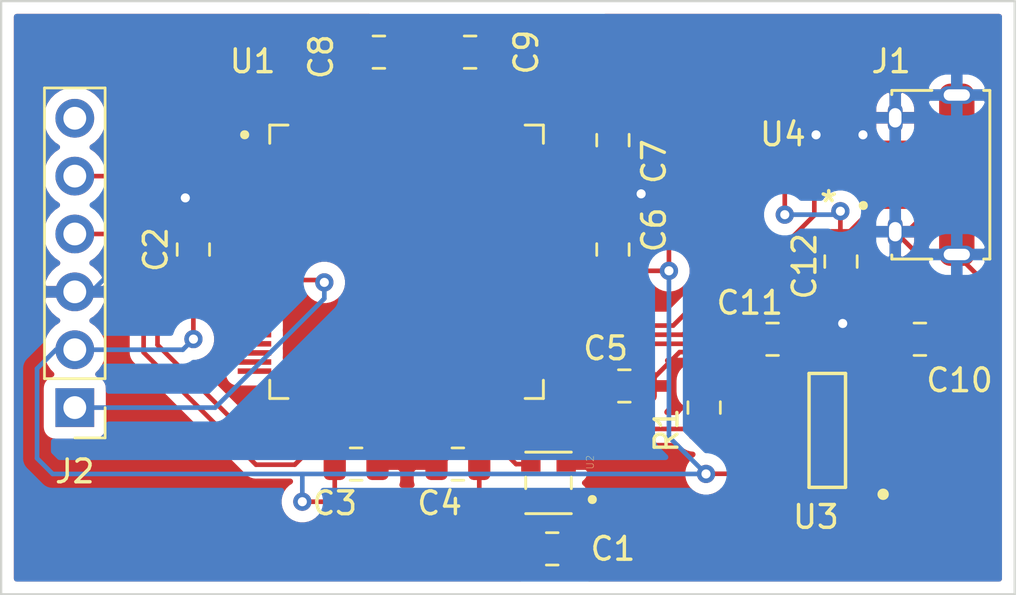
<source format=kicad_pcb>
(kicad_pcb (version 20171130) (host pcbnew "(5.1.6)-1")

  (general
    (thickness 1.6)
    (drawings 4)
    (tracks 240)
    (zones 0)
    (modules 19)
    (nets 13)
  )

  (page A4)
  (layers
    (0 F.Cu signal)
    (31 B.Cu signal)
    (32 B.Adhes user hide)
    (33 F.Adhes user)
    (34 B.Paste user)
    (35 F.Paste user hide)
    (36 B.SilkS user)
    (37 F.SilkS user)
    (38 B.Mask user hide)
    (39 F.Mask user hide)
    (40 Dwgs.User user hide)
    (41 Cmts.User user hide)
    (42 Eco1.User user hide)
    (43 Eco2.User user hide)
    (44 Edge.Cuts user)
    (45 Margin user)
    (46 B.CrtYd user)
    (47 F.CrtYd user)
    (48 B.Fab user)
    (49 F.Fab user hide)
  )

  (setup
    (last_trace_width 0.2032)
    (user_trace_width 0.2032)
    (trace_clearance 0.16)
    (zone_clearance 0.508)
    (zone_45_only no)
    (trace_min 0.2)
    (via_size 0.8)
    (via_drill 0.4)
    (via_min_size 0.4)
    (via_min_drill 0.3)
    (uvia_size 0.3)
    (uvia_drill 0.1)
    (uvias_allowed no)
    (uvia_min_size 0.2)
    (uvia_min_drill 0.1)
    (edge_width 0.05)
    (segment_width 0.2)
    (pcb_text_width 0.3)
    (pcb_text_size 1.5 1.5)
    (mod_edge_width 0.12)
    (mod_text_size 1 1)
    (mod_text_width 0.15)
    (pad_size 1.524 1.524)
    (pad_drill 0.762)
    (pad_to_mask_clearance 0.04064)
    (solder_mask_min_width 0.04064)
    (aux_axis_origin 0 0)
    (visible_elements 7FFFFF7F)
    (pcbplotparams
      (layerselection 0x010fc_ffffffff)
      (usegerberextensions false)
      (usegerberattributes true)
      (usegerberadvancedattributes true)
      (creategerberjobfile true)
      (excludeedgelayer true)
      (linewidth 0.100000)
      (plotframeref false)
      (viasonmask false)
      (mode 1)
      (useauxorigin false)
      (hpglpennumber 1)
      (hpglpenspeed 20)
      (hpglpendiameter 15.000000)
      (psnegative false)
      (psa4output false)
      (plotreference true)
      (plotvalue true)
      (plotinvisibletext false)
      (padsonsilk false)
      (subtractmaskfromsilk false)
      (outputformat 1)
      (mirror false)
      (drillshape 1)
      (scaleselection 1)
      (outputdirectory ""))
  )

  (net 0 "")
  (net 1 GND)
  (net 2 +3V3)
  (net 3 VIN)
  (net 4 "Net-(C11-Pad1)")
  (net 5 /D-)
  (net 6 /D+)
  (net 7 /USBID)
  (net 8 /~MCLR)
  (net 9 /PGD)
  (net 10 /PGC)
  (net 11 "Net-(R1-Pad2)")
  (net 12 "Net-(U1-Pad49)")

  (net_class Default "Esta é a classe de rede padrão."
    (clearance 0.16)
    (trace_width 0.25)
    (via_dia 0.8)
    (via_drill 0.4)
    (uvia_dia 0.3)
    (uvia_drill 0.1)
    (add_net +3V3)
    (add_net /D+)
    (add_net /D-)
    (add_net /PGC)
    (add_net /PGD)
    (add_net /USBID)
    (add_net /~MCLR)
    (add_net GND)
    (add_net "Net-(C11-Pad1)")
    (add_net "Net-(R1-Pad2)")
    (add_net "Net-(U1-Pad49)")
    (add_net VIN)
  )

  (module klib_Passive:C_0805 (layer F.Cu) (tedit 5F19F0B2) (tstamp 5F1B42F4)
    (at 139.7375 59.6)
    (descr "Capacitor SMD 0805 (2012 Metric), square (rectangular) end terminal, IPC_7351 nominal, (Body size source: https://docs.google.com/spreadsheets/d/1BsfQQcO9C6DZCsRaXUlFlo91Tg2WpOkGARC1WS5S8t0/edit?usp=sharing), generated with kicad-footprint-generator")
    (tags capacitor)
    (path /5F1B102B)
    (attr smd)
    (fp_text reference C1 (at 2.6625 0) (layer F.SilkS)
      (effects (font (size 1 1) (thickness 0.15)))
    )
    (fp_text value 0.01uF (at 0 1.65) (layer F.Fab) hide
      (effects (font (size 1 1) (thickness 0.15)))
    )
    (fp_line (start 1.68 0.95) (end -1.68 0.95) (layer F.CrtYd) (width 0.05))
    (fp_line (start 1.68 -0.95) (end 1.68 0.95) (layer F.CrtYd) (width 0.05))
    (fp_line (start -1.68 -0.95) (end 1.68 -0.95) (layer F.CrtYd) (width 0.05))
    (fp_line (start -1.68 0.95) (end -1.68 -0.95) (layer F.CrtYd) (width 0.05))
    (fp_line (start -0.258578 0.71) (end 0.258578 0.71) (layer F.SilkS) (width 0.12))
    (fp_line (start -0.258578 -0.71) (end 0.258578 -0.71) (layer F.SilkS) (width 0.12))
    (fp_line (start 1 0.6) (end -1 0.6) (layer F.Fab) (width 0.1))
    (fp_line (start 1 -0.6) (end 1 0.6) (layer F.Fab) (width 0.1))
    (fp_line (start -1 -0.6) (end 1 -0.6) (layer F.Fab) (width 0.1))
    (fp_line (start -1 0.6) (end -1 -0.6) (layer F.Fab) (width 0.1))
    (fp_text user %R (at 0 0) (layer F.Fab)
      (effects (font (size 0.5 0.5) (thickness 0.08)))
    )
    (pad 2 smd roundrect (at 0.9375 0) (size 0.975 1.4) (layers F.Cu F.Paste F.Mask) (roundrect_rratio 0.25)
      (net 1 GND))
    (pad 1 smd roundrect (at -0.9375 0) (size 0.975 1.4) (layers F.Cu F.Paste F.Mask) (roundrect_rratio 0.25)
      (net 2 +3V3))
    (model "C:/Users/Gustavo/Projetos/_KiCad/KiCad Libraries/3D Models/klib_Passive/C_0805.step"
      (at (xyz 0 0 0))
      (scale (xyz 1 1 1))
      (rotate (xyz 0 0 0))
    )
  )

  (module klib_Passive:C_0805 (layer F.Cu) (tedit 5F19F0B2) (tstamp 5F1C41E6)
    (at 124 46.4625 90)
    (descr "Capacitor SMD 0805 (2012 Metric), square (rectangular) end terminal, IPC_7351 nominal, (Body size source: https://docs.google.com/spreadsheets/d/1BsfQQcO9C6DZCsRaXUlFlo91Tg2WpOkGARC1WS5S8t0/edit?usp=sharing), generated with kicad-footprint-generator")
    (tags capacitor)
    (path /5F1B2B13)
    (attr smd)
    (fp_text reference C2 (at 0 -1.65 90) (layer F.SilkS)
      (effects (font (size 1 1) (thickness 0.15)))
    )
    (fp_text value 0.1uF (at 0 1.65 90) (layer F.Fab) hide
      (effects (font (size 1 1) (thickness 0.15)))
    )
    (fp_line (start -1 0.6) (end -1 -0.6) (layer F.Fab) (width 0.1))
    (fp_line (start -1 -0.6) (end 1 -0.6) (layer F.Fab) (width 0.1))
    (fp_line (start 1 -0.6) (end 1 0.6) (layer F.Fab) (width 0.1))
    (fp_line (start 1 0.6) (end -1 0.6) (layer F.Fab) (width 0.1))
    (fp_line (start -0.258578 -0.71) (end 0.258578 -0.71) (layer F.SilkS) (width 0.12))
    (fp_line (start -0.258578 0.71) (end 0.258578 0.71) (layer F.SilkS) (width 0.12))
    (fp_line (start -1.68 0.95) (end -1.68 -0.95) (layer F.CrtYd) (width 0.05))
    (fp_line (start -1.68 -0.95) (end 1.68 -0.95) (layer F.CrtYd) (width 0.05))
    (fp_line (start 1.68 -0.95) (end 1.68 0.95) (layer F.CrtYd) (width 0.05))
    (fp_line (start 1.68 0.95) (end -1.68 0.95) (layer F.CrtYd) (width 0.05))
    (fp_text user %R (at 0 0 90) (layer F.Fab)
      (effects (font (size 0.5 0.5) (thickness 0.08)))
    )
    (pad 1 smd roundrect (at -0.9375 0 90) (size 0.975 1.4) (layers F.Cu F.Paste F.Mask) (roundrect_rratio 0.25)
      (net 2 +3V3))
    (pad 2 smd roundrect (at 0.9375 0 90) (size 0.975 1.4) (layers F.Cu F.Paste F.Mask) (roundrect_rratio 0.25)
      (net 1 GND))
    (model "C:/Users/Gustavo/Projetos/_KiCad/KiCad Libraries/3D Models/klib_Passive/C_0805.step"
      (at (xyz 0 0 0))
      (scale (xyz 1 1 1))
      (rotate (xyz 0 0 0))
    )
  )

  (module klib_Passive:C_0805 (layer F.Cu) (tedit 5F19F0B2) (tstamp 5F1B4234)
    (at 131.1375 55.88)
    (descr "Capacitor SMD 0805 (2012 Metric), square (rectangular) end terminal, IPC_7351 nominal, (Body size source: https://docs.google.com/spreadsheets/d/1BsfQQcO9C6DZCsRaXUlFlo91Tg2WpOkGARC1WS5S8t0/edit?usp=sharing), generated with kicad-footprint-generator")
    (tags capacitor)
    (path /5F1B418C)
    (attr smd)
    (fp_text reference C3 (at -0.9375 1.72) (layer F.SilkS)
      (effects (font (size 1 1) (thickness 0.15)))
    )
    (fp_text value 0.1uF (at 0 1.65) (layer F.Fab) hide
      (effects (font (size 1 1) (thickness 0.15)))
    )
    (fp_line (start -1 0.6) (end -1 -0.6) (layer F.Fab) (width 0.1))
    (fp_line (start -1 -0.6) (end 1 -0.6) (layer F.Fab) (width 0.1))
    (fp_line (start 1 -0.6) (end 1 0.6) (layer F.Fab) (width 0.1))
    (fp_line (start 1 0.6) (end -1 0.6) (layer F.Fab) (width 0.1))
    (fp_line (start -0.258578 -0.71) (end 0.258578 -0.71) (layer F.SilkS) (width 0.12))
    (fp_line (start -0.258578 0.71) (end 0.258578 0.71) (layer F.SilkS) (width 0.12))
    (fp_line (start -1.68 0.95) (end -1.68 -0.95) (layer F.CrtYd) (width 0.05))
    (fp_line (start -1.68 -0.95) (end 1.68 -0.95) (layer F.CrtYd) (width 0.05))
    (fp_line (start 1.68 -0.95) (end 1.68 0.95) (layer F.CrtYd) (width 0.05))
    (fp_line (start 1.68 0.95) (end -1.68 0.95) (layer F.CrtYd) (width 0.05))
    (fp_text user %R (at 0 0) (layer F.Fab)
      (effects (font (size 0.5 0.5) (thickness 0.08)))
    )
    (pad 1 smd roundrect (at -0.9375 0) (size 0.975 1.4) (layers F.Cu F.Paste F.Mask) (roundrect_rratio 0.25)
      (net 2 +3V3))
    (pad 2 smd roundrect (at 0.9375 0) (size 0.975 1.4) (layers F.Cu F.Paste F.Mask) (roundrect_rratio 0.25)
      (net 1 GND))
    (model "C:/Users/Gustavo/Projetos/_KiCad/KiCad Libraries/3D Models/klib_Passive/C_0805.step"
      (at (xyz 0 0 0))
      (scale (xyz 1 1 1))
      (rotate (xyz 0 0 0))
    )
  )

  (module klib_Passive:C_0805 (layer F.Cu) (tedit 5F19F0B2) (tstamp 5F1B42C4)
    (at 135.6 55.88 180)
    (descr "Capacitor SMD 0805 (2012 Metric), square (rectangular) end terminal, IPC_7351 nominal, (Body size source: https://docs.google.com/spreadsheets/d/1BsfQQcO9C6DZCsRaXUlFlo91Tg2WpOkGARC1WS5S8t0/edit?usp=sharing), generated with kicad-footprint-generator")
    (tags capacitor)
    (path /5F1B4510)
    (attr smd)
    (fp_text reference C4 (at 0.8 -1.72) (layer F.SilkS)
      (effects (font (size 1 1) (thickness 0.15)))
    )
    (fp_text value 0.1uF (at 0 1.65) (layer F.Fab) hide
      (effects (font (size 1 1) (thickness 0.15)))
    )
    (fp_line (start 1.68 0.95) (end -1.68 0.95) (layer F.CrtYd) (width 0.05))
    (fp_line (start 1.68 -0.95) (end 1.68 0.95) (layer F.CrtYd) (width 0.05))
    (fp_line (start -1.68 -0.95) (end 1.68 -0.95) (layer F.CrtYd) (width 0.05))
    (fp_line (start -1.68 0.95) (end -1.68 -0.95) (layer F.CrtYd) (width 0.05))
    (fp_line (start -0.258578 0.71) (end 0.258578 0.71) (layer F.SilkS) (width 0.12))
    (fp_line (start -0.258578 -0.71) (end 0.258578 -0.71) (layer F.SilkS) (width 0.12))
    (fp_line (start 1 0.6) (end -1 0.6) (layer F.Fab) (width 0.1))
    (fp_line (start 1 -0.6) (end 1 0.6) (layer F.Fab) (width 0.1))
    (fp_line (start -1 -0.6) (end 1 -0.6) (layer F.Fab) (width 0.1))
    (fp_line (start -1 0.6) (end -1 -0.6) (layer F.Fab) (width 0.1))
    (fp_text user %R (at 0 0) (layer F.Fab)
      (effects (font (size 0.5 0.5) (thickness 0.08)))
    )
    (pad 2 smd roundrect (at 0.9375 0 180) (size 0.975 1.4) (layers F.Cu F.Paste F.Mask) (roundrect_rratio 0.25)
      (net 1 GND))
    (pad 1 smd roundrect (at -0.9375 0 180) (size 0.975 1.4) (layers F.Cu F.Paste F.Mask) (roundrect_rratio 0.25)
      (net 2 +3V3))
    (model "C:/Users/Gustavo/Projetos/_KiCad/KiCad Libraries/3D Models/klib_Passive/C_0805.step"
      (at (xyz 0 0 0))
      (scale (xyz 1 1 1))
      (rotate (xyz 0 0 0))
    )
  )

  (module klib_Passive:C_0805 (layer F.Cu) (tedit 5F19F0B2) (tstamp 5F1B4264)
    (at 142.9004 52.451)
    (descr "Capacitor SMD 0805 (2012 Metric), square (rectangular) end terminal, IPC_7351 nominal, (Body size source: https://docs.google.com/spreadsheets/d/1BsfQQcO9C6DZCsRaXUlFlo91Tg2WpOkGARC1WS5S8t0/edit?usp=sharing), generated with kicad-footprint-generator")
    (tags capacitor)
    (path /5F1B487A)
    (attr smd)
    (fp_text reference C5 (at -0.8199 -1.651 180) (layer F.SilkS)
      (effects (font (size 1 1) (thickness 0.15)))
    )
    (fp_text value 0.1uF (at 0 1.65) (layer F.Fab) hide
      (effects (font (size 1 1) (thickness 0.15)))
    )
    (fp_line (start -1 0.6) (end -1 -0.6) (layer F.Fab) (width 0.1))
    (fp_line (start -1 -0.6) (end 1 -0.6) (layer F.Fab) (width 0.1))
    (fp_line (start 1 -0.6) (end 1 0.6) (layer F.Fab) (width 0.1))
    (fp_line (start 1 0.6) (end -1 0.6) (layer F.Fab) (width 0.1))
    (fp_line (start -0.258578 -0.71) (end 0.258578 -0.71) (layer F.SilkS) (width 0.12))
    (fp_line (start -0.258578 0.71) (end 0.258578 0.71) (layer F.SilkS) (width 0.12))
    (fp_line (start -1.68 0.95) (end -1.68 -0.95) (layer F.CrtYd) (width 0.05))
    (fp_line (start -1.68 -0.95) (end 1.68 -0.95) (layer F.CrtYd) (width 0.05))
    (fp_line (start 1.68 -0.95) (end 1.68 0.95) (layer F.CrtYd) (width 0.05))
    (fp_line (start 1.68 0.95) (end -1.68 0.95) (layer F.CrtYd) (width 0.05))
    (fp_text user %R (at 0 0) (layer F.Fab)
      (effects (font (size 0.5 0.5) (thickness 0.08)))
    )
    (pad 1 smd roundrect (at -0.9375 0) (size 0.975 1.4) (layers F.Cu F.Paste F.Mask) (roundrect_rratio 0.25)
      (net 2 +3V3))
    (pad 2 smd roundrect (at 0.9375 0) (size 0.975 1.4) (layers F.Cu F.Paste F.Mask) (roundrect_rratio 0.25)
      (net 1 GND))
    (model "C:/Users/Gustavo/Projetos/_KiCad/KiCad Libraries/3D Models/klib_Passive/C_0805.step"
      (at (xyz 0 0 0))
      (scale (xyz 1 1 1))
      (rotate (xyz 0 0 0))
    )
  )

  (module klib_Passive:C_0805 (layer F.Cu) (tedit 5F19F0B2) (tstamp 5F1B4294)
    (at 142.4 46.4625 90)
    (descr "Capacitor SMD 0805 (2012 Metric), square (rectangular) end terminal, IPC_7351 nominal, (Body size source: https://docs.google.com/spreadsheets/d/1BsfQQcO9C6DZCsRaXUlFlo91Tg2WpOkGARC1WS5S8t0/edit?usp=sharing), generated with kicad-footprint-generator")
    (tags capacitor)
    (path /5F1B4AFC)
    (attr smd)
    (fp_text reference C6 (at 0.8625 1.8 90) (layer F.SilkS)
      (effects (font (size 1 1) (thickness 0.15)))
    )
    (fp_text value 0.1uF (at 0 1.65 90) (layer F.Fab) hide
      (effects (font (size 1 1) (thickness 0.15)))
    )
    (fp_line (start 1.68 0.95) (end -1.68 0.95) (layer F.CrtYd) (width 0.05))
    (fp_line (start 1.68 -0.95) (end 1.68 0.95) (layer F.CrtYd) (width 0.05))
    (fp_line (start -1.68 -0.95) (end 1.68 -0.95) (layer F.CrtYd) (width 0.05))
    (fp_line (start -1.68 0.95) (end -1.68 -0.95) (layer F.CrtYd) (width 0.05))
    (fp_line (start -0.258578 0.71) (end 0.258578 0.71) (layer F.SilkS) (width 0.12))
    (fp_line (start -0.258578 -0.71) (end 0.258578 -0.71) (layer F.SilkS) (width 0.12))
    (fp_line (start 1 0.6) (end -1 0.6) (layer F.Fab) (width 0.1))
    (fp_line (start 1 -0.6) (end 1 0.6) (layer F.Fab) (width 0.1))
    (fp_line (start -1 -0.6) (end 1 -0.6) (layer F.Fab) (width 0.1))
    (fp_line (start -1 0.6) (end -1 -0.6) (layer F.Fab) (width 0.1))
    (fp_text user %R (at 0 0 90) (layer F.Fab)
      (effects (font (size 0.5 0.5) (thickness 0.08)))
    )
    (pad 2 smd roundrect (at 0.9375 0 90) (size 0.975 1.4) (layers F.Cu F.Paste F.Mask) (roundrect_rratio 0.25)
      (net 1 GND))
    (pad 1 smd roundrect (at -0.9375 0 90) (size 0.975 1.4) (layers F.Cu F.Paste F.Mask) (roundrect_rratio 0.25)
      (net 2 +3V3))
    (model "C:/Users/Gustavo/Projetos/_KiCad/KiCad Libraries/3D Models/klib_Passive/C_0805.step"
      (at (xyz 0 0 0))
      (scale (xyz 1 1 1))
      (rotate (xyz 0 0 0))
    )
  )

  (module klib_Passive:C_0805 (layer F.Cu) (tedit 5F19F0B2) (tstamp 5F1B4204)
    (at 142.4 41.6625 90)
    (descr "Capacitor SMD 0805 (2012 Metric), square (rectangular) end terminal, IPC_7351 nominal, (Body size source: https://docs.google.com/spreadsheets/d/1BsfQQcO9C6DZCsRaXUlFlo91Tg2WpOkGARC1WS5S8t0/edit?usp=sharing), generated with kicad-footprint-generator")
    (tags capacitor)
    (path /5F1B4E99)
    (attr smd)
    (fp_text reference C7 (at -0.9375 1.8 90) (layer F.SilkS)
      (effects (font (size 1 1) (thickness 0.15)))
    )
    (fp_text value 0.1uF (at 0 1.65 90) (layer F.Fab) hide
      (effects (font (size 1 1) (thickness 0.15)))
    )
    (fp_line (start -1 0.6) (end -1 -0.6) (layer F.Fab) (width 0.1))
    (fp_line (start -1 -0.6) (end 1 -0.6) (layer F.Fab) (width 0.1))
    (fp_line (start 1 -0.6) (end 1 0.6) (layer F.Fab) (width 0.1))
    (fp_line (start 1 0.6) (end -1 0.6) (layer F.Fab) (width 0.1))
    (fp_line (start -0.258578 -0.71) (end 0.258578 -0.71) (layer F.SilkS) (width 0.12))
    (fp_line (start -0.258578 0.71) (end 0.258578 0.71) (layer F.SilkS) (width 0.12))
    (fp_line (start -1.68 0.95) (end -1.68 -0.95) (layer F.CrtYd) (width 0.05))
    (fp_line (start -1.68 -0.95) (end 1.68 -0.95) (layer F.CrtYd) (width 0.05))
    (fp_line (start 1.68 -0.95) (end 1.68 0.95) (layer F.CrtYd) (width 0.05))
    (fp_line (start 1.68 0.95) (end -1.68 0.95) (layer F.CrtYd) (width 0.05))
    (fp_text user %R (at 0 0 90) (layer F.Fab)
      (effects (font (size 0.5 0.5) (thickness 0.08)))
    )
    (pad 1 smd roundrect (at -0.9375 0 90) (size 0.975 1.4) (layers F.Cu F.Paste F.Mask) (roundrect_rratio 0.25)
      (net 2 +3V3))
    (pad 2 smd roundrect (at 0.9375 0 90) (size 0.975 1.4) (layers F.Cu F.Paste F.Mask) (roundrect_rratio 0.25)
      (net 1 GND))
    (model "C:/Users/Gustavo/Projetos/_KiCad/KiCad Libraries/3D Models/klib_Passive/C_0805.step"
      (at (xyz 0 0 0))
      (scale (xyz 1 1 1))
      (rotate (xyz 0 0 0))
    )
  )

  (module klib_Passive:C_0805 (layer F.Cu) (tedit 5F19F0B2) (tstamp 5F1C5577)
    (at 132.1375 37.8)
    (descr "Capacitor SMD 0805 (2012 Metric), square (rectangular) end terminal, IPC_7351 nominal, (Body size source: https://docs.google.com/spreadsheets/d/1BsfQQcO9C6DZCsRaXUlFlo91Tg2WpOkGARC1WS5S8t0/edit?usp=sharing), generated with kicad-footprint-generator")
    (tags capacitor)
    (path /5F1B50A1)
    (attr smd)
    (fp_text reference C8 (at -2.5375 0.2 90) (layer F.SilkS)
      (effects (font (size 1 1) (thickness 0.15)))
    )
    (fp_text value 0.1uF (at 0 1.65) (layer F.Fab) hide
      (effects (font (size 1 1) (thickness 0.15)))
    )
    (fp_line (start 1.68 0.95) (end -1.68 0.95) (layer F.CrtYd) (width 0.05))
    (fp_line (start 1.68 -0.95) (end 1.68 0.95) (layer F.CrtYd) (width 0.05))
    (fp_line (start -1.68 -0.95) (end 1.68 -0.95) (layer F.CrtYd) (width 0.05))
    (fp_line (start -1.68 0.95) (end -1.68 -0.95) (layer F.CrtYd) (width 0.05))
    (fp_line (start -0.258578 0.71) (end 0.258578 0.71) (layer F.SilkS) (width 0.12))
    (fp_line (start -0.258578 -0.71) (end 0.258578 -0.71) (layer F.SilkS) (width 0.12))
    (fp_line (start 1 0.6) (end -1 0.6) (layer F.Fab) (width 0.1))
    (fp_line (start 1 -0.6) (end 1 0.6) (layer F.Fab) (width 0.1))
    (fp_line (start -1 -0.6) (end 1 -0.6) (layer F.Fab) (width 0.1))
    (fp_line (start -1 0.6) (end -1 -0.6) (layer F.Fab) (width 0.1))
    (fp_text user %R (at 0 0) (layer F.Fab)
      (effects (font (size 0.5 0.5) (thickness 0.08)))
    )
    (pad 2 smd roundrect (at 0.9375 0) (size 0.975 1.4) (layers F.Cu F.Paste F.Mask) (roundrect_rratio 0.25)
      (net 1 GND))
    (pad 1 smd roundrect (at -0.9375 0) (size 0.975 1.4) (layers F.Cu F.Paste F.Mask) (roundrect_rratio 0.25)
      (net 2 +3V3))
    (model "C:/Users/Gustavo/Projetos/_KiCad/KiCad Libraries/3D Models/klib_Passive/C_0805.step"
      (at (xyz 0 0 0))
      (scale (xyz 1 1 1))
      (rotate (xyz 0 0 0))
    )
  )

  (module klib_Passive:C_0805 (layer F.Cu) (tedit 5F19F0B2) (tstamp 5F1B41A4)
    (at 136.1375 37.8)
    (descr "Capacitor SMD 0805 (2012 Metric), square (rectangular) end terminal, IPC_7351 nominal, (Body size source: https://docs.google.com/spreadsheets/d/1BsfQQcO9C6DZCsRaXUlFlo91Tg2WpOkGARC1WS5S8t0/edit?usp=sharing), generated with kicad-footprint-generator")
    (tags capacitor)
    (path /5F1B53FF)
    (attr smd)
    (fp_text reference C9 (at 2.4625 0 90) (layer F.SilkS)
      (effects (font (size 1 1) (thickness 0.15)))
    )
    (fp_text value 0.1uF (at 0 1.65) (layer F.Fab) hide
      (effects (font (size 1 1) (thickness 0.15)))
    )
    (fp_line (start -1 0.6) (end -1 -0.6) (layer F.Fab) (width 0.1))
    (fp_line (start -1 -0.6) (end 1 -0.6) (layer F.Fab) (width 0.1))
    (fp_line (start 1 -0.6) (end 1 0.6) (layer F.Fab) (width 0.1))
    (fp_line (start 1 0.6) (end -1 0.6) (layer F.Fab) (width 0.1))
    (fp_line (start -0.258578 -0.71) (end 0.258578 -0.71) (layer F.SilkS) (width 0.12))
    (fp_line (start -0.258578 0.71) (end 0.258578 0.71) (layer F.SilkS) (width 0.12))
    (fp_line (start -1.68 0.95) (end -1.68 -0.95) (layer F.CrtYd) (width 0.05))
    (fp_line (start -1.68 -0.95) (end 1.68 -0.95) (layer F.CrtYd) (width 0.05))
    (fp_line (start 1.68 -0.95) (end 1.68 0.95) (layer F.CrtYd) (width 0.05))
    (fp_line (start 1.68 0.95) (end -1.68 0.95) (layer F.CrtYd) (width 0.05))
    (fp_text user %R (at 0 0) (layer F.Fab)
      (effects (font (size 0.5 0.5) (thickness 0.08)))
    )
    (pad 1 smd roundrect (at -0.9375 0) (size 0.975 1.4) (layers F.Cu F.Paste F.Mask) (roundrect_rratio 0.25)
      (net 2 +3V3))
    (pad 2 smd roundrect (at 0.9375 0) (size 0.975 1.4) (layers F.Cu F.Paste F.Mask) (roundrect_rratio 0.25)
      (net 1 GND))
    (model "C:/Users/Gustavo/Projetos/_KiCad/KiCad Libraries/3D Models/klib_Passive/C_0805.step"
      (at (xyz 0 0 0))
      (scale (xyz 1 1 1))
      (rotate (xyz 0 0 0))
    )
  )

  (module klib_Passive:C_0805 (layer F.Cu) (tedit 5F19F0B2) (tstamp 5F1B3E3E)
    (at 155.8625 50.4 180)
    (descr "Capacitor SMD 0805 (2012 Metric), square (rectangular) end terminal, IPC_7351 nominal, (Body size source: https://docs.google.com/spreadsheets/d/1BsfQQcO9C6DZCsRaXUlFlo91Tg2WpOkGARC1WS5S8t0/edit?usp=sharing), generated with kicad-footprint-generator")
    (tags capacitor)
    (path /5F1AA0DA)
    (attr smd)
    (fp_text reference C10 (at -1.7375 -1.8) (layer F.SilkS)
      (effects (font (size 1 1) (thickness 0.15)))
    )
    (fp_text value 2.2uF (at 0 1.65) (layer F.Fab) hide
      (effects (font (size 1 1) (thickness 0.15)))
    )
    (fp_line (start 1.68 0.95) (end -1.68 0.95) (layer F.CrtYd) (width 0.05))
    (fp_line (start 1.68 -0.95) (end 1.68 0.95) (layer F.CrtYd) (width 0.05))
    (fp_line (start -1.68 -0.95) (end 1.68 -0.95) (layer F.CrtYd) (width 0.05))
    (fp_line (start -1.68 0.95) (end -1.68 -0.95) (layer F.CrtYd) (width 0.05))
    (fp_line (start -0.258578 0.71) (end 0.258578 0.71) (layer F.SilkS) (width 0.12))
    (fp_line (start -0.258578 -0.71) (end 0.258578 -0.71) (layer F.SilkS) (width 0.12))
    (fp_line (start 1 0.6) (end -1 0.6) (layer F.Fab) (width 0.1))
    (fp_line (start 1 -0.6) (end 1 0.6) (layer F.Fab) (width 0.1))
    (fp_line (start -1 -0.6) (end 1 -0.6) (layer F.Fab) (width 0.1))
    (fp_line (start -1 0.6) (end -1 -0.6) (layer F.Fab) (width 0.1))
    (fp_text user %R (at 0 0) (layer F.Fab)
      (effects (font (size 0.5 0.5) (thickness 0.08)))
    )
    (pad 2 smd roundrect (at 0.9375 0 180) (size 0.975 1.4) (layers F.Cu F.Paste F.Mask) (roundrect_rratio 0.25)
      (net 1 GND))
    (pad 1 smd roundrect (at -0.9375 0 180) (size 0.975 1.4) (layers F.Cu F.Paste F.Mask) (roundrect_rratio 0.25)
      (net 3 VIN))
    (model "C:/Users/Gustavo/Projetos/_KiCad/KiCad Libraries/3D Models/klib_Passive/C_0805.step"
      (at (xyz 0 0 0))
      (scale (xyz 1 1 1))
      (rotate (xyz 0 0 0))
    )
  )

  (module klib_Passive:C_0805 (layer F.Cu) (tedit 5F19F0B2) (tstamp 5F1B3EBC)
    (at 149.4 50.4 180)
    (descr "Capacitor SMD 0805 (2012 Metric), square (rectangular) end terminal, IPC_7351 nominal, (Body size source: https://docs.google.com/spreadsheets/d/1BsfQQcO9C6DZCsRaXUlFlo91Tg2WpOkGARC1WS5S8t0/edit?usp=sharing), generated with kicad-footprint-generator")
    (tags capacitor)
    (path /5F1AC802)
    (attr smd)
    (fp_text reference C11 (at 1 1.6) (layer F.SilkS)
      (effects (font (size 1 1) (thickness 0.15)))
    )
    (fp_text value 0.1uF (at 0 1.65) (layer F.Fab) hide
      (effects (font (size 1 1) (thickness 0.15)))
    )
    (fp_line (start -1 0.6) (end -1 -0.6) (layer F.Fab) (width 0.1))
    (fp_line (start -1 -0.6) (end 1 -0.6) (layer F.Fab) (width 0.1))
    (fp_line (start 1 -0.6) (end 1 0.6) (layer F.Fab) (width 0.1))
    (fp_line (start 1 0.6) (end -1 0.6) (layer F.Fab) (width 0.1))
    (fp_line (start -0.258578 -0.71) (end 0.258578 -0.71) (layer F.SilkS) (width 0.12))
    (fp_line (start -0.258578 0.71) (end 0.258578 0.71) (layer F.SilkS) (width 0.12))
    (fp_line (start -1.68 0.95) (end -1.68 -0.95) (layer F.CrtYd) (width 0.05))
    (fp_line (start -1.68 -0.95) (end 1.68 -0.95) (layer F.CrtYd) (width 0.05))
    (fp_line (start 1.68 -0.95) (end 1.68 0.95) (layer F.CrtYd) (width 0.05))
    (fp_line (start 1.68 0.95) (end -1.68 0.95) (layer F.CrtYd) (width 0.05))
    (fp_text user %R (at 0 0) (layer F.Fab)
      (effects (font (size 0.5 0.5) (thickness 0.08)))
    )
    (pad 1 smd roundrect (at -0.9375 0 180) (size 0.975 1.4) (layers F.Cu F.Paste F.Mask) (roundrect_rratio 0.25)
      (net 4 "Net-(C11-Pad1)"))
    (pad 2 smd roundrect (at 0.9375 0 180) (size 0.975 1.4) (layers F.Cu F.Paste F.Mask) (roundrect_rratio 0.25)
      (net 1 GND))
    (model "C:/Users/Gustavo/Projetos/_KiCad/KiCad Libraries/3D Models/klib_Passive/C_0805.step"
      (at (xyz 0 0 0))
      (scale (xyz 1 1 1))
      (rotate (xyz 0 0 0))
    )
  )

  (module klib_Passive:C_0805 (layer F.Cu) (tedit 5F19F0B2) (tstamp 5F1C936B)
    (at 152.4 46.99 270)
    (descr "Capacitor SMD 0805 (2012 Metric), square (rectangular) end terminal, IPC_7351 nominal, (Body size source: https://docs.google.com/spreadsheets/d/1BsfQQcO9C6DZCsRaXUlFlo91Tg2WpOkGARC1WS5S8t0/edit?usp=sharing), generated with kicad-footprint-generator")
    (tags capacitor)
    (path /5F1DE1D9)
    (attr smd)
    (fp_text reference C12 (at 0.21 1.6 90) (layer F.SilkS)
      (effects (font (size 1 1) (thickness 0.15)))
    )
    (fp_text value 1uF (at 0 1.65 90) (layer F.Fab) hide
      (effects (font (size 1 1) (thickness 0.15)))
    )
    (fp_line (start 1.68 0.95) (end -1.68 0.95) (layer F.CrtYd) (width 0.05))
    (fp_line (start 1.68 -0.95) (end 1.68 0.95) (layer F.CrtYd) (width 0.05))
    (fp_line (start -1.68 -0.95) (end 1.68 -0.95) (layer F.CrtYd) (width 0.05))
    (fp_line (start -1.68 0.95) (end -1.68 -0.95) (layer F.CrtYd) (width 0.05))
    (fp_line (start -0.258578 0.71) (end 0.258578 0.71) (layer F.SilkS) (width 0.12))
    (fp_line (start -0.258578 -0.71) (end 0.258578 -0.71) (layer F.SilkS) (width 0.12))
    (fp_line (start 1 0.6) (end -1 0.6) (layer F.Fab) (width 0.1))
    (fp_line (start 1 -0.6) (end 1 0.6) (layer F.Fab) (width 0.1))
    (fp_line (start -1 -0.6) (end 1 -0.6) (layer F.Fab) (width 0.1))
    (fp_line (start -1 0.6) (end -1 -0.6) (layer F.Fab) (width 0.1))
    (fp_text user %R (at 0 0 90) (layer F.Fab)
      (effects (font (size 0.5 0.5) (thickness 0.08)))
    )
    (pad 2 smd roundrect (at 0.9375 0 270) (size 0.975 1.4) (layers F.Cu F.Paste F.Mask) (roundrect_rratio 0.25)
      (net 1 GND))
    (pad 1 smd roundrect (at -0.9375 0 270) (size 0.975 1.4) (layers F.Cu F.Paste F.Mask) (roundrect_rratio 0.25)
      (net 3 VIN))
    (model "C:/Users/Gustavo/Projetos/_KiCad/KiCad Libraries/3D Models/klib_Passive/C_0805.step"
      (at (xyz 0 0 0))
      (scale (xyz 1 1 1))
      (rotate (xyz 0 0 0))
    )
  )

  (module klib_Connectors:Conn_USB_Amphenol_10118194-0001LF (layer F.Cu) (tedit 5F19EFD6) (tstamp 5F1B3C84)
    (at 157.48 43.18 90)
    (descr "Micro USB 2.0 B Receptacle STD, 4 DIP Legs")
    (tags "MicroUSB Type-B")
    (path /5F1A310C)
    (fp_text reference J1 (at 4.98 -2.88) (layer F.SilkS)
      (effects (font (size 1.000953 1.000953) (thickness 0.15)))
    )
    (fp_text value USB_B_Micro (at 10.77767 4.08473 90) (layer F.Fab) hide
      (effects (font (size 1.000362 1.000362) (thickness 0.015)))
    )
    (fp_poly (pts (xy 2.3 0.78) (xy 2.3 -0.775) (xy 3.4975 -0.775) (xy 3.4975 -0.575)
      (xy 3.485731 -0.574662) (xy 3.472748 -0.57364) (xy 3.459836 -0.571941) (xy 3.447031 -0.569567)
      (xy 3.434368 -0.566527) (xy 3.421881 -0.562828) (xy 3.409605 -0.558481) (xy 3.397573 -0.553497)
      (xy 3.385818 -0.547891) (xy 3.374373 -0.541677) (xy 3.363269 -0.534872) (xy 3.352537 -0.527496)
      (xy 3.342205 -0.519567) (xy 3.332302 -0.51111) (xy 3.322855 -0.502145) (xy 3.31389 -0.492698)
      (xy 3.305433 -0.482795) (xy 3.297504 -0.472463) (xy 3.290128 -0.461731) (xy 3.283323 -0.450627)
      (xy 3.277109 -0.439182) (xy 3.271503 -0.427427) (xy 3.266519 -0.415395) (xy 3.262172 -0.403119)
      (xy 3.258473 -0.390632) (xy 3.255433 -0.377969) (xy 3.253059 -0.365164) (xy 3.25136 -0.352252)
      (xy 3.250338 -0.339269) (xy 3.25 -0.325) (xy 3.25 -0.315) (xy 3.25 0.315)
      (xy 3.25 0.325) (xy 3.250343 0.338084) (xy 3.25137 0.351132) (xy 3.253078 0.364109)
      (xy 3.255463 0.376978) (xy 3.258519 0.389705) (xy 3.262236 0.402254) (xy 3.266605 0.414592)
      (xy 3.271614 0.426684) (xy 3.277248 0.438498) (xy 3.283494 0.45) (xy 3.290332 0.46116)
      (xy 3.297746 0.471946) (xy 3.305714 0.48233) (xy 3.314214 0.492283) (xy 3.323223 0.501777)
      (xy 3.332717 0.510786) (xy 3.34267 0.519286) (xy 3.353054 0.527254) (xy 3.36384 0.534668)
      (xy 3.375 0.541506) (xy 3.386502 0.547752) (xy 3.398316 0.553386) (xy 3.410408 0.558395)
      (xy 3.422746 0.562764) (xy 3.435295 0.566481) (xy 3.448022 0.569537) (xy 3.460891 0.571922)
      (xy 3.473868 0.57363) (xy 3.486916 0.574657) (xy 3.5 0.575) (xy 3.513084 0.574657)
      (xy 3.526132 0.57363) (xy 3.539109 0.571922) (xy 3.551978 0.569537) (xy 3.564705 0.566481)
      (xy 3.577254 0.562764) (xy 3.589592 0.558395) (xy 3.601684 0.553386) (xy 3.613498 0.547752)
      (xy 3.625 0.541506) (xy 3.63616 0.534668) (xy 3.646946 0.527254) (xy 3.65733 0.519286)
      (xy 3.667283 0.510786) (xy 3.676777 0.501777) (xy 3.685786 0.492283) (xy 3.694286 0.48233)
      (xy 3.702254 0.471946) (xy 3.709668 0.46116) (xy 3.716506 0.45) (xy 3.722752 0.438498)
      (xy 3.728386 0.426684) (xy 3.733395 0.414592) (xy 3.737764 0.402254) (xy 3.741481 0.389705)
      (xy 3.744537 0.376978) (xy 3.746922 0.364109) (xy 3.74863 0.351132) (xy 3.749657 0.338084)
      (xy 3.75 0.325) (xy 3.75 -0.325) (xy 3.749662 -0.339269) (xy 3.74864 -0.352252)
      (xy 3.746941 -0.365164) (xy 3.744567 -0.377969) (xy 3.741527 -0.390632) (xy 3.737828 -0.403119)
      (xy 3.733481 -0.415395) (xy 3.728497 -0.427427) (xy 3.722891 -0.439182) (xy 3.716677 -0.450627)
      (xy 3.709872 -0.461731) (xy 3.702496 -0.472463) (xy 3.694567 -0.482795) (xy 3.68611 -0.492698)
      (xy 3.677145 -0.502145) (xy 3.667698 -0.51111) (xy 3.657795 -0.519567) (xy 3.647463 -0.527496)
      (xy 3.636731 -0.534872) (xy 3.625627 -0.541677) (xy 3.614182 -0.547891) (xy 3.602427 -0.553497)
      (xy 3.590395 -0.558481) (xy 3.578119 -0.562828) (xy 3.565632 -0.566527) (xy 3.552969 -0.569567)
      (xy 3.540164 -0.571941) (xy 3.527252 -0.57364) (xy 3.514269 -0.574662) (xy 3.5025 -0.575)
      (xy 3.5025 -0.775) (xy 3.527353 -0.774318) (xy 3.553384 -0.772269) (xy 3.579272 -0.768861)
      (xy 3.604946 -0.764103) (xy 3.630336 -0.758007) (xy 3.655373 -0.750591) (xy 3.679987 -0.741875)
      (xy 3.704111 -0.731882) (xy 3.727678 -0.720641) (xy 3.750626 -0.708182) (xy 3.77289 -0.694538)
      (xy 3.794409 -0.679748) (xy 3.815125 -0.663853) (xy 3.83498 -0.646895) (xy 3.853921 -0.628921)
      (xy 3.871895 -0.60998) (xy 3.888853 -0.590125) (xy 3.904748 -0.569409) (xy 3.919538 -0.54789)
      (xy 3.933182 -0.525626) (xy 3.945641 -0.502678) (xy 3.956882 -0.479111) (xy 3.966875 -0.454987)
      (xy 3.975591 -0.430373) (xy 3.983007 -0.405336) (xy 3.989103 -0.379946) (xy 3.993861 -0.354272)
      (xy 3.997269 -0.328384) (xy 3.999318 -0.302353) (xy 4 -0.275) (xy 4 0.275)
      (xy 3.999315 0.301168) (xy 3.997261 0.327264) (xy 3.993844 0.353217) (xy 3.989074 0.378956)
      (xy 3.982963 0.40441) (xy 3.975528 0.429508) (xy 3.96679 0.454184) (xy 3.956773 0.478368)
      (xy 3.945503 0.501995) (xy 3.933013 0.525) (xy 3.919335 0.54732) (xy 3.904508 0.568893)
      (xy 3.888573 0.58966) (xy 3.871572 0.609565) (xy 3.853553 0.628553) (xy 3.834565 0.646572)
      (xy 3.81466 0.663573) (xy 3.793893 0.679508) (xy 3.77232 0.694335) (xy 3.75 0.708013)
      (xy 3.726995 0.720503) (xy 3.703368 0.731773) (xy 3.679184 0.74179) (xy 3.654508 0.750528)
      (xy 3.62941 0.757963) (xy 3.603956 0.764074) (xy 3.578217 0.768844) (xy 3.552264 0.772261)
      (xy 3.526168 0.774315) (xy 3.5 0.775) (xy 2.305 0.775) (xy 2.305 0.78)
      (xy 2.3 0.78)) (layer F.Cu) (width 0.001))
    (fp_poly (pts (xy -2.3 -0.78) (xy -2.3 0.775) (xy -3.4975 0.775) (xy -3.4975 0.575)
      (xy -3.485731 0.574662) (xy -3.472748 0.57364) (xy -3.459836 0.571941) (xy -3.447031 0.569567)
      (xy -3.434368 0.566527) (xy -3.421881 0.562828) (xy -3.409605 0.558481) (xy -3.397573 0.553497)
      (xy -3.385818 0.547891) (xy -3.374373 0.541677) (xy -3.363269 0.534872) (xy -3.352537 0.527496)
      (xy -3.342205 0.519567) (xy -3.332302 0.51111) (xy -3.322855 0.502145) (xy -3.31389 0.492698)
      (xy -3.305433 0.482795) (xy -3.297504 0.472463) (xy -3.290128 0.461731) (xy -3.283323 0.450627)
      (xy -3.277109 0.439182) (xy -3.271503 0.427427) (xy -3.266519 0.415395) (xy -3.262172 0.403119)
      (xy -3.258473 0.390632) (xy -3.255433 0.377969) (xy -3.253059 0.365164) (xy -3.25136 0.352252)
      (xy -3.250338 0.339269) (xy -3.25 0.325) (xy -3.25 0.315) (xy -3.25 -0.315)
      (xy -3.25 -0.325) (xy -3.250343 -0.338084) (xy -3.25137 -0.351132) (xy -3.253078 -0.364109)
      (xy -3.255463 -0.376978) (xy -3.258519 -0.389705) (xy -3.262236 -0.402254) (xy -3.266605 -0.414592)
      (xy -3.271614 -0.426684) (xy -3.277248 -0.438498) (xy -3.283494 -0.45) (xy -3.290332 -0.46116)
      (xy -3.297746 -0.471946) (xy -3.305714 -0.48233) (xy -3.314214 -0.492283) (xy -3.323223 -0.501777)
      (xy -3.332717 -0.510786) (xy -3.34267 -0.519286) (xy -3.353054 -0.527254) (xy -3.36384 -0.534668)
      (xy -3.375 -0.541506) (xy -3.386502 -0.547752) (xy -3.398316 -0.553386) (xy -3.410408 -0.558395)
      (xy -3.422746 -0.562764) (xy -3.435295 -0.566481) (xy -3.448022 -0.569537) (xy -3.460891 -0.571922)
      (xy -3.473868 -0.57363) (xy -3.486916 -0.574657) (xy -3.5 -0.575) (xy -3.513084 -0.574657)
      (xy -3.526132 -0.57363) (xy -3.539109 -0.571922) (xy -3.551978 -0.569537) (xy -3.564705 -0.566481)
      (xy -3.577254 -0.562764) (xy -3.589592 -0.558395) (xy -3.601684 -0.553386) (xy -3.613498 -0.547752)
      (xy -3.625 -0.541506) (xy -3.63616 -0.534668) (xy -3.646946 -0.527254) (xy -3.65733 -0.519286)
      (xy -3.667283 -0.510786) (xy -3.676777 -0.501777) (xy -3.685786 -0.492283) (xy -3.694286 -0.48233)
      (xy -3.702254 -0.471946) (xy -3.709668 -0.46116) (xy -3.716506 -0.45) (xy -3.722752 -0.438498)
      (xy -3.728386 -0.426684) (xy -3.733395 -0.414592) (xy -3.737764 -0.402254) (xy -3.741481 -0.389705)
      (xy -3.744537 -0.376978) (xy -3.746922 -0.364109) (xy -3.74863 -0.351132) (xy -3.749657 -0.338084)
      (xy -3.75 -0.325) (xy -3.75 0.325) (xy -3.749662 0.339269) (xy -3.74864 0.352252)
      (xy -3.746941 0.365164) (xy -3.744567 0.377969) (xy -3.741527 0.390632) (xy -3.737828 0.403119)
      (xy -3.733481 0.415395) (xy -3.728497 0.427427) (xy -3.722891 0.439182) (xy -3.716677 0.450627)
      (xy -3.709872 0.461731) (xy -3.702496 0.472463) (xy -3.694567 0.482795) (xy -3.68611 0.492698)
      (xy -3.677145 0.502145) (xy -3.667698 0.51111) (xy -3.657795 0.519567) (xy -3.647463 0.527496)
      (xy -3.636731 0.534872) (xy -3.625627 0.541677) (xy -3.614182 0.547891) (xy -3.602427 0.553497)
      (xy -3.590395 0.558481) (xy -3.578119 0.562828) (xy -3.565632 0.566527) (xy -3.552969 0.569567)
      (xy -3.540164 0.571941) (xy -3.527252 0.57364) (xy -3.514269 0.574662) (xy -3.5025 0.575)
      (xy -3.5025 0.775) (xy -3.527353 0.774318) (xy -3.553384 0.772269) (xy -3.579272 0.768861)
      (xy -3.604946 0.764103) (xy -3.630336 0.758007) (xy -3.655373 0.750591) (xy -3.679987 0.741875)
      (xy -3.704111 0.731882) (xy -3.727678 0.720641) (xy -3.750626 0.708182) (xy -3.77289 0.694538)
      (xy -3.794409 0.679748) (xy -3.815125 0.663853) (xy -3.83498 0.646895) (xy -3.853921 0.628921)
      (xy -3.871895 0.60998) (xy -3.888853 0.590125) (xy -3.904748 0.569409) (xy -3.919538 0.54789)
      (xy -3.933182 0.525626) (xy -3.945641 0.502678) (xy -3.956882 0.479111) (xy -3.966875 0.454987)
      (xy -3.975591 0.430373) (xy -3.983007 0.405336) (xy -3.989103 0.379946) (xy -3.993861 0.354272)
      (xy -3.997269 0.328384) (xy -3.999318 0.302353) (xy -4 0.275) (xy -4 -0.275)
      (xy -3.999315 -0.301168) (xy -3.997261 -0.327264) (xy -3.993844 -0.353217) (xy -3.989074 -0.378956)
      (xy -3.982963 -0.40441) (xy -3.975528 -0.429508) (xy -3.96679 -0.454184) (xy -3.956773 -0.478368)
      (xy -3.945503 -0.501995) (xy -3.933013 -0.525) (xy -3.919335 -0.54732) (xy -3.904508 -0.568893)
      (xy -3.888573 -0.58966) (xy -3.871572 -0.609565) (xy -3.853553 -0.628553) (xy -3.834565 -0.646572)
      (xy -3.81466 -0.663573) (xy -3.793893 -0.679508) (xy -3.77232 -0.694335) (xy -3.75 -0.708013)
      (xy -3.726995 -0.720503) (xy -3.703368 -0.731773) (xy -3.679184 -0.74179) (xy -3.654508 -0.750528)
      (xy -3.62941 -0.757963) (xy -3.603956 -0.764074) (xy -3.578217 -0.768844) (xy -3.552264 -0.772261)
      (xy -3.526168 -0.774315) (xy -3.5 -0.775) (xy -2.305 -0.775) (xy -2.305 -0.78)
      (xy -2.3 -0.78)) (layer F.Cu) (width 0.001))
    (fp_circle (center -1.35 -4.1) (end -1.25 -4.1) (layer F.SilkS) (width 0.2))
    (fp_circle (center -1.35 -4.1) (end -1.25 -4.1) (layer F.Fab) (width 0.2))
    (fp_line (start 4.25 2.15) (end 4.25 -3.625) (layer F.CrtYd) (width 0.05))
    (fp_line (start 4.725 2.93) (end 4.25 2.15) (layer F.CrtYd) (width 0.05))
    (fp_line (start -4.25 2.15) (end -4.25 -3.625) (layer F.CrtYd) (width 0.05))
    (fp_line (start -4.725 2.93) (end -4.25 2.15) (layer F.CrtYd) (width 0.05))
    (fp_line (start 4.725 2.93) (end -4.725 2.93) (layer F.CrtYd) (width 0.05))
    (fp_line (start -4.25 -3.625) (end 4.25 -3.625) (layer F.CrtYd) (width 0.05))
    (fp_line (start -3.7 1.45) (end 3.7 1.45) (layer F.SilkS) (width 0.127))
    (fp_line (start 3.7 1.18) (end 3.7 1.45) (layer F.SilkS) (width 0.127))
    (fp_line (start -3.7 1.45) (end -3.7 1.18) (layer F.SilkS) (width 0.127))
    (fp_line (start 3.7 -2.85) (end 3.52 -2.85) (layer F.SilkS) (width 0.127))
    (fp_line (start -3.7 -2.85) (end -3.52 -2.85) (layer F.SilkS) (width 0.127))
    (fp_line (start 3.7 -2.85) (end 3.7 -1.095) (layer F.SilkS) (width 0.127))
    (fp_line (start -3.7 -2.85) (end -3.7 -1.095) (layer F.SilkS) (width 0.127))
    (fp_line (start -3.7 -2.85) (end 3.7 -2.85) (layer F.Fab) (width 0.127))
    (fp_line (start 3.7 1.45) (end 3.7 -2.85) (layer F.Fab) (width 0.127))
    (fp_line (start 3.7 2.15) (end 3.7 1.45) (layer F.Fab) (width 0.127))
    (fp_line (start 4.025 2.68) (end 3.7 2.15) (layer F.Fab) (width 0.127))
    (fp_line (start -4.025 2.68) (end 4.025 2.68) (layer F.Fab) (width 0.127))
    (fp_line (start -3.7 2.15) (end -4.025 2.68) (layer F.Fab) (width 0.127))
    (fp_line (start -3.7 1.45) (end -3.7 2.15) (layer F.Fab) (width 0.127))
    (fp_line (start -3.7 -2.85) (end -3.7 1.45) (layer F.Fab) (width 0.127))
    (fp_line (start -3.7 1.45) (end 3.7 1.45) (layer F.Fab) (width 0.127))
    (fp_poly (pts (xy 3.6 0.875) (xy 2.2 0.875) (xy 2.2 -0.875) (xy 3.6 -0.875)
      (xy 3.626168 -0.874315) (xy 3.652264 -0.872261) (xy 3.678217 -0.868844) (xy 3.703956 -0.864074)
      (xy 3.72941 -0.857963) (xy 3.754508 -0.850528) (xy 3.779184 -0.84179) (xy 3.803368 -0.831773)
      (xy 3.826995 -0.820503) (xy 3.85 -0.808013) (xy 3.87232 -0.794335) (xy 3.893893 -0.779508)
      (xy 3.91466 -0.763573) (xy 3.934565 -0.746572) (xy 3.953553 -0.728553) (xy 3.971572 -0.709565)
      (xy 3.988573 -0.68966) (xy 4.004508 -0.668893) (xy 4.019335 -0.64732) (xy 4.033013 -0.625)
      (xy 4.045503 -0.601995) (xy 4.056773 -0.578368) (xy 4.06679 -0.554184) (xy 4.075528 -0.529508)
      (xy 4.082963 -0.50441) (xy 4.089074 -0.478956) (xy 4.093844 -0.453217) (xy 4.097261 -0.427264)
      (xy 4.099315 -0.401168) (xy 4.1 -0.375) (xy 4.1 0.375) (xy 4.099315 0.401168)
      (xy 4.097261 0.427264) (xy 4.093844 0.453217) (xy 4.089074 0.478956) (xy 4.082963 0.50441)
      (xy 4.075528 0.529508) (xy 4.06679 0.554184) (xy 4.056773 0.578368) (xy 4.045503 0.601995)
      (xy 4.033013 0.625) (xy 4.019335 0.64732) (xy 4.004508 0.668893) (xy 3.988573 0.68966)
      (xy 3.971572 0.709565) (xy 3.953553 0.728553) (xy 3.934565 0.746572) (xy 3.91466 0.763573)
      (xy 3.893893 0.779508) (xy 3.87232 0.794335) (xy 3.85 0.808013) (xy 3.826995 0.820503)
      (xy 3.803368 0.831773) (xy 3.779184 0.84179) (xy 3.754508 0.850528) (xy 3.72941 0.857963)
      (xy 3.703956 0.864074) (xy 3.678217 0.868844) (xy 3.652264 0.872261) (xy 3.626168 0.874315)
      (xy 3.6 0.875)) (layer F.Mask) (width 0.0001))
    (fp_poly (pts (xy 3.5 0.775) (xy 3.5 0.575) (xy 3.513084 0.574657) (xy 3.526132 0.57363)
      (xy 3.539109 0.571922) (xy 3.551978 0.569537) (xy 3.564705 0.566481) (xy 3.577254 0.562764)
      (xy 3.589592 0.558395) (xy 3.601684 0.553386) (xy 3.613498 0.547752) (xy 3.625 0.541506)
      (xy 3.63616 0.534668) (xy 3.646946 0.527254) (xy 3.65733 0.519286) (xy 3.667283 0.510786)
      (xy 3.676777 0.501777) (xy 3.685786 0.492283) (xy 3.694286 0.48233) (xy 3.702254 0.471946)
      (xy 3.709668 0.46116) (xy 3.716506 0.45) (xy 3.722752 0.438498) (xy 3.728386 0.426684)
      (xy 3.733395 0.414592) (xy 3.737764 0.402254) (xy 3.741481 0.389705) (xy 3.744537 0.376978)
      (xy 3.746922 0.364109) (xy 3.74863 0.351132) (xy 3.749657 0.338084) (xy 3.75 0.325)
      (xy 3.75 -0.325) (xy 3.749657 -0.338084) (xy 3.74863 -0.351132) (xy 3.746922 -0.364109)
      (xy 3.744537 -0.376978) (xy 3.741481 -0.389705) (xy 3.737764 -0.402254) (xy 3.733395 -0.414592)
      (xy 3.728386 -0.426684) (xy 3.722752 -0.438498) (xy 3.716506 -0.45) (xy 3.709668 -0.46116)
      (xy 3.702254 -0.471946) (xy 3.694286 -0.48233) (xy 3.685786 -0.492283) (xy 3.676777 -0.501777)
      (xy 3.667283 -0.510786) (xy 3.65733 -0.519286) (xy 3.646946 -0.527254) (xy 3.63616 -0.534668)
      (xy 3.625 -0.541506) (xy 3.613498 -0.547752) (xy 3.601684 -0.553386) (xy 3.589592 -0.558395)
      (xy 3.577254 -0.562764) (xy 3.564705 -0.566481) (xy 3.551978 -0.569537) (xy 3.539109 -0.571922)
      (xy 3.526132 -0.57363) (xy 3.513084 -0.574657) (xy 3.5 -0.575) (xy 3.5 -0.775)
      (xy 3.526168 -0.774315) (xy 3.552264 -0.772261) (xy 3.578217 -0.768844) (xy 3.603956 -0.764074)
      (xy 3.62941 -0.757963) (xy 3.654508 -0.750528) (xy 3.679184 -0.74179) (xy 3.703368 -0.731773)
      (xy 3.726995 -0.720503) (xy 3.75 -0.708013) (xy 3.77232 -0.694335) (xy 3.793893 -0.679508)
      (xy 3.81466 -0.663573) (xy 3.834565 -0.646572) (xy 3.853553 -0.628553) (xy 3.871572 -0.609565)
      (xy 3.888573 -0.58966) (xy 3.904508 -0.568893) (xy 3.919335 -0.54732) (xy 3.933013 -0.525)
      (xy 3.945503 -0.501995) (xy 3.956773 -0.478368) (xy 3.96679 -0.454184) (xy 3.975528 -0.429508)
      (xy 3.982963 -0.40441) (xy 3.989074 -0.378956) (xy 3.993844 -0.353217) (xy 3.997261 -0.327264)
      (xy 3.999315 -0.301168) (xy 4 -0.275) (xy 4 0.275) (xy 3.999315 0.301168)
      (xy 3.997261 0.327264) (xy 3.993844 0.353217) (xy 3.989074 0.378956) (xy 3.982963 0.40441)
      (xy 3.975528 0.429508) (xy 3.96679 0.454184) (xy 3.956773 0.478368) (xy 3.945503 0.501995)
      (xy 3.933013 0.525) (xy 3.919335 0.54732) (xy 3.904508 0.568893) (xy 3.888573 0.58966)
      (xy 3.871572 0.609565) (xy 3.853553 0.628553) (xy 3.834565 0.646572) (xy 3.81466 0.663573)
      (xy 3.793893 0.679508) (xy 3.77232 0.694335) (xy 3.75 0.708013) (xy 3.726995 0.720503)
      (xy 3.703368 0.731773) (xy 3.679184 0.74179) (xy 3.654508 0.750528) (xy 3.62941 0.757963)
      (xy 3.603956 0.764074) (xy 3.578217 0.768844) (xy 3.552264 0.772261) (xy 3.526168 0.774315)
      (xy 3.5 0.775)) (layer F.Paste) (width 0.0001))
    (fp_poly (pts (xy 3.5 0.775) (xy 3.5 0.575) (xy 3.486916 0.574657) (xy 3.473868 0.57363)
      (xy 3.460891 0.571922) (xy 3.448022 0.569537) (xy 3.435295 0.566481) (xy 3.422746 0.562764)
      (xy 3.410408 0.558395) (xy 3.398316 0.553386) (xy 3.386502 0.547752) (xy 3.375 0.541506)
      (xy 3.36384 0.534668) (xy 3.353054 0.527254) (xy 3.34267 0.519286) (xy 3.332717 0.510786)
      (xy 3.323223 0.501777) (xy 3.314214 0.492283) (xy 3.305714 0.48233) (xy 3.297746 0.471946)
      (xy 3.290332 0.46116) (xy 3.283494 0.45) (xy 3.277248 0.438498) (xy 3.271614 0.426684)
      (xy 3.266605 0.414592) (xy 3.262236 0.402254) (xy 3.258519 0.389705) (xy 3.255463 0.376978)
      (xy 3.253078 0.364109) (xy 3.25137 0.351132) (xy 3.250343 0.338084) (xy 3.25 0.325)
      (xy 3.25 -0.325) (xy 3.250343 -0.338084) (xy 3.25137 -0.351132) (xy 3.253078 -0.364109)
      (xy 3.255463 -0.376978) (xy 3.258519 -0.389705) (xy 3.262236 -0.402254) (xy 3.266605 -0.414592)
      (xy 3.271614 -0.426684) (xy 3.277248 -0.438498) (xy 3.283494 -0.45) (xy 3.290332 -0.46116)
      (xy 3.297746 -0.471946) (xy 3.305714 -0.48233) (xy 3.314214 -0.492283) (xy 3.323223 -0.501777)
      (xy 3.332717 -0.510786) (xy 3.34267 -0.519286) (xy 3.353054 -0.527254) (xy 3.36384 -0.534668)
      (xy 3.375 -0.541506) (xy 3.386502 -0.547752) (xy 3.398316 -0.553386) (xy 3.410408 -0.558395)
      (xy 3.422746 -0.562764) (xy 3.435295 -0.566481) (xy 3.448022 -0.569537) (xy 3.460891 -0.571922)
      (xy 3.473868 -0.57363) (xy 3.486916 -0.574657) (xy 3.5 -0.575) (xy 3.5 -0.775)
      (xy 2.3 -0.775) (xy 2.3 0.775) (xy 3.5 0.775)) (layer F.Paste) (width 0.0001))
    (fp_line (start 3.5 0.77) (end 3.5 0.6) (layer F.Paste) (width 0.0001))
    (fp_poly (pts (xy -3.6 -0.875) (xy -2.2 -0.875) (xy -2.2 0.875) (xy -3.6 0.875)
      (xy -3.626168 0.874315) (xy -3.652264 0.872261) (xy -3.678217 0.868844) (xy -3.703956 0.864074)
      (xy -3.72941 0.857963) (xy -3.754508 0.850528) (xy -3.779184 0.84179) (xy -3.803368 0.831773)
      (xy -3.826995 0.820503) (xy -3.85 0.808013) (xy -3.87232 0.794335) (xy -3.893893 0.779508)
      (xy -3.91466 0.763573) (xy -3.934565 0.746572) (xy -3.953553 0.728553) (xy -3.971572 0.709565)
      (xy -3.988573 0.68966) (xy -4.004508 0.668893) (xy -4.019335 0.64732) (xy -4.033013 0.625)
      (xy -4.045503 0.601995) (xy -4.056773 0.578368) (xy -4.06679 0.554184) (xy -4.075528 0.529508)
      (xy -4.082963 0.50441) (xy -4.089074 0.478956) (xy -4.093844 0.453217) (xy -4.097261 0.427264)
      (xy -4.099315 0.401168) (xy -4.1 0.375) (xy -4.1 -0.375) (xy -4.099315 -0.401168)
      (xy -4.097261 -0.427264) (xy -4.093844 -0.453217) (xy -4.089074 -0.478956) (xy -4.082963 -0.50441)
      (xy -4.075528 -0.529508) (xy -4.06679 -0.554184) (xy -4.056773 -0.578368) (xy -4.045503 -0.601995)
      (xy -4.033013 -0.625) (xy -4.019335 -0.64732) (xy -4.004508 -0.668893) (xy -3.988573 -0.68966)
      (xy -3.971572 -0.709565) (xy -3.953553 -0.728553) (xy -3.934565 -0.746572) (xy -3.91466 -0.763573)
      (xy -3.893893 -0.779508) (xy -3.87232 -0.794335) (xy -3.85 -0.808013) (xy -3.826995 -0.820503)
      (xy -3.803368 -0.831773) (xy -3.779184 -0.84179) (xy -3.754508 -0.850528) (xy -3.72941 -0.857963)
      (xy -3.703956 -0.864074) (xy -3.678217 -0.868844) (xy -3.652264 -0.872261) (xy -3.626168 -0.874315)
      (xy -3.6 -0.875)) (layer F.Mask) (width 0.0001))
    (fp_poly (pts (xy -3.5 -0.775) (xy -3.5 -0.575) (xy -3.513084 -0.574657) (xy -3.526132 -0.57363)
      (xy -3.539109 -0.571922) (xy -3.551978 -0.569537) (xy -3.564705 -0.566481) (xy -3.577254 -0.562764)
      (xy -3.589592 -0.558395) (xy -3.601684 -0.553386) (xy -3.613498 -0.547752) (xy -3.625 -0.541506)
      (xy -3.63616 -0.534668) (xy -3.646946 -0.527254) (xy -3.65733 -0.519286) (xy -3.667283 -0.510786)
      (xy -3.676777 -0.501777) (xy -3.685786 -0.492283) (xy -3.694286 -0.48233) (xy -3.702254 -0.471946)
      (xy -3.709668 -0.46116) (xy -3.716506 -0.45) (xy -3.722752 -0.438498) (xy -3.728386 -0.426684)
      (xy -3.733395 -0.414592) (xy -3.737764 -0.402254) (xy -3.741481 -0.389705) (xy -3.744537 -0.376978)
      (xy -3.746922 -0.364109) (xy -3.74863 -0.351132) (xy -3.749657 -0.338084) (xy -3.75 -0.325)
      (xy -3.75 0.325) (xy -3.749657 0.338084) (xy -3.74863 0.351132) (xy -3.746922 0.364109)
      (xy -3.744537 0.376978) (xy -3.741481 0.389705) (xy -3.737764 0.402254) (xy -3.733395 0.414592)
      (xy -3.728386 0.426684) (xy -3.722752 0.438498) (xy -3.716506 0.45) (xy -3.709668 0.46116)
      (xy -3.702254 0.471946) (xy -3.694286 0.48233) (xy -3.685786 0.492283) (xy -3.676777 0.501777)
      (xy -3.667283 0.510786) (xy -3.65733 0.519286) (xy -3.646946 0.527254) (xy -3.63616 0.534668)
      (xy -3.625 0.541506) (xy -3.613498 0.547752) (xy -3.601684 0.553386) (xy -3.589592 0.558395)
      (xy -3.577254 0.562764) (xy -3.564705 0.566481) (xy -3.551978 0.569537) (xy -3.539109 0.571922)
      (xy -3.526132 0.57363) (xy -3.513084 0.574657) (xy -3.5 0.575) (xy -3.5 0.775)
      (xy -3.526168 0.774315) (xy -3.552264 0.772261) (xy -3.578217 0.768844) (xy -3.603956 0.764074)
      (xy -3.62941 0.757963) (xy -3.654508 0.750528) (xy -3.679184 0.74179) (xy -3.703368 0.731773)
      (xy -3.726995 0.720503) (xy -3.75 0.708013) (xy -3.77232 0.694335) (xy -3.793893 0.679508)
      (xy -3.81466 0.663573) (xy -3.834565 0.646572) (xy -3.853553 0.628553) (xy -3.871572 0.609565)
      (xy -3.888573 0.58966) (xy -3.904508 0.568893) (xy -3.919335 0.54732) (xy -3.933013 0.525)
      (xy -3.945503 0.501995) (xy -3.956773 0.478368) (xy -3.96679 0.454184) (xy -3.975528 0.429508)
      (xy -3.982963 0.40441) (xy -3.989074 0.378956) (xy -3.993844 0.353217) (xy -3.997261 0.327264)
      (xy -3.999315 0.301168) (xy -4 0.275) (xy -4 -0.275) (xy -3.999315 -0.301168)
      (xy -3.997261 -0.327264) (xy -3.993844 -0.353217) (xy -3.989074 -0.378956) (xy -3.982963 -0.40441)
      (xy -3.975528 -0.429508) (xy -3.96679 -0.454184) (xy -3.956773 -0.478368) (xy -3.945503 -0.501995)
      (xy -3.933013 -0.525) (xy -3.919335 -0.54732) (xy -3.904508 -0.568893) (xy -3.888573 -0.58966)
      (xy -3.871572 -0.609565) (xy -3.853553 -0.628553) (xy -3.834565 -0.646572) (xy -3.81466 -0.663573)
      (xy -3.793893 -0.679508) (xy -3.77232 -0.694335) (xy -3.75 -0.708013) (xy -3.726995 -0.720503)
      (xy -3.703368 -0.731773) (xy -3.679184 -0.74179) (xy -3.654508 -0.750528) (xy -3.62941 -0.757963)
      (xy -3.603956 -0.764074) (xy -3.578217 -0.768844) (xy -3.552264 -0.772261) (xy -3.526168 -0.774315)
      (xy -3.5 -0.775)) (layer F.Paste) (width 0.0001))
    (fp_poly (pts (xy -3.5 -0.775) (xy -3.5 -0.575) (xy -3.486916 -0.574657) (xy -3.473868 -0.57363)
      (xy -3.460891 -0.571922) (xy -3.448022 -0.569537) (xy -3.435295 -0.566481) (xy -3.422746 -0.562764)
      (xy -3.410408 -0.558395) (xy -3.398316 -0.553386) (xy -3.386502 -0.547752) (xy -3.375 -0.541506)
      (xy -3.36384 -0.534668) (xy -3.353054 -0.527254) (xy -3.34267 -0.519286) (xy -3.332717 -0.510786)
      (xy -3.323223 -0.501777) (xy -3.314214 -0.492283) (xy -3.305714 -0.48233) (xy -3.297746 -0.471946)
      (xy -3.290332 -0.46116) (xy -3.283494 -0.45) (xy -3.277248 -0.438498) (xy -3.271614 -0.426684)
      (xy -3.266605 -0.414592) (xy -3.262236 -0.402254) (xy -3.258519 -0.389705) (xy -3.255463 -0.376978)
      (xy -3.253078 -0.364109) (xy -3.25137 -0.351132) (xy -3.250343 -0.338084) (xy -3.25 -0.325)
      (xy -3.25 0.325) (xy -3.250343 0.338084) (xy -3.25137 0.351132) (xy -3.253078 0.364109)
      (xy -3.255463 0.376978) (xy -3.258519 0.389705) (xy -3.262236 0.402254) (xy -3.266605 0.414592)
      (xy -3.271614 0.426684) (xy -3.277248 0.438498) (xy -3.283494 0.45) (xy -3.290332 0.46116)
      (xy -3.297746 0.471946) (xy -3.305714 0.48233) (xy -3.314214 0.492283) (xy -3.323223 0.501777)
      (xy -3.332717 0.510786) (xy -3.34267 0.519286) (xy -3.353054 0.527254) (xy -3.36384 0.534668)
      (xy -3.375 0.541506) (xy -3.386502 0.547752) (xy -3.398316 0.553386) (xy -3.410408 0.558395)
      (xy -3.422746 0.562764) (xy -3.435295 0.566481) (xy -3.448022 0.569537) (xy -3.460891 0.571922)
      (xy -3.473868 0.57363) (xy -3.486916 0.574657) (xy -3.5 0.575) (xy -3.5 0.775)
      (xy -2.3 0.775) (xy -2.3 -0.775) (xy -3.5 -0.775)) (layer F.Paste) (width 0.0001))
    (fp_line (start -3.5 -0.77) (end -3.5 -0.6) (layer F.Paste) (width 0.0001))
    (fp_text user PCB~END (at -1.95 2.1 90) (layer F.Fab) hide
      (effects (font (size 0.393701 0.393701) (thickness 0.015)))
    )
    (pad 1 smd rect (at -1.3 -2.7 90) (size 0.4 1.35) (layers F.Cu F.Paste F.Mask)
      (net 3 VIN))
    (pad 2 smd rect (at -0.65 -2.7 90) (size 0.4 1.35) (layers F.Cu F.Paste F.Mask)
      (net 5 /D-))
    (pad 3 smd rect (at 0 -2.7 90) (size 0.4 1.35) (layers F.Cu F.Paste F.Mask)
      (net 6 /D+))
    (pad 4 smd rect (at 0.65 -2.7 90) (size 0.4 1.35) (layers F.Cu F.Paste F.Mask)
      (net 7 /USBID))
    (pad 5 smd rect (at 1.3 -2.7 90) (size 0.4 1.35) (layers F.Cu F.Paste F.Mask)
      (net 1 GND))
    (pad SH thru_hole oval (at -2.5 -2.7 90) (size 1.3 0.65) (drill oval 0.85 0.55) (layers *.Cu *.Mask)
      (net 1 GND))
    (pad SH thru_hole oval (at 2.5 -2.7 90) (size 1.3 0.65) (drill oval 0.85 0.55) (layers *.Cu *.Mask)
      (net 1 GND))
    (pad SH thru_hole oval (at -3.5 0 90) (size 0.775 1.55) (drill oval 0.5 1.15) (layers *.Cu *.Mask)
      (net 1 GND))
    (pad SH smd rect (at -1 0 90) (size 1.5 1.55) (layers F.Cu F.Paste F.Mask)
      (net 1 GND))
    (pad SH smd rect (at 1 0 90) (size 1.5 1.55) (layers F.Cu F.Paste F.Mask)
      (net 1 GND))
    (pad SH thru_hole oval (at 3.5 0 90) (size 0.775 1.55) (drill oval 0.5 1.15) (layers *.Cu *.Mask)
      (net 1 GND))
    (model "C:/Users/Gustavo/Projetos/_KiCad/KiCad Libraries/3D Models/klib_Connectors/Conn_USB_Amphenol_10118194-0001LF.step"
      (offset (xyz 0 3.175 -0.381))
      (scale (xyz 1 1 1))
      (rotate (xyz -90 0 0))
    )
  )

  (module klib_Connectors:PinHeader_1x06_P2.54mm_Vertical (layer F.Cu) (tedit 5F19EB9A) (tstamp 5F1B17E5)
    (at 118.8 53.4 180)
    (descr "Through hole straight pin header, 1x06, 2.54mm pitch, single row")
    (tags "Through hole pin header THT 1x06 2.54mm single row")
    (path /5F1B01ED)
    (fp_text reference J2 (at 0 -2.8) (layer F.SilkS)
      (effects (font (size 1 1) (thickness 0.15)))
    )
    (fp_text value Conn_1x6_Female (at 0 15.03) (layer F.Fab) hide
      (effects (font (size 1 1) (thickness 0.15)))
    )
    (fp_line (start -0.635 -1.27) (end 1.27 -1.27) (layer F.Fab) (width 0.1))
    (fp_line (start 1.27 -1.27) (end 1.27 13.97) (layer F.Fab) (width 0.1))
    (fp_line (start 1.27 13.97) (end -1.27 13.97) (layer F.Fab) (width 0.1))
    (fp_line (start -1.27 13.97) (end -1.27 -0.635) (layer F.Fab) (width 0.1))
    (fp_line (start -1.27 -0.635) (end -0.635 -1.27) (layer F.Fab) (width 0.1))
    (fp_line (start -1.33 14.03) (end 1.33 14.03) (layer F.SilkS) (width 0.12))
    (fp_line (start -1.33 1.27) (end -1.33 14.03) (layer F.SilkS) (width 0.12))
    (fp_line (start 1.33 1.27) (end 1.33 14.03) (layer F.SilkS) (width 0.12))
    (fp_line (start -1.33 1.27) (end 1.33 1.27) (layer F.SilkS) (width 0.12))
    (fp_line (start -1.33 0) (end -1.33 -1.33) (layer F.SilkS) (width 0.12))
    (fp_line (start -1.33 -1.33) (end 0 -1.33) (layer F.SilkS) (width 0.12))
    (fp_line (start -1.8 -1.8) (end -1.8 14.5) (layer F.CrtYd) (width 0.05))
    (fp_line (start -1.8 14.5) (end 1.8 14.5) (layer F.CrtYd) (width 0.05))
    (fp_line (start 1.8 14.5) (end 1.8 -1.8) (layer F.CrtYd) (width 0.05))
    (fp_line (start 1.8 -1.8) (end -1.8 -1.8) (layer F.CrtYd) (width 0.05))
    (fp_text user %R (at 0 6.35 90) (layer F.Fab)
      (effects (font (size 1 1) (thickness 0.15)))
    )
    (pad 1 thru_hole rect (at 0 0 180) (size 1.7 1.7) (drill 1) (layers *.Cu *.Mask)
      (net 8 /~MCLR))
    (pad 2 thru_hole oval (at 0 2.54 180) (size 1.7 1.7) (drill 1) (layers *.Cu *.Mask)
      (net 2 +3V3))
    (pad 3 thru_hole oval (at 0 5.08 180) (size 1.7 1.7) (drill 1) (layers *.Cu *.Mask)
      (net 1 GND))
    (pad 4 thru_hole oval (at 0 7.62 180) (size 1.7 1.7) (drill 1) (layers *.Cu *.Mask)
      (net 9 /PGD))
    (pad 5 thru_hole oval (at 0 10.16 180) (size 1.7 1.7) (drill 1) (layers *.Cu *.Mask)
      (net 10 /PGC))
    (pad 6 thru_hole oval (at 0 12.7 180) (size 1.7 1.7) (drill 1) (layers *.Cu *.Mask))
    (model "C:/Users/Gustavo/Projetos/_KiCad/KiCad Libraries/3D Models/klib_Connectors/PinHeader_1x06_P2.54mm_Vertical.step"
      (at (xyz 0 0 0))
      (scale (xyz 1 1 1))
      (rotate (xyz 0 0 0))
    )
  )

  (module klib_Passive:R_0805 (layer F.Cu) (tedit 5F19F0C2) (tstamp 5F1B3EEC)
    (at 146.4 53.4 90)
    (descr "Resistor SMD 0805 (2012 Metric), square (rectangular) end terminal, IPC_7351 nominal, (Body size source: https://docs.google.com/spreadsheets/d/1BsfQQcO9C6DZCsRaXUlFlo91Tg2WpOkGARC1WS5S8t0/edit?usp=sharing), generated with kicad-footprint-generator")
    (tags resistor)
    (path /5F1AA5B6)
    (attr smd)
    (fp_text reference R1 (at -1 -1.65 90) (layer F.SilkS)
      (effects (font (size 1 1) (thickness 0.15)))
    )
    (fp_text value 200k (at 0 1.65 90) (layer F.Fab) hide
      (effects (font (size 1 1) (thickness 0.15)))
    )
    (fp_line (start 1.68 0.95) (end -1.68 0.95) (layer F.CrtYd) (width 0.05))
    (fp_line (start 1.68 -0.95) (end 1.68 0.95) (layer F.CrtYd) (width 0.05))
    (fp_line (start -1.68 -0.95) (end 1.68 -0.95) (layer F.CrtYd) (width 0.05))
    (fp_line (start -1.68 0.95) (end -1.68 -0.95) (layer F.CrtYd) (width 0.05))
    (fp_line (start -0.258578 0.71) (end 0.258578 0.71) (layer F.SilkS) (width 0.12))
    (fp_line (start -0.258578 -0.71) (end 0.258578 -0.71) (layer F.SilkS) (width 0.12))
    (fp_line (start 1 0.6) (end -1 0.6) (layer F.Fab) (width 0.1))
    (fp_line (start 1 -0.6) (end 1 0.6) (layer F.Fab) (width 0.1))
    (fp_line (start -1 -0.6) (end 1 -0.6) (layer F.Fab) (width 0.1))
    (fp_line (start -1 0.6) (end -1 -0.6) (layer F.Fab) (width 0.1))
    (fp_text user %R (at 0 0 90) (layer F.Fab)
      (effects (font (size 0.5 0.5) (thickness 0.08)))
    )
    (pad 1 smd roundrect (at -0.9375 0 90) (size 0.975 1.4) (layers F.Cu F.Paste F.Mask) (roundrect_rratio 0.25)
      (net 2 +3V3))
    (pad 2 smd roundrect (at 0.9375 0 90) (size 0.975 1.4) (layers F.Cu F.Paste F.Mask) (roundrect_rratio 0.25)
      (net 11 "Net-(R1-Pad2)"))
    (model "C:/Users/Gustavo/Projetos/_KiCad/KiCad Libraries/3D Models/klib_Passive/R_0805.step"
      (at (xyz 0 0 0))
      (scale (xyz 1 1 1))
      (rotate (xyz 0 0 0))
    )
  )

  (module klib_Microcontrollers:PIC32MZ_QFP-100_B14x14mm_P0.4mm (layer F.Cu) (tedit 5F19EF99) (tstamp 5F1B43E1)
    (at 133.35 47)
    (tags "PIC32MZ Microcontroller")
    (path /5F19E114)
    (fp_text reference U1 (at -6.75 -8.8) (layer F.SilkS)
      (effects (font (size 1 1) (thickness 0.15)))
    )
    (fp_text value PIC32MZ2048EFM100 (at 17.18884 9.69364) (layer F.Fab) hide
      (effects (font (size 1.615213 1.615213) (thickness 0.015)))
    )
    (fp_circle (center -4.5 -4.25) (end -4 -4.25) (layer F.Fab) (width 0.127))
    (fp_line (start -7.75 7.75) (end -7.75 -7.75) (layer F.CrtYd) (width 0.05))
    (fp_line (start 7.75 7.75) (end -7.75 7.75) (layer F.CrtYd) (width 0.05))
    (fp_line (start 7.75 -7.75) (end 7.75 7.75) (layer F.CrtYd) (width 0.05))
    (fp_line (start -7.75 -7.75) (end 7.75 -7.75) (layer F.CrtYd) (width 0.05))
    (fp_line (start 6 -6) (end 5.2 -6) (layer F.SilkS) (width 0.127))
    (fp_line (start 6 -6) (end 6 -5.2) (layer F.SilkS) (width 0.127))
    (fp_line (start 6 6) (end 6 5.2) (layer F.SilkS) (width 0.127))
    (fp_line (start 6 6) (end 5.2 6) (layer F.SilkS) (width 0.127))
    (fp_line (start -6 6) (end -5.2 6) (layer F.SilkS) (width 0.127))
    (fp_line (start -6 6) (end -6 5.2) (layer F.SilkS) (width 0.127))
    (fp_line (start -6 -6) (end -6 -5.2) (layer F.SilkS) (width 0.127))
    (fp_line (start -6 -6) (end -5.2 -6) (layer F.SilkS) (width 0.127))
    (fp_circle (center -7.1 -5.575) (end -7 -5.575) (layer F.SilkS) (width 0.2))
    (fp_line (start 6 6) (end 6 -6) (layer F.Fab) (width 0.127))
    (fp_line (start -6 6) (end 6 6) (layer F.Fab) (width 0.127))
    (fp_line (start -6 -6) (end -6 6) (layer F.Fab) (width 0.127))
    (fp_line (start 6 -6) (end -6 -6) (layer F.Fab) (width 0.127))
    (pad 1 smd rect (at -6.67 -4.8) (size 1.47 0.24) (layers F.Cu F.Paste F.Mask))
    (pad 2 smd rect (at -6.67 -4.4) (size 1.47 0.24) (layers F.Cu F.Paste F.Mask))
    (pad 3 smd rect (at -6.67 -4) (size 1.47 0.24) (layers F.Cu F.Paste F.Mask))
    (pad 4 smd rect (at -6.67 -3.6) (size 1.47 0.24) (layers F.Cu F.Paste F.Mask))
    (pad 5 smd rect (at -6.67 -3.2) (size 1.47 0.24) (layers F.Cu F.Paste F.Mask))
    (pad 6 smd rect (at -6.67 -2.8) (size 1.47 0.24) (layers F.Cu F.Paste F.Mask))
    (pad 7 smd rect (at -6.67 -2.4) (size 1.47 0.24) (layers F.Cu F.Paste F.Mask))
    (pad 8 smd rect (at -6.67 -2) (size 1.47 0.24) (layers F.Cu F.Paste F.Mask))
    (pad 9 smd rect (at -6.67 -1.6) (size 1.47 0.24) (layers F.Cu F.Paste F.Mask))
    (pad 10 smd rect (at -6.67 -1.2) (size 1.47 0.24) (layers F.Cu F.Paste F.Mask))
    (pad 11 smd rect (at -6.67 -0.8) (size 1.47 0.24) (layers F.Cu F.Paste F.Mask))
    (pad 12 smd rect (at -6.67 -0.4) (size 1.47 0.24) (layers F.Cu F.Paste F.Mask))
    (pad 13 smd rect (at -6.67 0) (size 1.47 0.24) (layers F.Cu F.Paste F.Mask)
      (net 1 GND))
    (pad 14 smd rect (at -6.67 0.4) (size 1.47 0.24) (layers F.Cu F.Paste F.Mask)
      (net 2 +3V3))
    (pad 15 smd rect (at -6.67 0.8) (size 1.47 0.24) (layers F.Cu F.Paste F.Mask)
      (net 8 /~MCLR))
    (pad 16 smd rect (at -6.67 1.2) (size 1.47 0.24) (layers F.Cu F.Paste F.Mask))
    (pad 17 smd rect (at -6.67 1.6) (size 1.47 0.24) (layers F.Cu F.Paste F.Mask))
    (pad 18 smd rect (at -6.67 2) (size 1.47 0.24) (layers F.Cu F.Paste F.Mask))
    (pad 19 smd rect (at -6.67 2.4) (size 1.47 0.24) (layers F.Cu F.Paste F.Mask))
    (pad 20 smd rect (at -6.67 2.8) (size 1.47 0.24) (layers F.Cu F.Paste F.Mask))
    (pad 21 smd rect (at -6.67 3.2) (size 1.47 0.24) (layers F.Cu F.Paste F.Mask))
    (pad 22 smd rect (at -6.67 3.6) (size 1.47 0.24) (layers F.Cu F.Paste F.Mask))
    (pad 23 smd rect (at -6.67 4) (size 1.47 0.24) (layers F.Cu F.Paste F.Mask))
    (pad 24 smd rect (at -6.67 4.4) (size 1.47 0.24) (layers F.Cu F.Paste F.Mask))
    (pad 25 smd rect (at -6.67 4.8) (size 1.47 0.24) (layers F.Cu F.Paste F.Mask))
    (pad 26 smd rect (at -4.8 6.67) (size 0.24 1.47) (layers F.Cu F.Paste F.Mask)
      (net 10 /PGC))
    (pad 27 smd rect (at -4.4 6.67) (size 0.24 1.47) (layers F.Cu F.Paste F.Mask)
      (net 9 /PGD))
    (pad 28 smd rect (at -4 6.67) (size 0.24 1.47) (layers F.Cu F.Paste F.Mask))
    (pad 29 smd rect (at -3.6 6.67) (size 0.24 1.47) (layers F.Cu F.Paste F.Mask))
    (pad 30 smd rect (at -3.2 6.67) (size 0.24 1.47) (layers F.Cu F.Paste F.Mask)
      (net 2 +3V3))
    (pad 31 smd rect (at -2.8 6.67) (size 0.24 1.47) (layers F.Cu F.Paste F.Mask)
      (net 1 GND))
    (pad 32 smd rect (at -2.4 6.67) (size 0.24 1.47) (layers F.Cu F.Paste F.Mask))
    (pad 33 smd rect (at -2 6.67) (size 0.24 1.47) (layers F.Cu F.Paste F.Mask))
    (pad 34 smd rect (at -1.6 6.67) (size 0.24 1.47) (layers F.Cu F.Paste F.Mask))
    (pad 35 smd rect (at -1.2 6.67) (size 0.24 1.47) (layers F.Cu F.Paste F.Mask))
    (pad 36 smd rect (at -0.8 6.67) (size 0.24 1.47) (layers F.Cu F.Paste F.Mask)
      (net 1 GND))
    (pad 37 smd rect (at -0.4 6.67) (size 0.24 1.47) (layers F.Cu F.Paste F.Mask)
      (net 2 +3V3))
    (pad 38 smd rect (at 0 6.67) (size 0.24 1.47) (layers F.Cu F.Paste F.Mask))
    (pad 39 smd rect (at 0.4 6.67) (size 0.24 1.47) (layers F.Cu F.Paste F.Mask))
    (pad 40 smd rect (at 0.8 6.67) (size 0.24 1.47) (layers F.Cu F.Paste F.Mask))
    (pad 41 smd rect (at 1.2 6.67) (size 0.24 1.47) (layers F.Cu F.Paste F.Mask))
    (pad 42 smd rect (at 1.6 6.67) (size 0.24 1.47) (layers F.Cu F.Paste F.Mask))
    (pad 43 smd rect (at 2 6.67) (size 0.24 1.47) (layers F.Cu F.Paste F.Mask))
    (pad 44 smd rect (at 2.4 6.67) (size 0.24 1.47) (layers F.Cu F.Paste F.Mask))
    (pad 45 smd rect (at 2.8 6.67) (size 0.24 1.47) (layers F.Cu F.Paste F.Mask)
      (net 1 GND))
    (pad 46 smd rect (at 3.2 6.67) (size 0.24 1.47) (layers F.Cu F.Paste F.Mask)
      (net 2 +3V3))
    (pad 47 smd rect (at 3.6 6.67) (size 0.24 1.47) (layers F.Cu F.Paste F.Mask))
    (pad 48 smd rect (at 4 6.67) (size 0.24 1.47) (layers F.Cu F.Paste F.Mask))
    (pad 49 smd rect (at 4.4 6.67) (size 0.24 1.47) (layers F.Cu F.Paste F.Mask)
      (net 12 "Net-(U1-Pad49)"))
    (pad 50 smd rect (at 4.8 6.67) (size 0.24 1.47) (layers F.Cu F.Paste F.Mask))
    (pad 51 smd rect (at 6.67 4.8) (size 1.47 0.24) (layers F.Cu F.Paste F.Mask)
      (net 2 +3V3))
    (pad 52 smd rect (at 6.67 4.4) (size 1.47 0.24) (layers F.Cu F.Paste F.Mask)
      (net 2 +3V3))
    (pad 53 smd rect (at 6.67 4) (size 1.47 0.24) (layers F.Cu F.Paste F.Mask)
      (net 1 GND))
    (pad 54 smd rect (at 6.67 3.6) (size 1.47 0.24) (layers F.Cu F.Paste F.Mask)
      (net 5 /D-))
    (pad 55 smd rect (at 6.67 3.2) (size 1.47 0.24) (layers F.Cu F.Paste F.Mask)
      (net 6 /D+))
    (pad 56 smd rect (at 6.67 2.8) (size 1.47 0.24) (layers F.Cu F.Paste F.Mask)
      (net 7 /USBID))
    (pad 57 smd rect (at 6.67 2.4) (size 1.47 0.24) (layers F.Cu F.Paste F.Mask))
    (pad 58 smd rect (at 6.67 2) (size 1.47 0.24) (layers F.Cu F.Paste F.Mask))
    (pad 59 smd rect (at 6.67 1.6) (size 1.47 0.24) (layers F.Cu F.Paste F.Mask))
    (pad 60 smd rect (at 6.67 1.2) (size 1.47 0.24) (layers F.Cu F.Paste F.Mask))
    (pad 61 smd rect (at 6.67 0.8) (size 1.47 0.24) (layers F.Cu F.Paste F.Mask))
    (pad 62 smd rect (at 6.67 0.4) (size 1.47 0.24) (layers F.Cu F.Paste F.Mask)
      (net 2 +3V3))
    (pad 63 smd rect (at 6.67 0) (size 1.47 0.24) (layers F.Cu F.Paste F.Mask)
      (net 1 GND))
    (pad 64 smd rect (at 6.67 -0.4) (size 1.47 0.24) (layers F.Cu F.Paste F.Mask))
    (pad 65 smd rect (at 6.67 -0.8) (size 1.47 0.24) (layers F.Cu F.Paste F.Mask))
    (pad 66 smd rect (at 6.67 -1.2) (size 1.47 0.24) (layers F.Cu F.Paste F.Mask))
    (pad 67 smd rect (at 6.67 -1.6) (size 1.47 0.24) (layers F.Cu F.Paste F.Mask))
    (pad 68 smd rect (at 6.67 -2) (size 1.47 0.24) (layers F.Cu F.Paste F.Mask))
    (pad 69 smd rect (at 6.67 -2.4) (size 1.47 0.24) (layers F.Cu F.Paste F.Mask))
    (pad 70 smd rect (at 6.67 -2.8) (size 1.47 0.24) (layers F.Cu F.Paste F.Mask))
    (pad 71 smd rect (at 6.67 -3.2) (size 1.47 0.24) (layers F.Cu F.Paste F.Mask))
    (pad 72 smd rect (at 6.67 -3.6) (size 1.47 0.24) (layers F.Cu F.Paste F.Mask))
    (pad 73 smd rect (at 6.67 -4) (size 1.47 0.24) (layers F.Cu F.Paste F.Mask))
    (pad 74 smd rect (at 6.67 -4.4) (size 1.47 0.24) (layers F.Cu F.Paste F.Mask)
      (net 2 +3V3))
    (pad 75 smd rect (at 6.67 -4.8) (size 1.47 0.24) (layers F.Cu F.Paste F.Mask)
      (net 1 GND))
    (pad 76 smd rect (at 4.8 -6.67) (size 0.24 1.47) (layers F.Cu F.Paste F.Mask))
    (pad 77 smd rect (at 4.4 -6.67) (size 0.24 1.47) (layers F.Cu F.Paste F.Mask))
    (pad 78 smd rect (at 4 -6.67) (size 0.24 1.47) (layers F.Cu F.Paste F.Mask))
    (pad 79 smd rect (at 3.6 -6.67) (size 0.24 1.47) (layers F.Cu F.Paste F.Mask))
    (pad 80 smd rect (at 3.2 -6.67) (size 0.24 1.47) (layers F.Cu F.Paste F.Mask))
    (pad 81 smd rect (at 2.8 -6.67) (size 0.24 1.47) (layers F.Cu F.Paste F.Mask))
    (pad 82 smd rect (at 2.4 -6.67) (size 0.24 1.47) (layers F.Cu F.Paste F.Mask))
    (pad 83 smd rect (at 2 -6.67) (size 0.24 1.47) (layers F.Cu F.Paste F.Mask)
      (net 2 +3V3))
    (pad 84 smd rect (at 1.6 -6.67) (size 0.24 1.47) (layers F.Cu F.Paste F.Mask)
      (net 1 GND))
    (pad 85 smd rect (at 1.2 -6.67) (size 0.24 1.47) (layers F.Cu F.Paste F.Mask))
    (pad 86 smd rect (at 0.8 -6.67) (size 0.24 1.47) (layers F.Cu F.Paste F.Mask))
    (pad 87 smd rect (at 0.4 -6.67) (size 0.24 1.47) (layers F.Cu F.Paste F.Mask))
    (pad 88 smd rect (at 0 -6.67) (size 0.24 1.47) (layers F.Cu F.Paste F.Mask))
    (pad 89 smd rect (at -0.4 -6.67) (size 0.24 1.47) (layers F.Cu F.Paste F.Mask))
    (pad 90 smd rect (at -0.8 -6.67) (size 0.24 1.47) (layers F.Cu F.Paste F.Mask))
    (pad 91 smd rect (at -1.2 -6.67) (size 0.24 1.47) (layers F.Cu F.Paste F.Mask))
    (pad 92 smd rect (at -1.6 -6.67) (size 0.24 1.47) (layers F.Cu F.Paste F.Mask)
      (net 1 GND))
    (pad 93 smd rect (at -2 -6.67) (size 0.24 1.47) (layers F.Cu F.Paste F.Mask)
      (net 2 +3V3))
    (pad 94 smd rect (at -2.4 -6.67) (size 0.24 1.47) (layers F.Cu F.Paste F.Mask))
    (pad 95 smd rect (at -2.8 -6.67) (size 0.24 1.47) (layers F.Cu F.Paste F.Mask))
    (pad 96 smd rect (at -3.2 -6.67) (size 0.24 1.47) (layers F.Cu F.Paste F.Mask))
    (pad 97 smd rect (at -3.6 -6.67) (size 0.24 1.47) (layers F.Cu F.Paste F.Mask))
    (pad 98 smd rect (at -4 -6.67) (size 0.24 1.47) (layers F.Cu F.Paste F.Mask))
    (pad 99 smd rect (at -4.4 -6.67) (size 0.24 1.47) (layers F.Cu F.Paste F.Mask))
    (pad 100 smd rect (at -4.8 -6.67) (size 0.24 1.47) (layers F.Cu F.Paste F.Mask))
    (model "C:/Users/Gustavo/Projetos/_KiCad/KiCad Libraries/3D Models/klib_Microcontrollers/PIC32MZ_QFP-100_B14x14mm_P0.4mm.step"
      (at (xyz 0 0 0))
      (scale (xyz 1 1 1))
      (rotate (xyz -90 0 90))
    )
  )

  (module klib_Oscillators:XTAL_ASDMB-24.000MHZ-LC-T (layer F.Cu) (tedit 5F19EFE7) (tstamp 5F1B4330)
    (at 139.575 56.705 180)
    (path /5F1B15D6)
    (fp_text reference U2 (at -1.825 0.905 270) (layer F.SilkS)
      (effects (font (size 0.320579 0.320579) (thickness 0.015)))
    )
    (fp_text value ASDMB-24.000MHZ-LC-T (at 3.837485 1.800313) (layer F.Fab) hide
      (effects (font (size 0.320625 0.320625) (thickness 0.015)))
    )
    (fp_line (start 1 -1.25) (end 1 1.25) (layer F.Fab) (width 0.127))
    (fp_line (start 1 1.25) (end -1 1.25) (layer F.Fab) (width 0.127))
    (fp_line (start -1 1.25) (end -1 -1.25) (layer F.Fab) (width 0.127))
    (fp_line (start -1 -1.25) (end 1 -1.25) (layer F.Fab) (width 0.127))
    (fp_line (start 1 -0.25) (end 1 0.25) (layer F.SilkS) (width 0.127))
    (fp_line (start -1 -0.25) (end -1 0.25) (layer F.SilkS) (width 0.127))
    (fp_line (start 1 -1.35) (end -1 -1.35) (layer F.SilkS) (width 0.127))
    (fp_line (start 1 1.35) (end -1 1.35) (layer F.SilkS) (width 0.127))
    (fp_line (start 1.25 -1.5) (end 1.25 -1.25) (layer F.CrtYd) (width 0.05))
    (fp_line (start 1.25 -1.25) (end 1.5 -1.25) (layer F.CrtYd) (width 0.05))
    (fp_line (start 1.5 -1.25) (end 1.5 1.25) (layer F.CrtYd) (width 0.05))
    (fp_line (start 1.5 1.25) (end 1.25 1.25) (layer F.CrtYd) (width 0.05))
    (fp_line (start 1.25 1.25) (end 1.25 1.5) (layer F.CrtYd) (width 0.05))
    (fp_line (start 1.25 1.5) (end -1.25 1.5) (layer F.CrtYd) (width 0.05))
    (fp_line (start -1.25 1.5) (end -1.25 1.25) (layer F.CrtYd) (width 0.05))
    (fp_line (start -1.25 1.25) (end -1.5 1.25) (layer F.CrtYd) (width 0.05))
    (fp_line (start -1.5 1.25) (end -1.5 -1.25) (layer F.CrtYd) (width 0.05))
    (fp_line (start -1.5 -1.25) (end -1.25 -1.25) (layer F.CrtYd) (width 0.05))
    (fp_line (start -1.25 -1.25) (end -1.25 -1.5) (layer F.CrtYd) (width 0.05))
    (fp_line (start -1.25 -1.5) (end 1.25 -1.5) (layer F.CrtYd) (width 0.05))
    (fp_circle (center -1.92 -0.73) (end -1.82 -0.73) (layer F.SilkS) (width 0.2))
    (pad 1 smd rect (at -0.775 -0.825 180) (size 0.85 0.65) (layers F.Cu F.Paste F.Mask))
    (pad 2 smd rect (at -0.775 0.825 180) (size 0.85 0.65) (layers F.Cu F.Paste F.Mask)
      (net 1 GND))
    (pad 3 smd rect (at 0.775 0.825 180) (size 0.85 0.65) (layers F.Cu F.Paste F.Mask)
      (net 12 "Net-(U1-Pad49)"))
    (pad 4 smd rect (at 0.775 -0.825 180) (size 0.85 0.65) (layers F.Cu F.Paste F.Mask)
      (net 2 +3V3))
    (model "C:/Users/Gustavo/Projetos/_KiCad/KiCad Libraries/3D Models/klib_Oscillators/XTAL_ASDMB-24.000MHZ-LC-T.step"
      (at (xyz 0 0 0))
      (scale (xyz 1 1 1))
      (rotate (xyz -90 0 -90))
    )
  )

  (module klib_Regulator_Linear:Regulator_SOIC-8_B6x4.9mm_P1.27mm (layer F.Cu) (tedit 5F19EFF6) (tstamp 5F1C4AAE)
    (at 151.8 54.4 180)
    (tags "MCP1727 Linear Regulator")
    (path /5F1AB97B)
    (fp_text reference U3 (at -0.6 -3.8) (layer F.SilkS)
      (effects (font (size 1 1) (thickness 0.15)) (justify right))
    )
    (fp_text value MCP1727 (at 0 0) (layer F.SilkS) hide
      (effects (font (size 1.27 1.27) (thickness 0.15)))
    )
    (fp_circle (center -2.45 -2.805001) (end -2.324999 -2.805001) (layer F.SilkS) (width 0.249999))
    (fp_circle (center -1.1 -1.599999) (end -0.600001 -1.599999) (layer F.Fab) (width 0.1))
    (fp_line (start -0.800001 2.5) (end 0.800001 2.5) (layer F.SilkS) (width 0.15))
    (fp_line (start -0.800001 -2.5) (end 0.800001 -2.5) (layer F.SilkS) (width 0.15))
    (fp_line (start 0.800001 2.5) (end 0.800001 -2.5) (layer F.SilkS) (width 0.15))
    (fp_line (start -0.800001 2.5) (end -0.800001 -2.5) (layer F.SilkS) (width 0.15))
    (fp_line (start -2.000001 2.5) (end 2.000001 2.5) (layer F.Fab) (width 0.1))
    (fp_line (start -2.000001 -2.5) (end 2.000001 -2.5) (layer F.Fab) (width 0.1))
    (fp_line (start 2.000001 2.5) (end 2.000001 -2.5) (layer F.Fab) (width 0.1))
    (fp_line (start -2.000001 2.5) (end -2.000001 -2.5) (layer F.Fab) (width 0.1))
    (fp_line (start 4.124999 -2.924999) (end 4.124999 -2.924999) (layer F.CrtYd) (width 0.15))
    (fp_line (start 4.124999 -2.924999) (end -4.124999 -2.924999) (layer F.CrtYd) (width 0.15))
    (fp_line (start -4.124999 -2.924999) (end -4.124999 2.924999) (layer F.CrtYd) (width 0.15))
    (fp_line (start -4.124999 2.924999) (end 4.124999 2.924999) (layer F.CrtYd) (width 0.15))
    (fp_line (start 4.124999 2.924999) (end 4.124999 -2.924999) (layer F.CrtYd) (width 0.15))
    (pad 5 smd roundrect (at 2.45 1.905 90) (size 0.700001 2.5) (layers F.Cu F.Paste F.Mask) (roundrect_rratio 0.5)
      (net 11 "Net-(R1-Pad2)"))
    (pad 6 smd roundrect (at 2.45 0.635 90) (size 0.700001 2.5) (layers F.Cu F.Paste F.Mask) (roundrect_rratio 0.5)
      (net 4 "Net-(C11-Pad1)"))
    (pad 7 smd roundrect (at 2.45 -0.635 90) (size 0.700001 2.5) (layers F.Cu F.Paste F.Mask) (roundrect_rratio 0.5)
      (net 2 +3V3))
    (pad 8 smd roundrect (at 2.45 -1.905 90) (size 0.700001 2.5) (layers F.Cu F.Paste F.Mask) (roundrect_rratio 0.5)
      (net 2 +3V3))
    (pad 4 smd roundrect (at -2.45 1.905 90) (size 0.700001 2.5) (layers F.Cu F.Paste F.Mask) (roundrect_rratio 0.5)
      (net 1 GND))
    (pad 3 smd roundrect (at -2.45 0.635 90) (size 0.700001 2.5) (layers F.Cu F.Paste F.Mask) (roundrect_rratio 0.5)
      (net 3 VIN))
    (pad 2 smd roundrect (at -2.45 -0.635 90) (size 0.700001 2.5) (layers F.Cu F.Paste F.Mask) (roundrect_rratio 0.5)
      (net 3 VIN))
    (pad 1 smd roundrect (at -2.45 -1.905 90) (size 0.700001 2.5) (layers F.Cu F.Paste F.Mask) (roundrect_rratio 0.5)
      (net 3 VIN))
    (model "C:/Users/Gustavo/Projetos/_KiCad/KiCad Libraries/3D Models/klib_Regulator_Linear/Regulator_SOIC-8_B6x4.9mm_P1.27mm.step"
      (at (xyz 0 0 0))
      (scale (xyz 1 1 1))
      (rotate (xyz -90 0 0))
    )
  )

  (module klib_Protection:TPD3E001DRLR (layer F.Cu) (tedit 5F1AFE6E) (tstamp 5F1C77A6)
    (at 150.5839 43.188001 180)
    (path /5F1C9C61)
    (attr smd)
    (fp_text reference U4 (at 0.73 1.78) (layer F.SilkS)
      (effects (font (size 1 1) (thickness 0.15)))
    )
    (fp_text value TPD3E001DRLR (at 0.13 1.89) (layer F.Fab) hide
      (effects (font (size 1 1) (thickness 0.15)))
    )
    (fp_line (start -0.6477 0.8509) (end 0.6477 0.8509) (layer F.Fab) (width 0.1524))
    (fp_line (start 0.6477 0.8509) (end 0.6477 -0.8509) (layer F.Fab) (width 0.1524))
    (fp_line (start 0.6477 -0.8509) (end -0.6477 -0.8509) (layer F.Fab) (width 0.1524))
    (fp_line (start -0.6477 -0.8509) (end -0.6477 0.8509) (layer F.Fab) (width 0.1524))
    (fp_line (start -0.6477 -0.373) (end -0.6477 -0.627) (layer F.Fab) (width 0.1524))
    (fp_line (start -0.6477 -0.627) (end -0.8509 -0.627) (layer F.Fab) (width 0.1524))
    (fp_line (start -0.8509 -0.627) (end -0.8509 -0.373) (layer F.Fab) (width 0.1524))
    (fp_line (start -0.8509 -0.373) (end -0.6477 -0.373) (layer F.Fab) (width 0.1524))
    (fp_line (start -0.6477 0.127) (end -0.6477 -0.127) (layer F.Fab) (width 0.1524))
    (fp_line (start -0.6477 -0.127) (end -0.8509 -0.127) (layer F.Fab) (width 0.1524))
    (fp_line (start -0.8509 -0.127) (end -0.8509 0.127) (layer F.Fab) (width 0.1524))
    (fp_line (start -0.8509 0.127) (end -0.6477 0.127) (layer F.Fab) (width 0.1524))
    (fp_line (start -0.6477 0.627) (end -0.6477 0.373) (layer F.Fab) (width 0.1524))
    (fp_line (start -0.6477 0.373) (end -0.8509 0.373) (layer F.Fab) (width 0.1524))
    (fp_line (start -0.8509 0.373) (end -0.8509 0.627) (layer F.Fab) (width 0.1524))
    (fp_line (start -0.8509 0.627) (end -0.6477 0.627) (layer F.Fab) (width 0.1524))
    (fp_line (start 0.6477 0.373) (end 0.6477 0.627) (layer F.Fab) (width 0.1524))
    (fp_line (start 0.6477 0.627) (end 0.8509 0.627) (layer F.Fab) (width 0.1524))
    (fp_line (start 0.8509 0.627) (end 0.8509 0.373) (layer F.Fab) (width 0.1524))
    (fp_line (start 0.8509 0.373) (end 0.6477 0.373) (layer F.Fab) (width 0.1524))
    (fp_line (start 0.6477 -0.627) (end 0.6477 -0.373) (layer F.Fab) (width 0.1524))
    (fp_line (start 0.6477 -0.373) (end 0.8509 -0.373) (layer F.Fab) (width 0.1524))
    (fp_line (start 0.8509 -0.373) (end 0.8509 -0.627) (layer F.Fab) (width 0.1524))
    (fp_line (start 0.8509 -0.627) (end 0.6477 -0.627) (layer F.Fab) (width 0.1524))
    (fp_line (start -1.3589 1.1049) (end -1.3589 -1.1049) (layer F.CrtYd) (width 0.1524))
    (fp_line (start -1.3589 -1.1049) (end 1.3589 -1.1049) (layer F.CrtYd) (width 0.1524))
    (fp_line (start 1.3589 -1.1049) (end 1.3589 1.1049) (layer F.CrtYd) (width 0.1524))
    (fp_line (start 1.3589 1.1049) (end -1.3589 1.1049) (layer F.CrtYd) (width 0.1524))
    (fp_text user "Copyright 2016 Accelerated Designs. All rights reserved." (at 0 0) (layer Cmts.User) hide
      (effects (font (size 0.127 0.127) (thickness 0.002)))
    )
    (fp_text user * (at -1.28 -1.24) (layer F.SilkS)
      (effects (font (size 1 1) (thickness 0.15)))
    )
    (fp_text user * (at -1.28 -1.24) (layer F.Fab)
      (effects (font (size 1 1) (thickness 0.15)))
    )
    (fp_text user * (at -1.28 -1.24) (layer F.Fab)
      (effects (font (size 1 1) (thickness 0.15)))
    )
    (fp_text user * (at -1.28 -1.24) (layer F.SilkS)
      (effects (font (size 1 1) (thickness 0.15)))
    )
    (fp_arc (start 0 -0.8509) (end 0.3048 -0.8509) (angle 180) (layer F.Fab) (width 0.1524))
    (pad 1 smd rect (at -0.6477 -0.499999 180) (size 0.9144 0.3048) (layers F.Cu F.Paste F.Mask)
      (net 5 /D-))
    (pad 2 smd rect (at -0.6477 0 180) (size 0.9144 0.3048) (layers F.Cu F.Paste F.Mask)
      (net 6 /D+))
    (pad 3 smd rect (at -0.6477 0.499999 180) (size 0.9144 0.3048) (layers F.Cu F.Paste F.Mask)
      (net 1 GND))
    (pad 4 smd rect (at 0.6477 0.499999 180) (size 0.9144 0.3048) (layers F.Cu F.Paste F.Mask))
    (pad 5 smd rect (at 0.6477 -0.499999 180) (size 0.9144 0.3048) (layers F.Cu F.Paste F.Mask)
      (net 3 VIN))
    (model "C:/Users/Gustavo/Projetos/_KiCad/KiCad Libraries/3D Models/klib_Protection/TPD3E001DRLR.stp"
      (at (xyz 0 0 0))
      (scale (xyz 1 1 1))
      (rotate (xyz 0 0 0))
    )
  )

  (gr_line (start 160.02 35.56) (end 160.02 61.595) (layer Edge.Cuts) (width 0.1) (tstamp 5F1B3D95))
  (gr_line (start 115.57 35.56) (end 160.02 35.56) (layer Edge.Cuts) (width 0.1))
  (gr_line (start 115.57 61.595) (end 115.57 35.56) (layer Edge.Cuts) (width 0.1))
  (gr_line (start 160.02 61.595) (end 115.57 61.595) (layer Edge.Cuts) (width 0.1))

  (segment (start 132.55 55.405) (end 132.075 55.88) (width 0.2032) (layer F.Cu) (net 1))
  (segment (start 132.55 53.67) (end 132.55 55.405) (width 0.2032) (layer F.Cu) (net 1))
  (segment (start 136.15 54.595882) (end 136.15 53.67) (width 0.2032) (layer F.Cu) (net 1))
  (segment (start 134.865882 55.88) (end 136.15 54.595882) (width 0.2032) (layer F.Cu) (net 1))
  (segment (start 134.6625 55.88) (end 134.865882 55.88) (width 0.2032) (layer F.Cu) (net 1))
  (segment (start 134.6625 55.88) (end 132.075 55.88) (width 0.2032) (layer F.Cu) (net 1))
  (segment (start 140.675 59.6) (end 141.568 59.6) (width 0.2032) (layer F.Cu) (net 1))
  (segment (start 141.568 59.6) (end 142.0368 59.1312) (width 0.2032) (layer F.Cu) (net 1))
  (segment (start 141.5796 55.88) (end 140.35 55.88) (width 0.2032) (layer F.Cu) (net 1))
  (segment (start 142.0368 56.3372) (end 141.5796 55.88) (width 0.2032) (layer F.Cu) (net 1))
  (segment (start 131.75 39.125) (end 133.075 37.8) (width 0.2032) (layer F.Cu) (net 1))
  (segment (start 131.75 40.33) (end 131.75 39.125) (width 0.2032) (layer F.Cu) (net 1))
  (segment (start 134.95 40.33) (end 134.95 41.5796) (width 0.2032) (layer F.Cu) (net 1))
  (segment (start 131.75 41.255882) (end 131.75 40.33) (width 0.2032) (layer F.Cu) (net 1))
  (segment (start 132.073718 41.5796) (end 131.75 41.255882) (width 0.2032) (layer F.Cu) (net 1))
  (segment (start 134.95 41.5796) (end 132.073718 41.5796) (width 0.2032) (layer F.Cu) (net 1))
  (segment (start 134.95 41.5796) (end 135.5704 42.2) (width 0.2032) (layer F.Cu) (net 1))
  (segment (start 139.475 37.8) (end 142.4 40.725) (width 0.2032) (layer F.Cu) (net 1))
  (segment (start 137.075 37.8) (end 139.475 37.8) (width 0.2032) (layer F.Cu) (net 1))
  (segment (start 140.925 42.2) (end 142.4 40.725) (width 0.2032) (layer F.Cu) (net 1))
  (segment (start 140.02 42.2) (end 140.925 42.2) (width 0.2032) (layer F.Cu) (net 1))
  (segment (start 140.925 47) (end 142.4 45.525) (width 0.2032) (layer F.Cu) (net 1))
  (segment (start 140.02 47) (end 140.925 47) (width 0.2032) (layer F.Cu) (net 1))
  (segment (start 127.605882 47) (end 132.073718 42.532164) (width 0.2032) (layer F.Cu) (net 1))
  (segment (start 132.073718 42.532164) (end 132.073718 41.5796) (width 0.2032) (layer F.Cu) (net 1))
  (segment (start 126.68 47) (end 127.605882 47) (width 0.2032) (layer F.Cu) (net 1))
  (segment (start 125.475 47) (end 124 45.525) (width 0.2032) (layer F.Cu) (net 1))
  (segment (start 126.68 47) (end 125.475 47) (width 0.2032) (layer F.Cu) (net 1))
  (segment (start 142.3869 51) (end 143.8379 52.451) (width 0.2032) (layer F.Cu) (net 1))
  (segment (start 140.02 51) (end 142.3869 51) (width 0.2032) (layer F.Cu) (net 1))
  (via (at 151.3078 41.4274) (size 0.8) (drill 0.4) (layers F.Cu B.Cu) (net 1))
  (segment (start 151.2316 42.688002) (end 151.2316 41.5036) (width 0.2032) (layer F.Cu) (net 1))
  (segment (start 151.2316 41.5036) (end 151.3078 41.4274) (width 0.2032) (layer F.Cu) (net 1))
  (via (at 153.3652 41.4274) (size 0.8) (drill 0.4) (layers F.Cu B.Cu) (net 1))
  (segment (start 151.3078 41.4274) (end 153.3652 41.4274) (width 0.2032) (layer B.Cu) (net 1))
  (segment (start 153.3652 41.4274) (end 153.3652 41.656) (width 0.2032) (layer F.Cu) (net 1))
  (segment (start 153.5892 41.88) (end 154.78 41.88) (width 0.2032) (layer F.Cu) (net 1))
  (segment (start 153.3652 41.656) (end 153.5892 41.88) (width 0.2032) (layer F.Cu) (net 1))
  (segment (start 154.78 40.68) (end 154.78 41.88) (width 0.2032) (layer F.Cu) (net 1))
  (segment (start 157.18 41.88) (end 157.48 42.18) (width 0.2032) (layer F.Cu) (net 1))
  (segment (start 157.48 42.18) (end 157.48 39.68) (width 0.2032) (layer F.Cu) (net 1))
  (segment (start 157.48 46.68) (end 157.48 44.18) (width 0.2032) (layer F.Cu) (net 1))
  (segment (start 157.48 44.18) (end 157.48 42.18) (width 0.2032) (layer F.Cu) (net 1))
  (segment (start 155.78 46.68) (end 154.78 45.68) (width 0.2032) (layer F.Cu) (net 1))
  (segment (start 157.48 46.68) (end 155.78 46.68) (width 0.2032) (layer F.Cu) (net 1))
  (segment (start 155.3082 45.68) (end 154.78 45.68) (width 0.2032) (layer F.Cu) (net 1))
  (segment (start 155.799 45.1892) (end 155.3082 45.68) (width 0.2032) (layer F.Cu) (net 1))
  (segment (start 155.799 41.88) (end 155.799 45.1892) (width 0.2032) (layer F.Cu) (net 1))
  (segment (start 155.799 41.88) (end 157.18 41.88) (width 0.2032) (layer F.Cu) (net 1))
  (segment (start 154.78 41.88) (end 155.799 41.88) (width 0.2032) (layer F.Cu) (net 1))
  (segment (start 130.55 52.744118) (end 131.046318 52.2478) (width 0.2032) (layer F.Cu) (net 1))
  (segment (start 130.55 53.67) (end 130.55 52.744118) (width 0.2032) (layer F.Cu) (net 1))
  (segment (start 132.55 52.744118) (end 132.55 53.67) (width 0.2032) (layer F.Cu) (net 1))
  (segment (start 132.053682 52.2478) (end 132.55 52.744118) (width 0.2032) (layer F.Cu) (net 1))
  (segment (start 131.046318 52.2478) (end 132.053682 52.2478) (width 0.2032) (layer F.Cu) (net 1))
  (segment (start 154.25 51.075) (end 154.925 50.4) (width 0.2032) (layer F.Cu) (net 1))
  (segment (start 154.25 52.495) (end 154.25 51.075) (width 0.2032) (layer F.Cu) (net 1))
  (segment (start 152.4525 47.9275) (end 152.4 47.9275) (width 0.2032) (layer F.Cu) (net 1))
  (segment (start 154.925 50.4) (end 152.4525 47.9275) (width 0.2032) (layer F.Cu) (net 1))
  (segment (start 150.935 47.9275) (end 148.4625 50.4) (width 0.2032) (layer F.Cu) (net 1))
  (segment (start 152.4 47.9275) (end 150.935 47.9275) (width 0.2032) (layer F.Cu) (net 1))
  (segment (start 145.325691 50.963209) (end 143.8379 52.451) (width 0.2032) (layer F.Cu) (net 1))
  (segment (start 147.899291 50.963209) (end 145.325691 50.963209) (width 0.2032) (layer F.Cu) (net 1))
  (segment (start 148.4625 50.4) (end 147.899291 50.963209) (width 0.2032) (layer F.Cu) (net 1))
  (segment (start 138.9094 51) (end 140.02 51) (width 0.2032) (layer F.Cu) (net 1))
  (segment (start 136.15 52.7318) (end 137.8818 51) (width 0.2032) (layer F.Cu) (net 1))
  (segment (start 136.15 53.67) (end 136.15 52.7318) (width 0.2032) (layer F.Cu) (net 1))
  (segment (start 139.094118 47) (end 138.6872 47.406918) (width 0.2032) (layer F.Cu) (net 1))
  (segment (start 138.6872 47.406918) (end 138.6872 51) (width 0.2032) (layer F.Cu) (net 1))
  (segment (start 140.02 47) (end 139.094118 47) (width 0.2032) (layer F.Cu) (net 1))
  (segment (start 137.8818 51) (end 138.6872 51) (width 0.2032) (layer F.Cu) (net 1))
  (segment (start 138.6872 51) (end 138.9094 51) (width 0.2032) (layer F.Cu) (net 1))
  (via (at 123.6472 44.196) (size 0.8) (drill 0.4) (layers F.Cu B.Cu) (net 1))
  (segment (start 124 45.525) (end 124 44.5488) (width 0.2032) (layer F.Cu) (net 1))
  (segment (start 124 44.5488) (end 123.6472 44.196) (width 0.2032) (layer F.Cu) (net 1))
  (segment (start 119.5232 48.32) (end 118.8 48.32) (width 0.2032) (layer B.Cu) (net 1))
  (segment (start 123.6472 44.196) (end 119.5232 48.32) (width 0.2032) (layer B.Cu) (net 1))
  (via (at 152.4762 49.7078) (size 0.8) (drill 0.4) (layers F.Cu B.Cu) (net 1))
  (segment (start 154.78 45.68) (end 154.78 47.404) (width 0.2032) (layer B.Cu) (net 1))
  (segment (start 154.78 47.404) (end 152.4762 49.7078) (width 0.2032) (layer B.Cu) (net 1))
  (segment (start 152.4762 48.0037) (end 152.4 47.9275) (width 0.2032) (layer F.Cu) (net 1))
  (segment (start 152.4762 49.7078) (end 152.4762 48.0037) (width 0.2032) (layer F.Cu) (net 1))
  (segment (start 157.48 46.68) (end 158.4198 47.6198) (width 0.2032) (layer F.Cu) (net 1))
  (segment (start 158.4198 47.6198) (end 158.4198 56.9976) (width 0.2032) (layer F.Cu) (net 1))
  (segment (start 158.4198 56.9976) (end 157.607 57.8104) (width 0.2032) (layer F.Cu) (net 1))
  (segment (start 157.607 57.8104) (end 142.1384 57.8104) (width 0.2032) (layer F.Cu) (net 1))
  (segment (start 142.1384 57.8358) (end 142.0368 57.9374) (width 0.2032) (layer F.Cu) (net 1))
  (segment (start 142.1384 57.8104) (end 142.1384 57.8358) (width 0.2032) (layer F.Cu) (net 1))
  (segment (start 142.0368 59.1312) (end 142.0368 57.9374) (width 0.2032) (layer F.Cu) (net 1))
  (segment (start 142.0368 57.9374) (end 142.0368 56.3372) (width 0.2032) (layer F.Cu) (net 1))
  (via (at 143.637 44.0182) (size 0.8) (drill 0.4) (layers F.Cu B.Cu) (net 1))
  (segment (start 142.4 45.525) (end 142.4 45.2552) (width 0.2032) (layer F.Cu) (net 1))
  (segment (start 142.4 45.2552) (end 143.637 44.0182) (width 0.2032) (layer F.Cu) (net 1))
  (segment (start 146.9752 40.68) (end 154.78 40.68) (width 0.2032) (layer B.Cu) (net 1))
  (segment (start 143.637 44.0182) (end 146.9752 40.68) (width 0.2032) (layer B.Cu) (net 1))
  (segment (start 138.6692 42.2) (end 138.6692 46.575082) (width 0.2032) (layer F.Cu) (net 1))
  (segment (start 138.6692 42.2) (end 140.02 42.2) (width 0.2032) (layer F.Cu) (net 1))
  (segment (start 138.6692 46.575082) (end 139.094118 47) (width 0.2032) (layer F.Cu) (net 1))
  (segment (start 135.5704 42.2) (end 138.6692 42.2) (width 0.2032) (layer F.Cu) (net 1))
  (segment (start 130.168399 54.425599) (end 130.168399 55.848399) (width 0.2032) (layer F.Cu) (net 2))
  (segment (start 130.15 54.4072) (end 130.168399 54.425599) (width 0.2032) (layer F.Cu) (net 2))
  (segment (start 130.168399 55.848399) (end 130.2 55.88) (width 0.2032) (layer F.Cu) (net 2))
  (segment (start 130.15 53.67) (end 130.15 54.4072) (width 0.2032) (layer F.Cu) (net 2))
  (segment (start 136.55 55.8675) (end 136.5375 55.88) (width 0.2032) (layer F.Cu) (net 2))
  (segment (start 136.55 53.67) (end 136.55 55.8675) (width 0.2032) (layer F.Cu) (net 2))
  (segment (start 136.5375 55.88) (end 136.5375 57.0863) (width 0.2032) (layer F.Cu) (net 2))
  (segment (start 136.9812 57.53) (end 138.8 57.53) (width 0.2032) (layer F.Cu) (net 2))
  (segment (start 136.5375 57.0863) (end 136.9812 57.53) (width 0.2032) (layer F.Cu) (net 2))
  (segment (start 138.8 59.6) (end 138.8 57.53) (width 0.2032) (layer F.Cu) (net 2))
  (segment (start 131.35 37.95) (end 131.35 40.33) (width 0.2032) (layer F.Cu) (net 2))
  (segment (start 131.2 37.8) (end 131.35 37.95) (width 0.2032) (layer F.Cu) (net 2))
  (segment (start 135.35 37.95) (end 135.2 37.8) (width 0.2032) (layer F.Cu) (net 2))
  (segment (start 135.35 40.33) (end 135.35 37.95) (width 0.2032) (layer F.Cu) (net 2))
  (segment (start 140.2122 42.6) (end 142.4 42.6) (width 0.2032) (layer F.Cu) (net 2))
  (segment (start 140.02 42.6) (end 140.2122 42.6) (width 0.2032) (layer F.Cu) (net 2))
  (segment (start 140.4656 47.4) (end 142.4 47.4) (width 0.2032) (layer F.Cu) (net 2))
  (segment (start 140.02 47.4) (end 140.4656 47.4) (width 0.2032) (layer F.Cu) (net 2))
  (segment (start 124 47.4) (end 126.68 47.4) (width 0.2032) (layer F.Cu) (net 2))
  (segment (start 141.3119 51.8) (end 141.9629 52.451) (width 0.2032) (layer F.Cu) (net 2))
  (segment (start 140.02 51.8) (end 141.3119 51.8) (width 0.2032) (layer F.Cu) (net 2))
  (segment (start 140.02 51.4) (end 140.02 51.8) (width 0.2032) (layer F.Cu) (net 2))
  (segment (start 149.35 56.305) (end 149.35 55.035) (width 0.2032) (layer F.Cu) (net 2))
  (segment (start 147.0975 55.035) (end 146.4 54.3375) (width 0.2032) (layer F.Cu) (net 2))
  (segment (start 149.35 55.035) (end 147.0975 55.035) (width 0.2032) (layer F.Cu) (net 2))
  (segment (start 146.4 54.3375) (end 142.5009 54.3375) (width 0.2032) (layer F.Cu) (net 2))
  (segment (start 141.9629 53.7995) (end 141.9629 52.451) (width 0.2032) (layer F.Cu) (net 2))
  (segment (start 142.5009 54.3375) (end 141.9629 53.7995) (width 0.2032) (layer F.Cu) (net 2))
  (segment (start 130.2 55.88) (end 130.2 57.0734) (width 0.2032) (layer F.Cu) (net 2))
  (segment (start 136.0928 57.531) (end 136.5375 57.0863) (width 0.2032) (layer F.Cu) (net 2))
  (segment (start 130.6576 57.531) (end 136.0928 57.531) (width 0.2032) (layer F.Cu) (net 2))
  (segment (start 130.2 57.0734) (end 130.6576 57.531) (width 0.2032) (layer F.Cu) (net 2))
  (segment (start 132.95 52.559) (end 132.95 53.67) (width 0.2032) (layer F.Cu) (net 2))
  (segment (start 132.27559 51.88459) (end 132.95 52.559) (width 0.2032) (layer F.Cu) (net 2))
  (segment (start 130.895872 51.88459) (end 132.27559 51.88459) (width 0.2032) (layer F.Cu) (net 2))
  (segment (start 130.15 52.630462) (end 130.895872 51.88459) (width 0.2032) (layer F.Cu) (net 2))
  (segment (start 130.15 53.67) (end 130.15 52.630462) (width 0.2032) (layer F.Cu) (net 2))
  (segment (start 149.35 56.305) (end 146.4886 56.305) (width 0.2032) (layer F.Cu) (net 2))
  (via (at 146.4818 56.3118) (size 0.8) (drill 0.4) (layers F.Cu B.Cu) (net 2))
  (segment (start 146.4886 56.305) (end 146.4818 56.3118) (width 0.2032) (layer F.Cu) (net 2))
  (segment (start 146.4818 56.3118) (end 144.8562 54.6862) (width 0.2032) (layer B.Cu) (net 2))
  (via (at 144.8562 47.3964) (size 0.8) (drill 0.4) (layers F.Cu B.Cu) (net 2))
  (segment (start 144.8562 54.6862) (end 144.8562 47.3964) (width 0.2032) (layer B.Cu) (net 2))
  (segment (start 142.4036 47.3964) (end 142.4 47.4) (width 0.2032) (layer F.Cu) (net 2))
  (segment (start 144.8562 47.3964) (end 142.4036 47.3964) (width 0.2032) (layer F.Cu) (net 2))
  (segment (start 141.224 36.449) (end 144.8562 40.0812) (width 0.2032) (layer F.Cu) (net 2))
  (segment (start 131.2 37.8) (end 132.551 36.449) (width 0.2032) (layer F.Cu) (net 2))
  (segment (start 142.4 42.6) (end 144.852 42.6) (width 0.2032) (layer F.Cu) (net 2))
  (segment (start 144.8562 40.0812) (end 144.8562 42.5958) (width 0.2032) (layer F.Cu) (net 2))
  (segment (start 144.852 42.6) (end 144.8562 42.5958) (width 0.2032) (layer F.Cu) (net 2))
  (segment (start 144.8562 42.5958) (end 144.8562 47.3964) (width 0.2032) (layer F.Cu) (net 2))
  (segment (start 135.2 37.8) (end 135.2 36.4702) (width 0.2032) (layer F.Cu) (net 2))
  (segment (start 135.2 36.4702) (end 135.1788 36.449) (width 0.2032) (layer F.Cu) (net 2))
  (segment (start 132.551 36.449) (end 135.1788 36.449) (width 0.2032) (layer F.Cu) (net 2))
  (segment (start 135.1788 36.449) (end 141.224 36.449) (width 0.2032) (layer F.Cu) (net 2))
  (segment (start 117.1448 55.626) (end 117.8306 56.3118) (width 0.2032) (layer B.Cu) (net 2))
  (segment (start 118.8 50.86) (end 117.9738 50.86) (width 0.2032) (layer B.Cu) (net 2))
  (segment (start 117.1448 51.689) (end 117.1448 55.626) (width 0.2032) (layer B.Cu) (net 2))
  (segment (start 117.9738 50.86) (end 117.1448 51.689) (width 0.2032) (layer B.Cu) (net 2))
  (segment (start 130.2 57.0734) (end 130.2 57.0742) (width 0.2032) (layer F.Cu) (net 2))
  (segment (start 130.2 57.0742) (end 129.7432 57.531) (width 0.2032) (layer F.Cu) (net 2))
  (via (at 128.778 57.531) (size 0.8) (drill 0.4) (layers F.Cu B.Cu) (net 2))
  (segment (start 129.7432 57.531) (end 128.778 57.531) (width 0.2032) (layer F.Cu) (net 2))
  (segment (start 128.778 56.3372) (end 128.8034 56.3118) (width 0.2032) (layer B.Cu) (net 2))
  (segment (start 128.778 57.531) (end 128.778 56.3372) (width 0.2032) (layer B.Cu) (net 2))
  (segment (start 117.8306 56.3118) (end 128.8034 56.3118) (width 0.2032) (layer B.Cu) (net 2))
  (segment (start 128.8034 56.3118) (end 146.4818 56.3118) (width 0.2032) (layer B.Cu) (net 2))
  (via (at 124.0028 50.3936) (size 0.8) (drill 0.4) (layers F.Cu B.Cu) (net 2))
  (segment (start 124 47.4) (end 124 50.3908) (width 0.2032) (layer F.Cu) (net 2))
  (segment (start 124 50.3908) (end 124.0028 50.3936) (width 0.2032) (layer F.Cu) (net 2))
  (segment (start 123.5364 50.86) (end 118.8 50.86) (width 0.2032) (layer B.Cu) (net 2))
  (segment (start 124.0028 50.3936) (end 123.5364 50.86) (width 0.2032) (layer B.Cu) (net 2))
  (segment (start 153.9725 44.48) (end 152.4 46.0525) (width 0.2032) (layer F.Cu) (net 3))
  (segment (start 154.78 44.48) (end 153.9725 44.48) (width 0.2032) (layer F.Cu) (net 3))
  (segment (start 156.8 49.6882) (end 156.8 50.4) (width 0.2032) (layer F.Cu) (net 3))
  (segment (start 152.4 46.0525) (end 153.1643 46.0525) (width 0.2032) (layer F.Cu) (net 3))
  (segment (start 153.1643 46.0525) (end 156.8 49.6882) (width 0.2032) (layer F.Cu) (net 3))
  (segment (start 155.5 53.765) (end 154.25 53.765) (width 0.2032) (layer F.Cu) (net 3))
  (segment (start 156.8 52.465) (end 155.5 53.765) (width 0.2032) (layer F.Cu) (net 3))
  (segment (start 156.8 50.4) (end 156.8 52.465) (width 0.2032) (layer F.Cu) (net 3))
  (segment (start 154.25 53.765) (end 154.25 56.305) (width 0.2032) (layer F.Cu) (net 3))
  (via (at 149.9362 44.9326) (size 0.8) (drill 0.4) (layers F.Cu B.Cu) (net 3))
  (segment (start 149.9362 43.688) (end 149.9362 44.9326) (width 0.2032) (layer F.Cu) (net 3))
  (via (at 152.3746 44.7802) (size 0.8) (drill 0.4) (layers F.Cu B.Cu) (net 3))
  (segment (start 149.9362 44.9326) (end 152.2222 44.9326) (width 0.2032) (layer B.Cu) (net 3))
  (segment (start 152.2222 44.9326) (end 152.3746 44.7802) (width 0.2032) (layer B.Cu) (net 3))
  (segment (start 152.3746 46.0271) (end 152.4 46.0525) (width 0.2032) (layer F.Cu) (net 3))
  (segment (start 152.3746 44.7802) (end 152.3746 46.0271) (width 0.2032) (layer F.Cu) (net 3))
  (segment (start 149.35 53.765) (end 150.9082 53.765) (width 0.2032) (layer F.Cu) (net 4))
  (segment (start 150.9082 53.765) (end 151.5364 53.1368) (width 0.2032) (layer F.Cu) (net 4))
  (segment (start 151.5364 51.5989) (end 150.3375 50.4) (width 0.2032) (layer F.Cu) (net 4))
  (segment (start 151.5364 53.1368) (end 151.5364 51.5989) (width 0.2032) (layer F.Cu) (net 4))
  (segment (start 154.78 43.83) (end 153.7866 43.83) (width 0.2032) (layer F.Cu) (net 5))
  (segment (start 153.6446 43.688) (end 151.2316 43.688) (width 0.2032) (layer F.Cu) (net 5))
  (segment (start 153.7866 43.83) (end 153.6446 43.688) (width 0.2032) (layer F.Cu) (net 5))
  (segment (start 140.02 50.6) (end 145.5896 50.6) (width 0.2032) (layer F.Cu) (net 5))
  (segment (start 151.2316 44.958) (end 151.2316 43.688) (width 0.2032) (layer F.Cu) (net 5))
  (segment (start 145.5896 50.6) (end 151.2316 44.958) (width 0.2032) (layer F.Cu) (net 5))
  (segment (start 151.239601 43.18) (end 151.2316 43.188001) (width 0.2032) (layer F.Cu) (net 6))
  (segment (start 154.78 43.18) (end 151.239601 43.18) (width 0.2032) (layer F.Cu) (net 6))
  (segment (start 145.475944 50.2) (end 140.02 50.2) (width 0.2032) (layer F.Cu) (net 6))
  (segment (start 148.6916 43.852118) (end 148.6916 46.984344) (width 0.2032) (layer F.Cu) (net 6))
  (segment (start 151.2316 43.188001) (end 149.355717 43.188001) (width 0.2032) (layer F.Cu) (net 6))
  (segment (start 148.6916 46.984344) (end 145.475944 50.2) (width 0.2032) (layer F.Cu) (net 6))
  (segment (start 149.355717 43.188001) (end 148.6916 43.852118) (width 0.2032) (layer F.Cu) (net 6))
  (segment (start 152.4254 42.0116) (end 152.9438 42.53) (width 0.2032) (layer F.Cu) (net 7))
  (segment (start 152.4254 41.1226) (end 152.4254 42.0116) (width 0.2032) (layer F.Cu) (net 7))
  (segment (start 151.892 40.5892) (end 152.4254 41.1226) (width 0.2032) (layer F.Cu) (net 7))
  (segment (start 151.892 40.5638) (end 151.892 40.5892) (width 0.2032) (layer F.Cu) (net 7))
  (segment (start 145.0434 49.8) (end 148.0312 46.8122) (width 0.2032) (layer F.Cu) (net 7))
  (segment (start 140.02 49.8) (end 145.0434 49.8) (width 0.2032) (layer F.Cu) (net 7))
  (segment (start 152.9438 42.53) (end 154.78 42.53) (width 0.2032) (layer F.Cu) (net 7))
  (segment (start 148.0312 46.8122) (end 148.0312 41.7068) (width 0.2032) (layer F.Cu) (net 7))
  (segment (start 148.0312 41.7068) (end 149.1742 40.5638) (width 0.2032) (layer F.Cu) (net 7))
  (segment (start 149.1742 40.5638) (end 151.892 40.5638) (width 0.2032) (layer F.Cu) (net 7))
  (segment (start 118.8 53.4) (end 124.9588 53.4) (width 0.2032) (layer B.Cu) (net 8))
  (segment (start 124.9588 53.4) (end 129.6924 48.6664) (width 0.2032) (layer B.Cu) (net 8))
  (via (at 129.7432 47.9044) (size 0.8) (drill 0.4) (layers F.Cu B.Cu) (net 8))
  (segment (start 129.6924 48.6664) (end 129.7432 48.6156) (width 0.2032) (layer B.Cu) (net 8))
  (segment (start 129.7432 48.6156) (end 129.7432 47.9044) (width 0.2032) (layer B.Cu) (net 8))
  (segment (start 129.6388 47.8) (end 126.68 47.8) (width 0.2032) (layer F.Cu) (net 8))
  (segment (start 129.7432 47.9044) (end 129.6388 47.8) (width 0.2032) (layer F.Cu) (net 8))
  (segment (start 128.95 55.4032) (end 128.95 53.67) (width 0.2032) (layer F.Cu) (net 9))
  (segment (start 128.4478 55.9054) (end 128.95 55.4032) (width 0.2032) (layer F.Cu) (net 9))
  (segment (start 121.3196 45.78) (end 121.8184 46.2788) (width 0.2032) (layer F.Cu) (net 9))
  (segment (start 126.746 55.9054) (end 128.4478 55.9054) (width 0.2032) (layer F.Cu) (net 9))
  (segment (start 118.8 45.78) (end 121.3196 45.78) (width 0.2032) (layer F.Cu) (net 9))
  (segment (start 121.8184 50.9778) (end 126.746 55.9054) (width 0.2032) (layer F.Cu) (net 9))
  (segment (start 121.8184 46.2788) (end 121.8184 50.9778) (width 0.2032) (layer F.Cu) (net 9))
  (segment (start 128.1684 55.2958) (end 128.55 54.9142) (width 0.2032) (layer F.Cu) (net 10))
  (segment (start 121.345 43.24) (end 122.428 44.323) (width 0.2032) (layer F.Cu) (net 10))
  (segment (start 128.55 54.9142) (end 128.55 53.67) (width 0.2032) (layer F.Cu) (net 10))
  (segment (start 122.428 44.323) (end 122.428 50.6476) (width 0.2032) (layer F.Cu) (net 10))
  (segment (start 118.8 43.24) (end 121.345 43.24) (width 0.2032) (layer F.Cu) (net 10))
  (segment (start 127.0762 55.2958) (end 128.1684 55.2958) (width 0.2032) (layer F.Cu) (net 10))
  (segment (start 122.428 50.6476) (end 127.0762 55.2958) (width 0.2032) (layer F.Cu) (net 10))
  (segment (start 149.3175 52.4625) (end 149.35 52.495) (width 0.2032) (layer F.Cu) (net 11))
  (segment (start 146.4 52.4625) (end 149.3175 52.4625) (width 0.2032) (layer F.Cu) (net 11))
  (segment (start 138.8 55.88) (end 138.1506 55.88) (width 0.2032) (layer F.Cu) (net 12))
  (segment (start 137.75 55.4794) (end 137.75 53.67) (width 0.2032) (layer F.Cu) (net 12))
  (segment (start 138.1506 55.88) (end 137.75 55.4794) (width 0.2032) (layer F.Cu) (net 12))

  (zone (net 1) (net_name GND) (layer B.Cu) (tstamp 0) (hatch edge 0.508)
    (connect_pads (clearance 0.508))
    (min_thickness 0.254)
    (fill yes (arc_segments 32) (thermal_gap 0.508) (thermal_bridge_width 0.508))
    (polygon
      (pts
        (xy 160.02 61.595) (xy 115.57 61.595) (xy 115.57 35.56) (xy 160.02 35.56)
      )
    )
    (filled_polygon
      (pts
        (xy 159.335001 60.91) (xy 116.255 60.91) (xy 116.255 51.689) (xy 116.404636 51.689) (xy 116.4082 51.725183)
        (xy 116.408201 55.589807) (xy 116.404636 55.626) (xy 116.411568 55.696376) (xy 116.418859 55.770399) (xy 116.432032 55.813825)
        (xy 116.460978 55.909247) (xy 116.529376 56.037212) (xy 116.543114 56.053951) (xy 116.621426 56.149375) (xy 116.649532 56.172441)
        (xy 117.284157 56.807067) (xy 117.307225 56.835175) (xy 117.419387 56.927224) (xy 117.547351 56.995622) (xy 117.631083 57.021022)
        (xy 117.686201 57.037742) (xy 117.8306 57.051964) (xy 117.866786 57.0484) (xy 127.857624 57.0484) (xy 127.782774 57.229102)
        (xy 127.743 57.429061) (xy 127.743 57.632939) (xy 127.782774 57.832898) (xy 127.860795 58.021256) (xy 127.974063 58.190774)
        (xy 128.118226 58.334937) (xy 128.287744 58.448205) (xy 128.476102 58.526226) (xy 128.676061 58.566) (xy 128.879939 58.566)
        (xy 129.079898 58.526226) (xy 129.268256 58.448205) (xy 129.437774 58.334937) (xy 129.581937 58.190774) (xy 129.695205 58.021256)
        (xy 129.773226 57.832898) (xy 129.813 57.632939) (xy 129.813 57.429061) (xy 129.773226 57.229102) (xy 129.698376 57.0484)
        (xy 145.754689 57.0484) (xy 145.822026 57.115737) (xy 145.991544 57.229005) (xy 146.179902 57.307026) (xy 146.379861 57.3468)
        (xy 146.583739 57.3468) (xy 146.783698 57.307026) (xy 146.972056 57.229005) (xy 147.141574 57.115737) (xy 147.285737 56.971574)
        (xy 147.399005 56.802056) (xy 147.477026 56.613698) (xy 147.5168 56.413739) (xy 147.5168 56.209861) (xy 147.477026 56.009902)
        (xy 147.399005 55.821544) (xy 147.285737 55.652026) (xy 147.141574 55.507863) (xy 146.972056 55.394595) (xy 146.783698 55.316574)
        (xy 146.583739 55.2768) (xy 146.48851 55.2768) (xy 145.5928 54.381091) (xy 145.5928 48.123511) (xy 145.660137 48.056174)
        (xy 145.773405 47.886656) (xy 145.851426 47.698298) (xy 145.8912 47.498339) (xy 145.8912 47.294461) (xy 145.851426 47.094502)
        (xy 145.797433 46.964152) (xy 156.110276 46.964152) (xy 156.171765 47.142473) (xy 156.279681 47.313213) (xy 156.418833 47.459619)
        (xy 156.583873 47.576065) (xy 156.76846 47.658076) (xy 156.9655 47.7025) (xy 157.353 47.7025) (xy 157.353 46.807)
        (xy 157.607 46.807) (xy 157.607 47.7025) (xy 157.9945 47.7025) (xy 158.19154 47.658076) (xy 158.376127 47.576065)
        (xy 158.541167 47.459619) (xy 158.680319 47.313213) (xy 158.788235 47.142473) (xy 158.849724 46.964152) (xy 158.721862 46.807)
        (xy 157.607 46.807) (xy 157.353 46.807) (xy 156.238138 46.807) (xy 156.110276 46.964152) (xy 145.797433 46.964152)
        (xy 145.773405 46.906144) (xy 145.660137 46.736626) (xy 145.515974 46.592463) (xy 145.346456 46.479195) (xy 145.158098 46.401174)
        (xy 144.958139 46.3614) (xy 144.754261 46.3614) (xy 144.554302 46.401174) (xy 144.365944 46.479195) (xy 144.196426 46.592463)
        (xy 144.052263 46.736626) (xy 143.938995 46.906144) (xy 143.860974 47.094502) (xy 143.8212 47.294461) (xy 143.8212 47.498339)
        (xy 143.860974 47.698298) (xy 143.938995 47.886656) (xy 144.052263 48.056174) (xy 144.119601 48.123512) (xy 144.1196 54.650017)
        (xy 144.116036 54.6862) (xy 144.1196 54.722383) (xy 144.1196 54.722385) (xy 144.130258 54.830598) (xy 144.172378 54.969448)
        (xy 144.240776 55.097412) (xy 144.332825 55.209574) (xy 144.360932 55.232641) (xy 144.703491 55.5752) (xy 128.839583 55.5752)
        (xy 128.803399 55.571636) (xy 128.767216 55.5752) (xy 118.13571 55.5752) (xy 117.8814 55.320891) (xy 117.8814 54.881316)
        (xy 117.95 54.888072) (xy 119.65 54.888072) (xy 119.774482 54.875812) (xy 119.89418 54.839502) (xy 120.004494 54.780537)
        (xy 120.101185 54.701185) (xy 120.180537 54.604494) (xy 120.239502 54.49418) (xy 120.275812 54.374482) (xy 120.288072 54.25)
        (xy 120.288072 54.1366) (xy 124.922617 54.1366) (xy 124.9588 54.140164) (xy 124.994983 54.1366) (xy 124.994986 54.1366)
        (xy 125.103199 54.125942) (xy 125.242049 54.083822) (xy 125.370013 54.015424) (xy 125.482175 53.923375) (xy 125.505246 53.895263)
        (xy 130.238468 49.162041) (xy 130.266574 49.138975) (xy 130.358624 49.026813) (xy 130.427022 48.898849) (xy 130.469142 48.759999)
        (xy 130.4798 48.651786) (xy 130.4798 48.651777) (xy 130.482014 48.629297) (xy 130.547137 48.564174) (xy 130.660405 48.394656)
        (xy 130.738426 48.206298) (xy 130.7782 48.006339) (xy 130.7782 47.802461) (xy 130.738426 47.602502) (xy 130.660405 47.414144)
        (xy 130.547137 47.244626) (xy 130.402974 47.100463) (xy 130.233456 46.987195) (xy 130.045098 46.909174) (xy 129.845139 46.8694)
        (xy 129.641261 46.8694) (xy 129.441302 46.909174) (xy 129.252944 46.987195) (xy 129.083426 47.100463) (xy 128.939263 47.244626)
        (xy 128.825995 47.414144) (xy 128.747974 47.602502) (xy 128.7082 47.802461) (xy 128.7082 48.006339) (xy 128.747974 48.206298)
        (xy 128.825995 48.394656) (xy 128.864623 48.452468) (xy 124.653691 52.6634) (xy 120.288072 52.6634) (xy 120.288072 52.55)
        (xy 120.275812 52.425518) (xy 120.239502 52.30582) (xy 120.180537 52.195506) (xy 120.101185 52.098815) (xy 120.004494 52.019463)
        (xy 119.89418 51.960498) (xy 119.82162 51.938487) (xy 119.953475 51.806632) (xy 120.093814 51.5966) (xy 123.500217 51.5966)
        (xy 123.5364 51.600164) (xy 123.572583 51.5966) (xy 123.572586 51.5966) (xy 123.680799 51.585942) (xy 123.819649 51.543822)
        (xy 123.947613 51.475424) (xy 124.004668 51.4286) (xy 124.104739 51.4286) (xy 124.304698 51.388826) (xy 124.493056 51.310805)
        (xy 124.662574 51.197537) (xy 124.806737 51.053374) (xy 124.920005 50.883856) (xy 124.998026 50.695498) (xy 125.0378 50.495539)
        (xy 125.0378 50.291661) (xy 124.998026 50.091702) (xy 124.920005 49.903344) (xy 124.806737 49.733826) (xy 124.662574 49.589663)
        (xy 124.493056 49.476395) (xy 124.304698 49.398374) (xy 124.104739 49.3586) (xy 123.900861 49.3586) (xy 123.700902 49.398374)
        (xy 123.512544 49.476395) (xy 123.343026 49.589663) (xy 123.198863 49.733826) (xy 123.085595 49.903344) (xy 123.007574 50.091702)
        (xy 123.001269 50.1234) (xy 120.093814 50.1234) (xy 119.953475 49.913368) (xy 119.746632 49.706525) (xy 119.564466 49.584805)
        (xy 119.681355 49.515178) (xy 119.897588 49.320269) (xy 120.071641 49.08692) (xy 120.196825 48.824099) (xy 120.241476 48.67689)
        (xy 120.120155 48.447) (xy 118.927 48.447) (xy 118.927 48.467) (xy 118.673 48.467) (xy 118.673 48.447)
        (xy 117.479845 48.447) (xy 117.358524 48.67689) (xy 117.403175 48.824099) (xy 117.528359 49.08692) (xy 117.702412 49.320269)
        (xy 117.918645 49.515178) (xy 118.035534 49.584805) (xy 117.853368 49.706525) (xy 117.646525 49.913368) (xy 117.48401 50.156589)
        (xy 117.37689 50.4152) (xy 116.649532 51.142559) (xy 116.621425 51.165626) (xy 116.529376 51.277788) (xy 116.460978 51.405752)
        (xy 116.418858 51.544602) (xy 116.413737 51.5966) (xy 116.404636 51.689) (xy 116.255 51.689) (xy 116.255 40.55374)
        (xy 117.315 40.55374) (xy 117.315 40.84626) (xy 117.372068 41.133158) (xy 117.48401 41.403411) (xy 117.646525 41.646632)
        (xy 117.853368 41.853475) (xy 118.02776 41.97) (xy 117.853368 42.086525) (xy 117.646525 42.293368) (xy 117.48401 42.536589)
        (xy 117.372068 42.806842) (xy 117.315 43.09374) (xy 117.315 43.38626) (xy 117.372068 43.673158) (xy 117.48401 43.943411)
        (xy 117.646525 44.186632) (xy 117.853368 44.393475) (xy 118.02776 44.51) (xy 117.853368 44.626525) (xy 117.646525 44.833368)
        (xy 117.48401 45.076589) (xy 117.372068 45.346842) (xy 117.315 45.63374) (xy 117.315 45.92626) (xy 117.372068 46.213158)
        (xy 117.48401 46.483411) (xy 117.646525 46.726632) (xy 117.853368 46.933475) (xy 118.035534 47.055195) (xy 117.918645 47.124822)
        (xy 117.702412 47.319731) (xy 117.528359 47.55308) (xy 117.403175 47.815901) (xy 117.358524 47.96311) (xy 117.479845 48.193)
        (xy 118.673 48.193) (xy 118.673 48.173) (xy 118.927 48.173) (xy 118.927 48.193) (xy 120.120155 48.193)
        (xy 120.241476 47.96311) (xy 120.196825 47.815901) (xy 120.071641 47.55308) (xy 119.897588 47.319731) (xy 119.681355 47.124822)
        (xy 119.564466 47.055195) (xy 119.746632 46.933475) (xy 119.953475 46.726632) (xy 120.11599 46.483411) (xy 120.227932 46.213158)
        (xy 120.285 45.92626) (xy 120.285 45.63374) (xy 120.227932 45.346842) (xy 120.11599 45.076589) (xy 119.953475 44.833368)
        (xy 119.950768 44.830661) (xy 148.9012 44.830661) (xy 148.9012 45.034539) (xy 148.940974 45.234498) (xy 149.018995 45.422856)
        (xy 149.132263 45.592374) (xy 149.276426 45.736537) (xy 149.445944 45.849805) (xy 149.634302 45.927826) (xy 149.834261 45.9676)
        (xy 150.038139 45.9676) (xy 150.238098 45.927826) (xy 150.426456 45.849805) (xy 150.595974 45.736537) (xy 150.663311 45.6692)
        (xy 151.842132 45.6692) (xy 151.884344 45.697405) (xy 152.072702 45.775426) (xy 152.272661 45.8152) (xy 152.476539 45.8152)
        (xy 152.517763 45.807) (xy 153.82 45.807) (xy 153.82 46.132) (xy 153.863223 46.316846) (xy 153.941677 46.489708)
        (xy 154.052347 46.643943) (xy 154.19098 46.773624) (xy 154.352249 46.873767) (xy 154.505706 46.92498) (xy 154.653 46.796121)
        (xy 154.653 45.807) (xy 154.907 45.807) (xy 154.907 46.796121) (xy 155.054294 46.92498) (xy 155.207751 46.873767)
        (xy 155.36902 46.773624) (xy 155.507653 46.643943) (xy 155.618323 46.489708) (xy 155.660921 46.395848) (xy 156.110276 46.395848)
        (xy 156.238138 46.553) (xy 157.353 46.553) (xy 157.353 45.6575) (xy 157.607 45.6575) (xy 157.607 46.553)
        (xy 158.721862 46.553) (xy 158.849724 46.395848) (xy 158.788235 46.217527) (xy 158.680319 46.046787) (xy 158.541167 45.900381)
        (xy 158.376127 45.783935) (xy 158.19154 45.701924) (xy 157.9945 45.6575) (xy 157.607 45.6575) (xy 157.353 45.6575)
        (xy 156.9655 45.6575) (xy 156.76846 45.701924) (xy 156.583873 45.783935) (xy 156.418833 45.900381) (xy 156.279681 46.046787)
        (xy 156.171765 46.217527) (xy 156.110276 46.395848) (xy 155.660921 46.395848) (xy 155.696777 46.316846) (xy 155.74 46.132)
        (xy 155.74 45.807) (xy 154.907 45.807) (xy 154.653 45.807) (xy 153.82 45.807) (xy 152.517763 45.807)
        (xy 152.676498 45.775426) (xy 152.864856 45.697405) (xy 153.034374 45.584137) (xy 153.178537 45.439974) (xy 153.291805 45.270456)
        (xy 153.30939 45.228) (xy 153.82 45.228) (xy 153.82 45.553) (xy 154.653 45.553) (xy 154.653 44.563879)
        (xy 154.907 44.563879) (xy 154.907 45.553) (xy 155.74 45.553) (xy 155.74 45.228) (xy 155.696777 45.043154)
        (xy 155.618323 44.870292) (xy 155.507653 44.716057) (xy 155.36902 44.586376) (xy 155.207751 44.486233) (xy 155.054294 44.43502)
        (xy 154.907 44.563879) (xy 154.653 44.563879) (xy 154.505706 44.43502) (xy 154.352249 44.486233) (xy 154.19098 44.586376)
        (xy 154.052347 44.716057) (xy 153.941677 44.870292) (xy 153.863223 45.043154) (xy 153.82 45.228) (xy 153.30939 45.228)
        (xy 153.369826 45.082098) (xy 153.4096 44.882139) (xy 153.4096 44.678261) (xy 153.369826 44.478302) (xy 153.291805 44.289944)
        (xy 153.178537 44.120426) (xy 153.034374 43.976263) (xy 152.864856 43.862995) (xy 152.676498 43.784974) (xy 152.476539 43.7452)
        (xy 152.272661 43.7452) (xy 152.072702 43.784974) (xy 151.884344 43.862995) (xy 151.714826 43.976263) (xy 151.570663 44.120426)
        (xy 151.520166 44.196) (xy 150.663311 44.196) (xy 150.595974 44.128663) (xy 150.426456 44.015395) (xy 150.238098 43.937374)
        (xy 150.038139 43.8976) (xy 149.834261 43.8976) (xy 149.634302 43.937374) (xy 149.445944 44.015395) (xy 149.276426 44.128663)
        (xy 149.132263 44.272826) (xy 149.018995 44.442344) (xy 148.940974 44.630702) (xy 148.9012 44.830661) (xy 119.950768 44.830661)
        (xy 119.746632 44.626525) (xy 119.57224 44.51) (xy 119.746632 44.393475) (xy 119.953475 44.186632) (xy 120.11599 43.943411)
        (xy 120.227932 43.673158) (xy 120.285 43.38626) (xy 120.285 43.09374) (xy 120.227932 42.806842) (xy 120.11599 42.536589)
        (xy 119.953475 42.293368) (xy 119.746632 42.086525) (xy 119.57224 41.97) (xy 119.746632 41.853475) (xy 119.953475 41.646632)
        (xy 120.11599 41.403411) (xy 120.227932 41.133158) (xy 120.285 40.84626) (xy 120.285 40.807) (xy 153.82 40.807)
        (xy 153.82 41.132) (xy 153.863223 41.316846) (xy 153.941677 41.489708) (xy 154.052347 41.643943) (xy 154.19098 41.773624)
        (xy 154.352249 41.873767) (xy 154.505706 41.92498) (xy 154.653 41.796121) (xy 154.653 40.807) (xy 154.907 40.807)
        (xy 154.907 41.796121) (xy 155.054294 41.92498) (xy 155.207751 41.873767) (xy 155.36902 41.773624) (xy 155.507653 41.643943)
        (xy 155.618323 41.489708) (xy 155.696777 41.316846) (xy 155.74 41.132) (xy 155.74 40.807) (xy 154.907 40.807)
        (xy 154.653 40.807) (xy 153.82 40.807) (xy 120.285 40.807) (xy 120.285 40.55374) (xy 120.227932 40.266842)
        (xy 120.211844 40.228) (xy 153.82 40.228) (xy 153.82 40.553) (xy 154.653 40.553) (xy 154.653 39.563879)
        (xy 154.907 39.563879) (xy 154.907 40.553) (xy 155.74 40.553) (xy 155.74 40.228) (xy 155.696777 40.043154)
        (xy 155.660922 39.964152) (xy 156.110276 39.964152) (xy 156.171765 40.142473) (xy 156.279681 40.313213) (xy 156.418833 40.459619)
        (xy 156.583873 40.576065) (xy 156.76846 40.658076) (xy 156.9655 40.7025) (xy 157.353 40.7025) (xy 157.353 39.807)
        (xy 157.607 39.807) (xy 157.607 40.7025) (xy 157.9945 40.7025) (xy 158.19154 40.658076) (xy 158.376127 40.576065)
        (xy 158.541167 40.459619) (xy 158.680319 40.313213) (xy 158.788235 40.142473) (xy 158.849724 39.964152) (xy 158.721862 39.807)
        (xy 157.607 39.807) (xy 157.353 39.807) (xy 156.238138 39.807) (xy 156.110276 39.964152) (xy 155.660922 39.964152)
        (xy 155.618323 39.870292) (xy 155.507653 39.716057) (xy 155.36902 39.586376) (xy 155.207751 39.486233) (xy 155.054294 39.43502)
        (xy 154.907 39.563879) (xy 154.653 39.563879) (xy 154.505706 39.43502) (xy 154.352249 39.486233) (xy 154.19098 39.586376)
        (xy 154.052347 39.716057) (xy 153.941677 39.870292) (xy 153.863223 40.043154) (xy 153.82 40.228) (xy 120.211844 40.228)
        (xy 120.11599 39.996589) (xy 119.953475 39.753368) (xy 119.746632 39.546525) (xy 119.521128 39.395848) (xy 156.110276 39.395848)
        (xy 156.238138 39.553) (xy 157.353 39.553) (xy 157.353 38.6575) (xy 157.607 38.6575) (xy 157.607 39.553)
        (xy 158.721862 39.553) (xy 158.849724 39.395848) (xy 158.788235 39.217527) (xy 158.680319 39.046787) (xy 158.541167 38.900381)
        (xy 158.376127 38.783935) (xy 158.19154 38.701924) (xy 157.9945 38.6575) (xy 157.607 38.6575) (xy 157.353 38.6575)
        (xy 156.9655 38.6575) (xy 156.76846 38.701924) (xy 156.583873 38.783935) (xy 156.418833 38.900381) (xy 156.279681 39.046787)
        (xy 156.171765 39.217527) (xy 156.110276 39.395848) (xy 119.521128 39.395848) (xy 119.503411 39.38401) (xy 119.233158 39.272068)
        (xy 118.94626 39.215) (xy 118.65374 39.215) (xy 118.366842 39.272068) (xy 118.096589 39.38401) (xy 117.853368 39.546525)
        (xy 117.646525 39.753368) (xy 117.48401 39.996589) (xy 117.372068 40.266842) (xy 117.315 40.55374) (xy 116.255 40.55374)
        (xy 116.255 36.245) (xy 159.335 36.245)
      )
    )
  )
  (zone (net 1) (net_name GND) (layer F.Cu) (tstamp 0) (hatch edge 0.508)
    (connect_pads (clearance 0.508))
    (min_thickness 0.254)
    (fill yes (arc_segments 32) (thermal_gap 0.508) (thermal_bridge_width 0.508))
    (polygon
      (pts
        (xy 160.02 61.595) (xy 115.57 61.595) (xy 115.57 35.56) (xy 160.02 35.56)
      )
    )
    (filled_polygon
      (pts
        (xy 131.491645 36.466645) (xy 131.44375 36.461928) (xy 130.95625 36.461928) (xy 130.784215 36.478872) (xy 130.618791 36.529053)
        (xy 130.466336 36.610542) (xy 130.332708 36.720208) (xy 130.223042 36.853836) (xy 130.141553 37.006291) (xy 130.091372 37.171715)
        (xy 130.074428 37.34375) (xy 130.074428 38.25625) (xy 130.091372 38.428285) (xy 130.141553 38.593709) (xy 130.223042 38.746164)
        (xy 130.332708 38.879792) (xy 130.427052 38.957218) (xy 130.35 38.964807) (xy 130.27 38.956928) (xy 130.03 38.956928)
        (xy 129.95 38.964807) (xy 129.87 38.956928) (xy 129.63 38.956928) (xy 129.55 38.964807) (xy 129.47 38.956928)
        (xy 129.23 38.956928) (xy 129.15 38.964807) (xy 129.07 38.956928) (xy 128.83 38.956928) (xy 128.75 38.964807)
        (xy 128.67 38.956928) (xy 128.43 38.956928) (xy 128.305518 38.969188) (xy 128.18582 39.005498) (xy 128.075506 39.064463)
        (xy 127.978815 39.143815) (xy 127.899463 39.240506) (xy 127.840498 39.35082) (xy 127.804188 39.470518) (xy 127.791928 39.595)
        (xy 127.791928 41.065) (xy 127.804188 41.189482) (xy 127.840498 41.30918) (xy 127.899463 41.419494) (xy 127.978815 41.516185)
        (xy 128.075506 41.595537) (xy 128.18582 41.654502) (xy 128.305518 41.690812) (xy 128.43 41.703072) (xy 128.67 41.703072)
        (xy 128.75 41.695193) (xy 128.83 41.703072) (xy 129.07 41.703072) (xy 129.15 41.695193) (xy 129.23 41.703072)
        (xy 129.47 41.703072) (xy 129.55 41.695193) (xy 129.63 41.703072) (xy 129.87 41.703072) (xy 129.95 41.695193)
        (xy 130.03 41.703072) (xy 130.27 41.703072) (xy 130.35 41.695193) (xy 130.43 41.703072) (xy 130.67 41.703072)
        (xy 130.75 41.695193) (xy 130.83 41.703072) (xy 131.07 41.703072) (xy 131.15 41.695193) (xy 131.23 41.703072)
        (xy 131.47 41.703072) (xy 131.550498 41.695144) (xy 131.59125 41.7) (xy 131.603031 41.688219) (xy 131.71418 41.654502)
        (xy 131.75 41.635356) (xy 131.78582 41.654502) (xy 131.896969 41.688219) (xy 131.90875 41.7) (xy 131.949502 41.695144)
        (xy 132.03 41.703072) (xy 132.27 41.703072) (xy 132.35 41.695193) (xy 132.43 41.703072) (xy 132.67 41.703072)
        (xy 132.75 41.695193) (xy 132.83 41.703072) (xy 133.07 41.703072) (xy 133.15 41.695193) (xy 133.23 41.703072)
        (xy 133.47 41.703072) (xy 133.55 41.695193) (xy 133.63 41.703072) (xy 133.87 41.703072) (xy 133.95 41.695193)
        (xy 134.03 41.703072) (xy 134.27 41.703072) (xy 134.35 41.695193) (xy 134.43 41.703072) (xy 134.67 41.703072)
        (xy 134.750498 41.695144) (xy 134.79125 41.7) (xy 134.803031 41.688219) (xy 134.91418 41.654502) (xy 134.95 41.635356)
        (xy 134.98582 41.654502) (xy 135.096969 41.688219) (xy 135.10875 41.7) (xy 135.149502 41.695144) (xy 135.23 41.703072)
        (xy 135.47 41.703072) (xy 135.55 41.695193) (xy 135.63 41.703072) (xy 135.87 41.703072) (xy 135.95 41.695193)
        (xy 136.03 41.703072) (xy 136.27 41.703072) (xy 136.35 41.695193) (xy 136.43 41.703072) (xy 136.67 41.703072)
        (xy 136.75 41.695193) (xy 136.83 41.703072) (xy 137.07 41.703072) (xy 137.15 41.695193) (xy 137.23 41.703072)
        (xy 137.47 41.703072) (xy 137.55 41.695193) (xy 137.63 41.703072) (xy 137.87 41.703072) (xy 137.95 41.695193)
        (xy 138.03 41.703072) (xy 138.27 41.703072) (xy 138.394482 41.690812) (xy 138.51418 41.654502) (xy 138.624494 41.595537)
        (xy 138.721185 41.516185) (xy 138.800537 41.419494) (xy 138.859502 41.30918) (xy 138.895812 41.189482) (xy 138.908072 41.065)
        (xy 138.908072 40.2375) (xy 141.061928 40.2375) (xy 141.065 40.43925) (xy 141.22375 40.598) (xy 142.273 40.598)
        (xy 142.273 39.76125) (xy 142.11425 39.6025) (xy 141.7 39.599428) (xy 141.575518 39.611688) (xy 141.45582 39.647998)
        (xy 141.345506 39.706963) (xy 141.248815 39.786315) (xy 141.169463 39.883006) (xy 141.110498 39.99332) (xy 141.074188 40.113018)
        (xy 141.061928 40.2375) (xy 138.908072 40.2375) (xy 138.908072 39.595) (xy 138.895812 39.470518) (xy 138.859502 39.35082)
        (xy 138.800537 39.240506) (xy 138.721185 39.143815) (xy 138.624494 39.064463) (xy 138.51418 39.005498) (xy 138.394482 38.969188)
        (xy 138.27 38.956928) (xy 138.03 38.956928) (xy 138.003508 38.959537) (xy 138.013685 38.951185) (xy 138.093037 38.854494)
        (xy 138.152002 38.74418) (xy 138.188312 38.624482) (xy 138.200572 38.5) (xy 138.1975 38.08575) (xy 138.03875 37.927)
        (xy 137.202 37.927) (xy 137.202 37.947) (xy 136.948 37.947) (xy 136.948 37.927) (xy 136.928 37.927)
        (xy 136.928 37.673) (xy 136.948 37.673) (xy 136.948 37.653) (xy 137.202 37.653) (xy 137.202 37.673)
        (xy 138.03875 37.673) (xy 138.1975 37.51425) (xy 138.199937 37.1856) (xy 140.918891 37.1856) (xy 143.4239 39.69061)
        (xy 143.34418 39.647998) (xy 143.224482 39.611688) (xy 143.1 39.599428) (xy 142.68575 39.6025) (xy 142.527 39.76125)
        (xy 142.527 40.598) (xy 143.57625 40.598) (xy 143.735 40.43925) (xy 143.738072 40.2375) (xy 143.725812 40.113018)
        (xy 143.689502 39.99332) (xy 143.64689 39.9136) (xy 144.1196 40.38631) (xy 144.119601 41.8634) (xy 143.587048 41.8634)
        (xy 143.479792 41.732708) (xy 143.473436 41.727492) (xy 143.551185 41.663685) (xy 143.630537 41.566994) (xy 143.689502 41.45668)
        (xy 143.725812 41.336982) (xy 143.738072 41.2125) (xy 143.735 41.01075) (xy 143.57625 40.852) (xy 142.527 40.852)
        (xy 142.527 40.872) (xy 142.273 40.872) (xy 142.273 40.852) (xy 141.22375 40.852) (xy 141.065 41.01075)
        (xy 141.061928 41.2125) (xy 141.074188 41.336982) (xy 141.110498 41.45668) (xy 141.169463 41.566994) (xy 141.248815 41.663685)
        (xy 141.326564 41.727492) (xy 141.320208 41.732708) (xy 141.301258 41.755798) (xy 141.278923 41.715801) (xy 141.197804 41.620587)
        (xy 141.099669 41.543028) (xy 140.988288 41.486104) (xy 140.867942 41.452003) (xy 140.743256 41.442036) (xy 140.30575 41.445)
        (xy 140.147 41.60375) (xy 140.147 41.841928) (xy 139.893 41.841928) (xy 139.893 41.60375) (xy 139.73425 41.445)
        (xy 139.296744 41.442036) (xy 139.172058 41.452003) (xy 139.051712 41.486104) (xy 138.940331 41.543028) (xy 138.842196 41.620587)
        (xy 138.761077 41.715801) (xy 138.700092 41.825012) (xy 138.661586 41.944021) (xy 138.65 42.04125) (xy 138.747424 42.138674)
        (xy 138.695498 42.23582) (xy 138.661781 42.346969) (xy 138.65 42.35875) (xy 138.654856 42.399502) (xy 138.646928 42.48)
        (xy 138.646928 42.72) (xy 138.654807 42.8) (xy 138.646928 42.88) (xy 138.646928 43.12) (xy 138.654807 43.2)
        (xy 138.646928 43.28) (xy 138.646928 43.52) (xy 138.654807 43.6) (xy 138.646928 43.68) (xy 138.646928 43.92)
        (xy 138.654807 44) (xy 138.646928 44.08) (xy 138.646928 44.32) (xy 138.654807 44.4) (xy 138.646928 44.48)
        (xy 138.646928 44.72) (xy 138.654807 44.8) (xy 138.646928 44.88) (xy 138.646928 45.12) (xy 138.654807 45.2)
        (xy 138.646928 45.28) (xy 138.646928 45.52) (xy 138.654807 45.6) (xy 138.646928 45.68) (xy 138.646928 45.92)
        (xy 138.654807 46) (xy 138.646928 46.08) (xy 138.646928 46.32) (xy 138.654807 46.4) (xy 138.646928 46.48)
        (xy 138.646928 46.72) (xy 138.654856 46.800498) (xy 138.65 46.84125) (xy 138.661781 46.853031) (xy 138.695498 46.96418)
        (xy 138.714644 47) (xy 138.695498 47.03582) (xy 138.661781 47.146969) (xy 138.65 47.15875) (xy 138.654856 47.199502)
        (xy 138.646928 47.28) (xy 138.646928 47.52) (xy 138.654807 47.6) (xy 138.646928 47.68) (xy 138.646928 47.92)
        (xy 138.654807 48) (xy 138.646928 48.08) (xy 138.646928 48.32) (xy 138.654807 48.4) (xy 138.646928 48.48)
        (xy 138.646928 48.72) (xy 138.654807 48.8) (xy 138.646928 48.88) (xy 138.646928 49.12) (xy 138.654807 49.2)
        (xy 138.646928 49.28) (xy 138.646928 49.52) (xy 138.654807 49.6) (xy 138.646928 49.68) (xy 138.646928 49.92)
        (xy 138.654807 50) (xy 138.646928 50.08) (xy 138.646928 50.32) (xy 138.654807 50.4) (xy 138.646928 50.48)
        (xy 138.646928 50.72) (xy 138.654856 50.800498) (xy 138.65 50.84125) (xy 138.661781 50.853031) (xy 138.695498 50.96418)
        (xy 138.714644 51) (xy 138.695498 51.03582) (xy 138.661781 51.146969) (xy 138.65 51.15875) (xy 138.654856 51.199502)
        (xy 138.646928 51.28) (xy 138.646928 51.52) (xy 138.654807 51.6) (xy 138.646928 51.68) (xy 138.646928 51.92)
        (xy 138.659188 52.044482) (xy 138.695498 52.16418) (xy 138.754463 52.274494) (xy 138.833815 52.371185) (xy 138.930506 52.450537)
        (xy 139.04082 52.509502) (xy 139.160518 52.545812) (xy 139.285 52.558072) (xy 140.755 52.558072) (xy 140.837328 52.549964)
        (xy 140.837328 52.90725) (xy 140.854272 53.079285) (xy 140.904453 53.244709) (xy 140.985942 53.397164) (xy 141.095608 53.530792)
        (xy 141.2263 53.638049) (xy 141.2263 53.763316) (xy 141.222736 53.7995) (xy 141.2263 53.835683) (xy 141.2263 53.835685)
        (xy 141.236958 53.943898) (xy 141.279078 54.082748) (xy 141.329036 54.176213) (xy 141.347476 54.210712) (xy 141.411212 54.288374)
        (xy 141.439525 54.322874) (xy 141.467632 54.345941) (xy 141.954457 54.832767) (xy 141.977525 54.860875) (xy 142.005631 54.883941)
        (xy 142.005632 54.883942) (xy 142.013746 54.890601) (xy 142.089687 54.952924) (xy 142.217651 55.021322) (xy 142.279224 55.04)
        (xy 142.356501 55.063442) (xy 142.5009 55.077664) (xy 142.537086 55.0741) (xy 145.212952 55.0741) (xy 145.320208 55.204792)
        (xy 145.453836 55.314458) (xy 145.606291 55.395947) (xy 145.771715 55.446128) (xy 145.896086 55.458378) (xy 145.822026 55.507863)
        (xy 145.677863 55.652026) (xy 145.564595 55.821544) (xy 145.486574 56.009902) (xy 145.4468 56.209861) (xy 145.4468 56.413739)
        (xy 145.486574 56.613698) (xy 145.564595 56.802056) (xy 145.677863 56.971574) (xy 145.822026 57.115737) (xy 145.991544 57.229005)
        (xy 146.179902 57.307026) (xy 146.379861 57.3468) (xy 146.583739 57.3468) (xy 146.783698 57.307026) (xy 146.972056 57.229005)
        (xy 147.141574 57.115737) (xy 147.215711 57.0416) (xy 147.797542 57.0416) (xy 147.901057 57.126553) (xy 148.071881 57.21786)
        (xy 148.257237 57.274087) (xy 148.45 57.293073) (xy 150.25 57.293073) (xy 150.442763 57.274087) (xy 150.628119 57.21786)
        (xy 150.798943 57.126553) (xy 150.948672 57.003673) (xy 151.071552 56.853944) (xy 151.162859 56.68312) (xy 151.219086 56.497764)
        (xy 151.238072 56.305001) (xy 151.238072 56.304999) (xy 151.219086 56.112236) (xy 151.162859 55.92688) (xy 151.071552 55.756056)
        (xy 151.000927 55.67) (xy 151.071552 55.583944) (xy 151.162859 55.41312) (xy 151.219086 55.227764) (xy 151.238072 55.035001)
        (xy 151.238072 55.034999) (xy 151.219086 54.842236) (xy 151.162859 54.65688) (xy 151.071552 54.486056) (xy 151.070985 54.485365)
        (xy 151.191449 54.448822) (xy 151.319413 54.380424) (xy 151.431575 54.288375) (xy 151.454645 54.260264) (xy 152.031673 53.683237)
        (xy 152.059774 53.660175) (xy 152.082837 53.632073) (xy 152.082842 53.632068) (xy 152.151824 53.548013) (xy 152.186535 53.483073)
        (xy 152.220222 53.420049) (xy 152.262342 53.281199) (xy 152.27121 53.191164) (xy 152.276564 53.1368) (xy 152.273 53.100614)
        (xy 152.273 51.635086) (xy 152.276564 51.5989) (xy 152.262342 51.454501) (xy 152.242476 51.389012) (xy 152.220222 51.315651)
        (xy 152.151824 51.187687) (xy 152.117975 51.146442) (xy 152.082842 51.103632) (xy 152.082841 51.103631) (xy 152.059775 51.075525)
        (xy 152.031669 51.052459) (xy 151.463072 50.483862) (xy 151.463072 49.94375) (xy 151.446128 49.771715) (xy 151.424374 49.7)
        (xy 153.799428 49.7) (xy 153.8025 50.11425) (xy 153.96125 50.273) (xy 154.798 50.273) (xy 154.798 49.22375)
        (xy 154.63925 49.065) (xy 154.4375 49.061928) (xy 154.313018 49.074188) (xy 154.19332 49.110498) (xy 154.083006 49.169463)
        (xy 153.986315 49.248815) (xy 153.906963 49.345506) (xy 153.847998 49.45582) (xy 153.811688 49.575518) (xy 153.799428 49.7)
        (xy 151.424374 49.7) (xy 151.395947 49.606291) (xy 151.314458 49.453836) (xy 151.204792 49.320208) (xy 151.071164 49.210542)
        (xy 150.918709 49.129053) (xy 150.753285 49.078872) (xy 150.58125 49.061928) (xy 150.09375 49.061928) (xy 149.921715 49.078872)
        (xy 149.756291 49.129053) (xy 149.603836 49.210542) (xy 149.470208 49.320208) (xy 149.464992 49.326564) (xy 149.401185 49.248815)
        (xy 149.304494 49.169463) (xy 149.19418 49.110498) (xy 149.074482 49.074188) (xy 148.95 49.061928) (xy 148.74825 49.065)
        (xy 148.5895 49.22375) (xy 148.5895 50.273) (xy 148.6095 50.273) (xy 148.6095 50.527) (xy 148.5895 50.527)
        (xy 148.5895 50.547) (xy 148.3355 50.547) (xy 148.3355 50.527) (xy 147.49875 50.527) (xy 147.34 50.68575)
        (xy 147.336928 51.1) (xy 147.349188 51.224482) (xy 147.385498 51.34418) (xy 147.444463 51.454494) (xy 147.523815 51.551185)
        (xy 147.620506 51.630537) (xy 147.73082 51.689502) (xy 147.840831 51.722873) (xy 147.837143 51.7259) (xy 147.587048 51.7259)
        (xy 147.479792 51.595208) (xy 147.346164 51.485542) (xy 147.193709 51.404053) (xy 147.028285 51.353872) (xy 146.85625 51.336928)
        (xy 145.94375 51.336928) (xy 145.771715 51.353872) (xy 145.606291 51.404053) (xy 145.453836 51.485542) (xy 145.320208 51.595208)
        (xy 145.210542 51.728836) (xy 145.129053 51.881291) (xy 145.078872 52.046715) (xy 145.061928 52.21875) (xy 145.061928 52.70625)
        (xy 145.078872 52.878285) (xy 145.129053 53.043709) (xy 145.210542 53.196164) (xy 145.320208 53.329792) (xy 145.405756 53.4)
        (xy 145.320208 53.470208) (xy 145.212952 53.6009) (xy 144.77764 53.6009) (xy 144.855937 53.505494) (xy 144.914902 53.39518)
        (xy 144.951212 53.275482) (xy 144.963472 53.151) (xy 144.9604 52.73675) (xy 144.80165 52.578) (xy 143.9649 52.578)
        (xy 143.9649 52.598) (xy 143.7109 52.598) (xy 143.7109 52.578) (xy 143.6909 52.578) (xy 143.6909 52.324)
        (xy 143.7109 52.324) (xy 143.7109 52.304) (xy 143.9649 52.304) (xy 143.9649 52.324) (xy 144.80165 52.324)
        (xy 144.9604 52.16525) (xy 144.963472 51.751) (xy 144.951212 51.626518) (xy 144.914902 51.50682) (xy 144.855937 51.396506)
        (xy 144.806774 51.3366) (xy 145.553417 51.3366) (xy 145.5896 51.340164) (xy 145.625783 51.3366) (xy 145.625786 51.3366)
        (xy 145.733999 51.325942) (xy 145.872849 51.283822) (xy 146.000813 51.215424) (xy 146.112975 51.123375) (xy 146.136046 51.095263)
        (xy 147.338359 49.89295) (xy 147.34 50.11425) (xy 147.49875 50.273) (xy 148.3355 50.273) (xy 148.3355 49.22375)
        (xy 148.17675 49.065) (xy 148.166466 49.064843) (xy 148.816309 48.415) (xy 151.061928 48.415) (xy 151.074188 48.539482)
        (xy 151.110498 48.65918) (xy 151.169463 48.769494) (xy 151.248815 48.866185) (xy 151.345506 48.945537) (xy 151.45582 49.004502)
        (xy 151.575518 49.040812) (xy 151.7 49.053072) (xy 152.11425 49.05) (xy 152.273 48.89125) (xy 152.273 48.0545)
        (xy 152.527 48.0545) (xy 152.527 48.89125) (xy 152.68575 49.05) (xy 153.1 49.053072) (xy 153.224482 49.040812)
        (xy 153.34418 49.004502) (xy 153.454494 48.945537) (xy 153.551185 48.866185) (xy 153.630537 48.769494) (xy 153.689502 48.65918)
        (xy 153.725812 48.539482) (xy 153.738072 48.415) (xy 153.735 48.21325) (xy 153.57625 48.0545) (xy 152.527 48.0545)
        (xy 152.273 48.0545) (xy 151.22375 48.0545) (xy 151.065 48.21325) (xy 151.061928 48.415) (xy 148.816309 48.415)
        (xy 151.061928 46.169382) (xy 151.061928 46.29625) (xy 151.078872 46.468285) (xy 151.129053 46.633709) (xy 151.210542 46.786164)
        (xy 151.320208 46.919792) (xy 151.326564 46.925008) (xy 151.248815 46.988815) (xy 151.169463 47.085506) (xy 151.110498 47.19582)
        (xy 151.074188 47.315518) (xy 151.061928 47.44) (xy 151.065 47.64175) (xy 151.22375 47.8005) (xy 152.273 47.8005)
        (xy 152.273 47.7805) (xy 152.527 47.7805) (xy 152.527 47.8005) (xy 153.57625 47.8005) (xy 153.72342 47.65333)
        (xy 155.17292 49.10283) (xy 155.052 49.22375) (xy 155.052 50.273) (xy 155.072 50.273) (xy 155.072 50.527)
        (xy 155.052 50.527) (xy 155.052 50.547) (xy 154.798 50.547) (xy 154.798 50.527) (xy 153.96125 50.527)
        (xy 153.8025 50.68575) (xy 153.799428 51.1) (xy 153.811688 51.224482) (xy 153.847998 51.34418) (xy 153.906963 51.454494)
        (xy 153.952485 51.509963) (xy 153 51.506928) (xy 152.875518 51.519188) (xy 152.75582 51.555498) (xy 152.645506 51.614463)
        (xy 152.548815 51.693815) (xy 152.469463 51.790506) (xy 152.410498 51.90082) (xy 152.374188 52.020518) (xy 152.361928 52.145)
        (xy 152.365 52.20925) (xy 152.52375 52.368) (xy 154.123 52.368) (xy 154.123 52.348) (xy 154.377 52.348)
        (xy 154.377 52.368) (xy 154.397 52.368) (xy 154.397 52.622) (xy 154.377 52.622) (xy 154.377 52.642)
        (xy 154.123 52.642) (xy 154.123 52.622) (xy 152.52375 52.622) (xy 152.365 52.78075) (xy 152.361928 52.845)
        (xy 152.374188 52.969482) (xy 152.410498 53.08918) (xy 152.469463 53.199494) (xy 152.510544 53.249552) (xy 152.437141 53.38688)
        (xy 152.380914 53.572236) (xy 152.361928 53.764999) (xy 152.361928 53.765001) (xy 152.380914 53.957764) (xy 152.437141 54.14312)
        (xy 152.528448 54.313944) (xy 152.599073 54.4) (xy 152.528448 54.486056) (xy 152.437141 54.65688) (xy 152.380914 54.842236)
        (xy 152.361928 55.034999) (xy 152.361928 55.035001) (xy 152.380914 55.227764) (xy 152.437141 55.41312) (xy 152.528448 55.583944)
        (xy 152.599073 55.67) (xy 152.528448 55.756056) (xy 152.437141 55.92688) (xy 152.380914 56.112236) (xy 152.361928 56.304999)
        (xy 152.361928 56.305001) (xy 152.380914 56.497764) (xy 152.437141 56.68312) (xy 152.528448 56.853944) (xy 152.651328 57.003673)
        (xy 152.801057 57.126553) (xy 152.971881 57.21786) (xy 153.157237 57.274087) (xy 153.35 57.293073) (xy 155.15 57.293073)
        (xy 155.342763 57.274087) (xy 155.528119 57.21786) (xy 155.698943 57.126553) (xy 155.848672 57.003673) (xy 155.971552 56.853944)
        (xy 156.062859 56.68312) (xy 156.119086 56.497764) (xy 156.138072 56.305001) (xy 156.138072 56.304999) (xy 156.119086 56.112236)
        (xy 156.062859 55.92688) (xy 155.971552 55.756056) (xy 155.900927 55.67) (xy 155.971552 55.583944) (xy 156.062859 55.41312)
        (xy 156.119086 55.227764) (xy 156.138072 55.035001) (xy 156.138072 55.034999) (xy 156.119086 54.842236) (xy 156.062859 54.65688)
        (xy 155.971552 54.486056) (xy 155.900927 54.4) (xy 155.928917 54.365895) (xy 156.023375 54.288375) (xy 156.046445 54.260264)
        (xy 157.295269 53.011441) (xy 157.323375 52.988375) (xy 157.348495 52.957767) (xy 157.415424 52.876213) (xy 157.432108 52.845)
        (xy 157.483822 52.748249) (xy 157.525942 52.609399) (xy 157.5366 52.501186) (xy 157.540164 52.465) (xy 157.5366 52.428814)
        (xy 157.5366 51.587048) (xy 157.667292 51.479792) (xy 157.776958 51.346164) (xy 157.858447 51.193709) (xy 157.908628 51.028285)
        (xy 157.925572 50.85625) (xy 157.925572 49.94375) (xy 157.908628 49.771715) (xy 157.858447 49.606291) (xy 157.776958 49.453836)
        (xy 157.667292 49.320208) (xy 157.533664 49.210542) (xy 157.381209 49.129053) (xy 157.239609 49.086099) (xy 155.072435 46.918926)
        (xy 155.207751 46.873767) (xy 155.36902 46.773624) (xy 155.507653 46.643943) (xy 155.618323 46.489708) (xy 155.696777 46.316846)
        (xy 155.74 46.132) (xy 155.74 45.807) (xy 154.907 45.807) (xy 154.907 45.827) (xy 154.653 45.827)
        (xy 154.653 45.807) (xy 154.633 45.807) (xy 154.633 45.553) (xy 154.653 45.553) (xy 154.653 45.533)
        (xy 154.907 45.533) (xy 154.907 45.553) (xy 155.74 45.553) (xy 155.74 45.247683) (xy 155.809494 45.210537)
        (xy 155.906185 45.131185) (xy 155.985537 45.034494) (xy 156.044502 44.92418) (xy 156.067467 44.848473) (xy 156.066928 44.93)
        (xy 156.079188 45.054482) (xy 156.115498 45.17418) (xy 156.130724 45.202665) (xy 156.115889 45.22965) (xy 156.115214 45.231776)
        (xy 156.114156 45.233734) (xy 156.096488 45.29081) (xy 156.078387 45.347872) (xy 156.078138 45.350088) (xy 156.07748 45.352215)
        (xy 156.07123 45.411676) (xy 156.064562 45.471127) (xy 156.064532 45.4754) (xy 156.064515 45.475563) (xy 156.06453 45.475726)
        (xy 156.0645 45.48) (xy 156.0645 45.485) (xy 156.0695 45.535994) (xy 156.0695 46.68) (xy 156.06988 46.683875)
        (xy 156.069547 46.687758) (xy 156.069718 46.69663) (xy 156.07 46.707403) (xy 156.07 46.807002) (xy 156.076653 46.807002)
        (xy 156.077676 46.815219) (xy 156.081093 46.841172) (xy 156.083866 46.853088) (xy 156.08474 46.865282) (xy 156.086296 46.874017)
        (xy 156.091066 46.899756) (xy 156.09446 46.911517) (xy 156.095974 46.923669) (xy 156.097985 46.932311) (xy 156.104096 46.957765)
        (xy 156.108102 46.969334) (xy 156.11025 46.981391) (xy 156.112711 46.989916) (xy 156.120146 47.015014) (xy 156.124747 47.026343)
        (xy 156.127518 47.038253) (xy 156.130422 47.046637) (xy 156.139159 47.071313) (xy 156.14435 47.082394) (xy 156.147743 47.094151)
        (xy 156.151082 47.102372) (xy 156.161098 47.126556) (xy 156.166869 47.137364) (xy 156.170875 47.148932) (xy 156.174639 47.156968)
        (xy 156.185909 47.180594) (xy 156.192221 47.191057) (xy 156.196822 47.202389) (xy 156.201002 47.210216) (xy 156.213492 47.233221)
        (xy 156.220357 47.243362) (xy 156.225554 47.254455) (xy 156.230137 47.262053) (xy 156.243815 47.284373) (xy 156.251198 47.294134)
        (xy 156.256961 47.304928) (xy 156.261936 47.312276) (xy 156.276763 47.333849) (xy 156.284646 47.34321) (xy 156.290963 47.353682)
        (xy 156.296315 47.36076) (xy 156.31225 47.381527) (xy 156.320618 47.390469) (xy 156.32748 47.400604) (xy 156.333195 47.407392)
        (xy 156.350196 47.427296) (xy 156.359013 47.43578) (xy 156.366391 47.445536) (xy 156.372453 47.452015) (xy 156.390472 47.471003)
        (xy 156.399721 47.479015) (xy 156.407603 47.488375) (xy 156.413997 47.494528) (xy 156.432985 47.512547) (xy 156.44264 47.520063)
        (xy 156.450997 47.528994) (xy 156.457703 47.534804) (xy 156.477608 47.551805) (xy 156.487654 47.558813) (xy 156.496472 47.567299)
        (xy 156.503473 47.57275) (xy 156.52424 47.588685) (xy 156.534628 47.595151) (xy 156.543874 47.60316) (xy 156.551151 47.608237)
        (xy 156.572724 47.623064) (xy 156.583437 47.628978) (xy 156.593094 47.636496) (xy 156.600627 47.641185) (xy 156.622947 47.654863)
        (xy 156.633966 47.660214) (xy 156.64401 47.66722) (xy 156.651779 47.671508) (xy 156.674784 47.683998) (xy 156.686042 47.688753)
        (xy 156.696423 47.695215) (xy 156.704405 47.699091) (xy 156.728032 47.710361) (xy 156.739546 47.714529) (xy 156.75027 47.720449)
        (xy 156.758444 47.723901) (xy 156.782627 47.733918) (xy 156.794335 47.737475) (xy 156.805343 47.74282) (xy 156.813687 47.74584)
        (xy 156.838362 47.754578) (xy 156.850231 47.757515) (xy 156.861496 47.762274) (xy 156.869986 47.764854) (xy 156.895084 47.772289)
        (xy 156.90711 47.774605) (xy 156.918621 47.778772) (xy 156.927235 47.780904) (xy 156.952688 47.787015) (xy 156.964816 47.788698)
        (xy 156.976531 47.792257) (xy 156.985244 47.793934) (xy 157.010982 47.798704) (xy 157.023164 47.799748) (xy 157.035039 47.802687)
        (xy 157.043828 47.803907) (xy 157.069781 47.807324) (xy 157.082013 47.80773) (xy 157.09403 47.810044) (xy 157.10287 47.810802)
        (xy 157.128967 47.812856) (xy 157.141211 47.812621) (xy 157.153334 47.814303) (xy 157.162202 47.814597) (xy 157.18837 47.815282)
        (xy 157.192254 47.815004) (xy 157.196127 47.815438) (xy 157.205 47.8155) (xy 157.755 47.8155) (xy 157.758481 47.815159)
        (xy 157.761968 47.815462) (xy 157.77084 47.815303) (xy 157.798194 47.814621) (xy 157.810741 47.813074) (xy 157.823371 47.813493)
        (xy 157.832221 47.812858) (xy 157.858253 47.810809) (xy 157.87029 47.808665) (xy 157.882523 47.80843) (xy 157.891328 47.807333)
        (xy 157.917216 47.803925) (xy 157.929134 47.801152) (xy 157.941338 47.800277) (xy 157.950073 47.798721) (xy 157.975747 47.793963)
        (xy 157.987513 47.790567) (xy 157.999667 47.789053) (xy 158.00831 47.787042) (xy 158.0337 47.780946) (xy 158.045259 47.776943)
        (xy 158.057296 47.774799) (xy 158.065821 47.772339) (xy 158.090858 47.764923) (xy 158.102198 47.760319) (xy 158.114117 47.757545)
        (xy 158.122501 47.754642) (xy 158.147116 47.745926) (xy 158.15821 47.740729) (xy 158.169972 47.737334) (xy 158.178193 47.733996)
        (xy 158.202317 47.724003) (xy 158.213107 47.718242) (xy 158.224668 47.714238) (xy 158.232703 47.710474) (xy 158.25627 47.699233)
        (xy 158.266742 47.692916) (xy 158.278071 47.688316) (xy 158.285898 47.684137) (xy 158.308846 47.671678) (xy 158.31899 47.664811)
        (xy 158.330087 47.659612) (xy 158.337685 47.655028) (xy 158.359948 47.641384) (xy 158.369707 47.634003) (xy 158.3805 47.62824)
        (xy 158.387848 47.623266) (xy 158.409367 47.608475) (xy 158.418717 47.600601) (xy 158.429185 47.594287) (xy 158.436262 47.588935)
        (xy 158.456978 47.57304) (xy 158.46592 47.564673) (xy 158.476065 47.557804) (xy 158.482852 47.552088) (xy 158.502707 47.53513)
        (xy 158.511188 47.526317) (xy 158.520946 47.518937) (xy 158.527425 47.512875) (xy 158.546366 47.4949) (xy 158.55438 47.485649)
        (xy 158.563748 47.47776) (xy 158.569901 47.471366) (xy 158.587875 47.452425) (xy 158.59539 47.442772) (xy 158.604321 47.434414)
        (xy 158.61013 47.427707) (xy 158.627088 47.407853) (xy 158.634097 47.397806) (xy 158.64259 47.38898) (xy 158.64804 47.381978)
        (xy 158.663935 47.361263) (xy 158.670395 47.350884) (xy 158.678399 47.341644) (xy 158.683476 47.334367) (xy 158.698266 47.312847)
        (xy 158.704178 47.302137) (xy 158.711695 47.292482) (xy 158.716384 47.284949) (xy 158.730028 47.262685) (xy 158.735379 47.251665)
        (xy 158.74239 47.241615) (xy 158.746678 47.233846) (xy 158.759137 47.210898) (xy 158.763895 47.199634) (xy 158.770357 47.189252)
        (xy 158.774233 47.18127) (xy 158.785474 47.157703) (xy 158.789638 47.1462) (xy 158.79555 47.135491) (xy 158.799003 47.127317)
        (xy 158.808996 47.103193) (xy 158.812555 47.091478) (xy 158.817906 47.080459) (xy 158.820926 47.072115) (xy 158.829642 47.047501)
        (xy 158.832583 47.035618) (xy 158.837343 47.024348) (xy 158.839923 47.015858) (xy 158.847339 46.990821) (xy 158.849652 46.978811)
        (xy 158.853814 46.967313) (xy 158.855946 46.9587) (xy 158.862042 46.933309) (xy 158.863726 46.921177) (xy 158.867285 46.909461)
        (xy 158.868963 46.900747) (xy 158.873721 46.875074) (xy 158.874766 46.862882) (xy 158.877705 46.851005) (xy 158.878925 46.842216)
        (xy 158.882333 46.816328) (xy 158.882642 46.807002) (xy 158.89 46.807002) (xy 158.89 46.709444) (xy 158.890261 46.699933)
        (xy 158.89 46.696225) (xy 158.89 46.691552) (xy 158.890485 46.686937) (xy 158.890436 46.686394) (xy 158.890438 46.686373)
        (xy 158.890468 46.6821) (xy 158.890485 46.681937) (xy 158.89047 46.681774) (xy 158.8905 46.6775) (xy 158.8905 45.48)
        (xy 158.88467 45.420544) (xy 158.879244 45.360919) (xy 158.878614 45.358779) (xy 158.878397 45.356564) (xy 158.861112 45.299313)
        (xy 158.844225 45.241938) (xy 158.843194 45.239965) (xy 158.842549 45.23783) (xy 158.826557 45.207753) (xy 158.844502 45.17418)
        (xy 158.880812 45.054482) (xy 158.893072 44.93) (xy 158.89 44.46575) (xy 158.73125 44.307) (xy 157.607 44.307)
        (xy 157.607 44.327) (xy 157.353 44.327) (xy 157.353 44.307) (xy 157.333 44.307) (xy 157.333 44.053)
        (xy 157.353 44.053) (xy 157.353 42.307) (xy 157.607 42.307) (xy 157.607 44.053) (xy 158.73125 44.053)
        (xy 158.89 43.89425) (xy 158.893072 43.43) (xy 158.880812 43.305518) (xy 158.844502 43.18582) (xy 158.841391 43.18)
        (xy 158.844502 43.17418) (xy 158.880812 43.054482) (xy 158.893072 42.93) (xy 158.89 42.46575) (xy 158.73125 42.307)
        (xy 157.607 42.307) (xy 157.353 42.307) (xy 157.333 42.307) (xy 157.333 42.053) (xy 157.353 42.053)
        (xy 157.353 42.033) (xy 157.607 42.033) (xy 157.607 42.053) (xy 158.73125 42.053) (xy 158.89 41.89425)
        (xy 158.893072 41.43) (xy 158.880812 41.305518) (xy 158.844502 41.18582) (xy 158.829276 41.157335) (xy 158.844111 41.13035)
        (xy 158.844786 41.128224) (xy 158.845844 41.126266) (xy 158.863512 41.06919) (xy 158.881613 41.012128) (xy 158.881862 41.009912)
        (xy 158.88252 41.007785) (xy 158.888774 40.948287) (xy 158.895438 40.888873) (xy 158.895468 40.8846) (xy 158.895485 40.884437)
        (xy 158.89547 40.884274) (xy 158.8955 40.88) (xy 158.8955 40.875) (xy 158.8905 40.824006) (xy 158.8905 39.68)
        (xy 158.89012 39.676125) (xy 158.890453 39.672242) (xy 158.890282 39.66337) (xy 158.89 39.652597) (xy 158.89 39.552998)
        (xy 158.883347 39.552998) (xy 158.882324 39.544781) (xy 158.878907 39.518828) (xy 158.876134 39.506912) (xy 158.87526 39.494718)
        (xy 158.873704 39.485982) (xy 158.868934 39.460244) (xy 158.86554 39.448483) (xy 158.864026 39.436331) (xy 158.862015 39.427688)
        (xy 158.855904 39.402235) (xy 158.851898 39.390666) (xy 158.84975 39.378609) (xy 158.847289 39.370084) (xy 158.839854 39.344986)
        (xy 158.835253 39.333657) (xy 158.832482 39.321747) (xy 158.829578 39.313362) (xy 158.82084 39.288687) (xy 158.815649 39.277606)
        (xy 158.812256 39.265849) (xy 158.808918 39.257627) (xy 158.798901 39.233444) (xy 158.793134 39.222642) (xy 158.789125 39.211067)
        (xy 158.785361 39.203032) (xy 158.774091 39.179405) (xy 158.767778 39.16894) (xy 158.763178 39.157611) (xy 158.758998 39.149784)
        (xy 158.746508 39.126779) (xy 158.739643 39.116638) (xy 158.734446 39.105545) (xy 158.729863 39.097947) (xy 158.716185 39.075627)
        (xy 158.708802 39.065866) (xy 158.703039 39.055072) (xy 158.698064 39.047724) (xy 158.683237 39.026151) (xy 158.675356 39.016792)
        (xy 158.669037 39.006317) (xy 158.663685 38.99924) (xy 158.64775 38.978473) (xy 158.639382 38.969531) (xy 158.63252 38.959396)
        (xy 158.626805 38.952608) (xy 158.609804 38.932703) (xy 158.600989 38.92422) (xy 158.59361 38.914464) (xy 158.587547 38.907985)
        (xy 158.569528 38.888997) (xy 158.560279 38.880985) (xy 158.552397 38.871625) (xy 158.546003 38.865472) (xy 158.527015 38.847453)
        (xy 158.51736 38.839937) (xy 158.509003 38.831006) (xy 158.502296 38.825196) (xy 158.482392 38.808195) (xy 158.472346 38.801187)
        (xy 158.463528 38.792701) (xy 158.456527 38.78725) (xy 158.43576 38.771315) (xy 158.425372 38.764849) (xy 158.416126 38.75684)
        (xy 158.408849 38.751763) (xy 158.387276 38.736936) (xy 158.376559 38.73102) (xy 158.366906 38.723505) (xy 158.359373 38.718815)
        (xy 158.337053 38.705137) (xy 158.326034 38.699786) (xy 158.31599 38.69278) (xy 158.308221 38.688492) (xy 158.285216 38.676002)
        (xy 158.273955 38.671245) (xy 158.263576 38.664785) (xy 158.255594 38.660909) (xy 158.231968 38.649639) (xy 158.220454 38.645471)
        (xy 158.20973 38.639551) (xy 158.201556 38.636098) (xy 158.177372 38.626082) (xy 158.165664 38.622525) (xy 158.154656 38.61718)
        (xy 158.146313 38.614159) (xy 158.121637 38.605422) (xy 158.10977 38.602485) (xy 158.098504 38.597726) (xy 158.090014 38.595146)
        (xy 158.064916 38.587711) (xy 158.052888 38.585394) (xy 158.041378 38.581228) (xy 158.032765 38.579096) (xy 158.007311 38.572985)
        (xy 157.995185 38.571302) (xy 157.983469 38.567743) (xy 157.974756 38.566066) (xy 157.949017 38.561296) (xy 157.936836 38.560252)
        (xy 157.924961 38.557313) (xy 157.916172 38.556093) (xy 157.890219 38.552676) (xy 157.877988 38.55227) (xy 157.865971 38.549956)
        (xy 157.85713 38.549198) (xy 157.831034 38.547144) (xy 157.818789 38.547379) (xy 157.806666 38.545697) (xy 157.797798 38.545403)
        (xy 157.77163 38.544718) (xy 157.767746 38.544996) (xy 157.763873 38.544562) (xy 157.755 38.5445) (xy 157.205 38.5445)
        (xy 157.201519 38.544841) (xy 157.198032 38.544538) (xy 157.18916 38.544697) (xy 157.161807 38.545379) (xy 157.14926 38.546926)
        (xy 157.13663 38.546507) (xy 157.127779 38.547142) (xy 157.101748 38.549191) (xy 157.089705 38.551336) (xy 157.077477 38.551571)
        (xy 157.068672 38.552667) (xy 157.042784 38.556075) (xy 157.030865 38.558848) (xy 157.018662 38.559723) (xy 157.009926 38.561279)
        (xy 156.984253 38.566037) (xy 156.972487 38.569433) (xy 156.960333 38.570947) (xy 156.951691 38.572958) (xy 156.9263 38.579054)
        (xy 156.914741 38.583057) (xy 156.902704 38.585201) (xy 156.894179 38.587661) (xy 156.869142 38.595077) (xy 156.857801 38.599682)
        (xy 156.845884 38.602455) (xy 156.837499 38.605358) (xy 156.812885 38.614074) (xy 156.801797 38.619268) (xy 156.790028 38.622665)
        (xy 156.781807 38.626004) (xy 156.757683 38.635997) (xy 156.746892 38.641759) (xy 156.735333 38.645762) (xy 156.727297 38.649526)
        (xy 156.70373 38.660767) (xy 156.693258 38.667084) (xy 156.681929 38.671684) (xy 156.674102 38.675863) (xy 156.651154 38.688322)
        (xy 156.64101 38.695189) (xy 156.629913 38.700388) (xy 156.622315 38.704972) (xy 156.600051 38.718616) (xy 156.590294 38.725995)
        (xy 156.5795 38.731759) (xy 156.572153 38.736734) (xy 156.550633 38.751524) (xy 156.541279 38.759401) (xy 156.530815 38.765713)
        (xy 156.523737 38.771065) (xy 156.503022 38.78696) (xy 156.49408 38.795327) (xy 156.483935 38.802196) (xy 156.477147 38.807912)
        (xy 156.457293 38.82487) (xy 156.448812 38.833683) (xy 156.439054 38.841063) (xy 156.432575 38.847125) (xy 156.413634 38.865099)
        (xy 156.405618 38.874353) (xy 156.396252 38.88224) (xy 156.3901 38.888634) (xy 156.372125 38.907575) (xy 156.36461 38.917228)
        (xy 156.355679 38.925586) (xy 156.34987 38.932293) (xy 156.332912 38.952148) (xy 156.325905 38.962191) (xy 156.31741 38.97102)
        (xy 156.31196 38.978022) (xy 156.296065 38.998738) (xy 156.289605 39.009117) (xy 156.281602 39.018356) (xy 156.276525 39.025633)
        (xy 156.261734 39.047152) (xy 156.255818 39.057868) (xy 156.248305 39.067519) (xy 156.243616 39.075052) (xy 156.229972 39.097315)
        (xy 156.224621 39.108335) (xy 156.21761 39.118385) (xy 156.213322 39.126154) (xy 156.200863 39.149102) (xy 156.196105 39.160366)
        (xy 156.189643 39.170748) (xy 156.185767 39.17873) (xy 156.174526 39.202297) (xy 156.170362 39.2138) (xy 156.16445 39.224509)
        (xy 156.160997 39.232683) (xy 156.151004 39.256807) (xy 156.147443 39.268527) (xy 156.142095 39.279541) (xy 156.139074 39.287884)
        (xy 156.130358 39.312499) (xy 156.127419 39.324377) (xy 156.122656 39.335652) (xy 156.120077 39.344142) (xy 156.112661 39.369179)
        (xy 156.110349 39.381187) (xy 156.106186 39.392686) (xy 156.104054 39.4013) (xy 156.097958 39.42669) (xy 156.096274 39.438826)
        (xy 156.092715 39.45054) (xy 156.091037 39.459253) (xy 156.086279 39.484927) (xy 156.085234 39.497118) (xy 156.082295 39.508995)
        (xy 156.081075 39.517784) (xy 156.077667 39.543672) (xy 156.077358 39.552998) (xy 156.07 39.552998) (xy 156.07 39.650557)
        (xy 156.069739 39.660068) (xy 156.07 39.663775) (xy 156.07 39.668448) (xy 156.069515 39.673063) (xy 156.069564 39.673606)
        (xy 156.069562 39.673627) (xy 156.069532 39.6779) (xy 156.069515 39.678063) (xy 156.06953 39.678226) (xy 156.0695 39.6825)
        (xy 156.0695 40.88) (xy 156.07533 40.939456) (xy 156.080756 40.999081) (xy 156.081386 41.001221) (xy 156.081603 41.003436)
        (xy 156.098888 41.060687) (xy 156.115775 41.118062) (xy 156.116806 41.120035) (xy 156.117451 41.12217) (xy 156.133443 41.152247)
        (xy 156.115498 41.18582) (xy 156.079188 41.305518) (xy 156.066928 41.43) (xy 156.06746 41.510371) (xy 156.040521 41.426424)
        (xy 155.9798 41.317067) (xy 155.898912 41.221657) (xy 155.800964 41.143861) (xy 155.74 41.112518) (xy 155.74 40.807)
        (xy 154.907 40.807) (xy 154.907 40.827) (xy 154.653 40.827) (xy 154.653 40.807) (xy 153.82 40.807)
        (xy 153.82 41.112518) (xy 153.759036 41.143861) (xy 153.661088 41.221657) (xy 153.5802 41.317067) (xy 153.519479 41.426424)
        (xy 153.481259 41.545526) (xy 153.47 41.64825) (xy 153.574748 41.752998) (xy 153.47 41.752998) (xy 153.47 41.7934)
        (xy 153.24891 41.7934) (xy 153.162 41.706491) (xy 153.162 41.158786) (xy 153.165564 41.1226) (xy 153.151342 40.978201)
        (xy 153.122899 40.884437) (xy 153.109222 40.839351) (xy 153.040824 40.711387) (xy 152.971842 40.627332) (xy 152.971837 40.627327)
        (xy 152.948774 40.599225) (xy 152.920673 40.576163) (xy 152.57251 40.228) (xy 153.82 40.228) (xy 153.82 40.553)
        (xy 154.653 40.553) (xy 154.653 39.563879) (xy 154.907 39.563879) (xy 154.907 40.553) (xy 155.74 40.553)
        (xy 155.74 40.228) (xy 155.696777 40.043154) (xy 155.618323 39.870292) (xy 155.507653 39.716057) (xy 155.36902 39.586376)
        (xy 155.207751 39.486233) (xy 155.054294 39.43502) (xy 154.907 39.563879) (xy 154.653 39.563879) (xy 154.505706 39.43502)
        (xy 154.352249 39.486233) (xy 154.19098 39.586376) (xy 154.052347 39.716057) (xy 153.941677 39.870292) (xy 153.863223 40.043154)
        (xy 153.82 40.228) (xy 152.57251 40.228) (xy 152.519283 40.174774) (xy 152.507424 40.152587) (xy 152.415375 40.040425)
        (xy 152.303213 39.948376) (xy 152.175249 39.879978) (xy 152.036399 39.837858) (xy 151.928186 39.8272) (xy 151.892 39.823636)
        (xy 151.855814 39.8272) (xy 149.210375 39.8272) (xy 149.174199 39.823637) (xy 149.138023 39.8272) (xy 149.138014 39.8272)
        (xy 149.029801 39.837858) (xy 148.890951 39.879978) (xy 148.762987 39.948376) (xy 148.728417 39.976747) (xy 148.680831 40.0158)
        (xy 148.650825 40.040425) (xy 148.627759 40.068531) (xy 147.535932 41.160359) (xy 147.507826 41.183425) (xy 147.48476 41.211531)
        (xy 147.484758 41.211533) (xy 147.415776 41.295588) (xy 147.347378 41.423553) (xy 147.305259 41.562402) (xy 147.291036 41.7068)
        (xy 147.294601 41.742993) (xy 147.2946 46.50709) (xy 144.738291 49.0634) (xy 141.393072 49.0634) (xy 141.393072 48.88)
        (xy 141.385193 48.8) (xy 141.393072 48.72) (xy 141.393072 48.48) (xy 141.385193 48.4) (xy 141.392426 48.32656)
        (xy 141.453836 48.376958) (xy 141.606291 48.458447) (xy 141.771715 48.508628) (xy 141.94375 48.525572) (xy 142.85625 48.525572)
        (xy 143.028285 48.508628) (xy 143.193709 48.458447) (xy 143.346164 48.376958) (xy 143.479792 48.267292) (xy 143.589458 48.133664)
        (xy 143.589813 48.133) (xy 144.129089 48.133) (xy 144.196426 48.200337) (xy 144.365944 48.313605) (xy 144.554302 48.391626)
        (xy 144.754261 48.4314) (xy 144.958139 48.4314) (xy 145.158098 48.391626) (xy 145.346456 48.313605) (xy 145.515974 48.200337)
        (xy 145.660137 48.056174) (xy 145.773405 47.886656) (xy 145.851426 47.698298) (xy 145.8912 47.498339) (xy 145.8912 47.294461)
        (xy 145.851426 47.094502) (xy 145.773405 46.906144) (xy 145.660137 46.736626) (xy 145.5928 46.669289) (xy 145.5928 42.631986)
        (xy 145.596364 42.5958) (xy 145.5928 42.559614) (xy 145.5928 40.117386) (xy 145.596364 40.0812) (xy 145.582142 39.936801)
        (xy 145.578152 39.923649) (xy 145.540022 39.797951) (xy 145.471624 39.669987) (xy 145.468608 39.666312) (xy 145.402642 39.585932)
        (xy 145.402637 39.585927) (xy 145.379574 39.557825) (xy 145.351473 39.534763) (xy 142.061709 36.245) (xy 159.335 36.245)
        (xy 159.335001 60.91) (xy 141.339107 60.91) (xy 141.40668 60.889502) (xy 141.516994 60.830537) (xy 141.613685 60.751185)
        (xy 141.693037 60.654494) (xy 141.752002 60.54418) (xy 141.788312 60.424482) (xy 141.800572 60.3) (xy 141.7975 59.88575)
        (xy 141.63875 59.727) (xy 140.802 59.727) (xy 140.802 59.747) (xy 140.548 59.747) (xy 140.548 59.727)
        (xy 140.528 59.727) (xy 140.528 59.473) (xy 140.548 59.473) (xy 140.548 59.453) (xy 140.802 59.453)
        (xy 140.802 59.473) (xy 141.63875 59.473) (xy 141.7975 59.31425) (xy 141.800572 58.9) (xy 141.788312 58.775518)
        (xy 141.752002 58.65582) (xy 141.693037 58.545506) (xy 141.613685 58.448815) (xy 141.516994 58.369463) (xy 141.40668 58.310498)
        (xy 141.286982 58.274188) (xy 141.255027 58.271041) (xy 141.305537 58.209494) (xy 141.364502 58.09918) (xy 141.400812 57.979482)
        (xy 141.413072 57.855) (xy 141.413072 57.205) (xy 141.400812 57.080518) (xy 141.364502 56.96082) (xy 141.305537 56.850506)
        (xy 141.226185 56.753815) (xy 141.166704 56.705) (xy 141.226185 56.656185) (xy 141.305537 56.559494) (xy 141.364502 56.44918)
        (xy 141.400812 56.329482) (xy 141.413072 56.205) (xy 141.41 56.16575) (xy 141.25125 56.007) (xy 140.477 56.007)
        (xy 140.477 56.027) (xy 140.223 56.027) (xy 140.223 56.007) (xy 140.203 56.007) (xy 140.203 55.753)
        (xy 140.223 55.753) (xy 140.223 55.07875) (xy 140.477 55.07875) (xy 140.477 55.753) (xy 141.25125 55.753)
        (xy 141.41 55.59425) (xy 141.413072 55.555) (xy 141.400812 55.430518) (xy 141.364502 55.31082) (xy 141.305537 55.200506)
        (xy 141.226185 55.103815) (xy 141.129494 55.024463) (xy 141.01918 54.965498) (xy 140.899482 54.929188) (xy 140.775 54.916928)
        (xy 140.63575 54.92) (xy 140.477 55.07875) (xy 140.223 55.07875) (xy 140.06425 54.92) (xy 139.925 54.916928)
        (xy 139.800518 54.929188) (xy 139.68082 54.965498) (xy 139.575 55.022061) (xy 139.46918 54.965498) (xy 139.349482 54.929188)
        (xy 139.225 54.916928) (xy 138.647169 54.916928) (xy 138.721185 54.856185) (xy 138.800537 54.759494) (xy 138.859502 54.64918)
        (xy 138.895812 54.529482) (xy 138.908072 54.405) (xy 138.908072 52.935) (xy 138.895812 52.810518) (xy 138.859502 52.69082)
        (xy 138.800537 52.580506) (xy 138.721185 52.483815) (xy 138.624494 52.404463) (xy 138.51418 52.345498) (xy 138.394482 52.309188)
        (xy 138.27 52.296928) (xy 138.03 52.296928) (xy 137.95 52.304807) (xy 137.87 52.296928) (xy 137.63 52.296928)
        (xy 137.55 52.304807) (xy 137.47 52.296928) (xy 137.23 52.296928) (xy 137.15 52.304807) (xy 137.07 52.296928)
        (xy 136.83 52.296928) (xy 136.75 52.304807) (xy 136.67 52.296928) (xy 136.43 52.296928) (xy 136.349502 52.304856)
        (xy 136.30875 52.3) (xy 136.296969 52.311781) (xy 136.18582 52.345498) (xy 136.15 52.364644) (xy 136.11418 52.345498)
        (xy 136.003031 52.311781) (xy 135.99125 52.3) (xy 135.950498 52.304856) (xy 135.87 52.296928) (xy 135.63 52.296928)
        (xy 135.55 52.304807) (xy 135.47 52.296928) (xy 135.23 52.296928) (xy 135.15 52.304807) (xy 135.07 52.296928)
        (xy 134.83 52.296928) (xy 134.75 52.304807) (xy 134.67 52.296928) (xy 134.43 52.296928) (xy 134.35 52.304807)
        (xy 134.27 52.296928) (xy 134.03 52.296928) (xy 133.95 52.304807) (xy 133.87 52.296928) (xy 133.640246 52.296928)
        (xy 133.633822 52.275751) (xy 133.565424 52.147787) (xy 133.532022 52.107087) (xy 133.496442 52.063732) (xy 133.496437 52.063727)
        (xy 133.473374 52.035625) (xy 133.445273 52.012563) (xy 132.822035 51.389326) (xy 132.798965 51.361215) (xy 132.686803 51.269166)
        (xy 132.558839 51.200768) (xy 132.419989 51.158648) (xy 132.311776 51.14799) (xy 132.311773 51.14799) (xy 132.27559 51.144426)
        (xy 132.239407 51.14799) (xy 130.932047 51.14799) (xy 130.895871 51.144427) (xy 130.859695 51.14799) (xy 130.859686 51.14799)
        (xy 130.751473 51.158648) (xy 130.612623 51.200768) (xy 130.484659 51.269166) (xy 130.484657 51.269167) (xy 130.484658 51.269167)
        (xy 130.416009 51.325506) (xy 130.372497 51.361215) (xy 130.349431 51.389321) (xy 129.654732 52.084021) (xy 129.626626 52.107087)
        (xy 129.60356 52.135193) (xy 129.603558 52.135195) (xy 129.534576 52.21925) (xy 129.491904 52.299085) (xy 129.47 52.296928)
        (xy 129.23 52.296928) (xy 129.15 52.304807) (xy 129.07 52.296928) (xy 128.83 52.296928) (xy 128.75 52.304807)
        (xy 128.67 52.296928) (xy 128.43 52.296928) (xy 128.305518 52.309188) (xy 128.18582 52.345498) (xy 128.075506 52.404463)
        (xy 127.978815 52.483815) (xy 127.899463 52.580506) (xy 127.840498 52.69082) (xy 127.804188 52.810518) (xy 127.791928 52.935)
        (xy 127.791928 54.405) (xy 127.804188 54.529482) (xy 127.813203 54.5592) (xy 127.381309 54.5592) (xy 124.226491 51.404382)
        (xy 124.304698 51.388826) (xy 124.493056 51.310805) (xy 124.662574 51.197537) (xy 124.806737 51.053374) (xy 124.920005 50.883856)
        (xy 124.998026 50.695498) (xy 125.0378 50.495539) (xy 125.0378 50.291661) (xy 124.998026 50.091702) (xy 124.920005 49.903344)
        (xy 124.806737 49.733826) (xy 124.7366 49.663689) (xy 124.7366 48.475771) (xy 124.793709 48.458447) (xy 124.946164 48.376958)
        (xy 125.079792 48.267292) (xy 125.187048 48.1366) (xy 125.306928 48.1366) (xy 125.306928 48.32) (xy 125.314807 48.4)
        (xy 125.306928 48.48) (xy 125.306928 48.72) (xy 125.314807 48.8) (xy 125.306928 48.88) (xy 125.306928 49.12)
        (xy 125.314807 49.2) (xy 125.306928 49.28) (xy 125.306928 49.52) (xy 125.314807 49.6) (xy 125.306928 49.68)
        (xy 125.306928 49.92) (xy 125.314807 50) (xy 125.306928 50.08) (xy 125.306928 50.32) (xy 125.314807 50.4)
        (xy 125.306928 50.48) (xy 125.306928 50.72) (xy 125.314807 50.8) (xy 125.306928 50.88) (xy 125.306928 51.12)
        (xy 125.314807 51.2) (xy 125.306928 51.28) (xy 125.306928 51.52) (xy 125.314807 51.6) (xy 125.306928 51.68)
        (xy 125.306928 51.92) (xy 125.319188 52.044482) (xy 125.355498 52.16418) (xy 125.414463 52.274494) (xy 125.493815 52.371185)
        (xy 125.590506 52.450537) (xy 125.70082 52.509502) (xy 125.820518 52.545812) (xy 125.945 52.558072) (xy 127.415 52.558072)
        (xy 127.539482 52.545812) (xy 127.65918 52.509502) (xy 127.769494 52.450537) (xy 127.866185 52.371185) (xy 127.945537 52.274494)
        (xy 128.004502 52.16418) (xy 128.040812 52.044482) (xy 128.053072 51.92) (xy 128.053072 51.68) (xy 128.045193 51.6)
        (xy 128.053072 51.52) (xy 128.053072 51.28) (xy 128.045193 51.2) (xy 128.053072 51.12) (xy 128.053072 50.88)
        (xy 128.045193 50.8) (xy 128.053072 50.72) (xy 128.053072 50.48) (xy 128.045193 50.4) (xy 128.053072 50.32)
        (xy 128.053072 50.08) (xy 128.045193 50) (xy 128.053072 49.92) (xy 128.053072 49.68) (xy 128.045193 49.6)
        (xy 128.053072 49.52) (xy 128.053072 49.28) (xy 128.045193 49.2) (xy 128.053072 49.12) (xy 128.053072 48.88)
        (xy 128.045193 48.8) (xy 128.053072 48.72) (xy 128.053072 48.5366) (xy 128.920839 48.5366) (xy 128.939263 48.564174)
        (xy 129.083426 48.708337) (xy 129.252944 48.821605) (xy 129.441302 48.899626) (xy 129.641261 48.9394) (xy 129.845139 48.9394)
        (xy 130.045098 48.899626) (xy 130.233456 48.821605) (xy 130.402974 48.708337) (xy 130.547137 48.564174) (xy 130.660405 48.394656)
        (xy 130.738426 48.206298) (xy 130.7782 48.006339) (xy 130.7782 47.802461) (xy 130.738426 47.602502) (xy 130.660405 47.414144)
        (xy 130.547137 47.244626) (xy 130.402974 47.100463) (xy 130.233456 46.987195) (xy 130.045098 46.909174) (xy 129.845139 46.8694)
        (xy 129.641261 46.8694) (xy 129.441302 46.909174) (xy 129.252944 46.987195) (xy 129.138895 47.0634) (xy 128.012868 47.0634)
        (xy 128.004502 47.03582) (xy 127.985356 47) (xy 128.004502 46.96418) (xy 128.038219 46.853031) (xy 128.05 46.84125)
        (xy 128.045144 46.800498) (xy 128.053072 46.72) (xy 128.053072 46.48) (xy 128.045193 46.4) (xy 128.053072 46.32)
        (xy 128.053072 46.08) (xy 128.045193 46) (xy 128.053072 45.92) (xy 128.053072 45.68) (xy 128.045193 45.6)
        (xy 128.053072 45.52) (xy 128.053072 45.28) (xy 128.045193 45.2) (xy 128.053072 45.12) (xy 128.053072 44.88)
        (xy 128.045193 44.8) (xy 128.053072 44.72) (xy 128.053072 44.48) (xy 128.045193 44.4) (xy 128.053072 44.32)
        (xy 128.053072 44.08) (xy 128.045193 44) (xy 128.053072 43.92) (xy 128.053072 43.68) (xy 128.045193 43.6)
        (xy 128.053072 43.52) (xy 128.053072 43.28) (xy 128.045193 43.2) (xy 128.053072 43.12) (xy 128.053072 42.88)
        (xy 128.045193 42.8) (xy 128.053072 42.72) (xy 128.053072 42.48) (xy 128.045193 42.4) (xy 128.053072 42.32)
        (xy 128.053072 42.08) (xy 128.040812 41.955518) (xy 128.004502 41.83582) (xy 127.945537 41.725506) (xy 127.866185 41.628815)
        (xy 127.769494 41.549463) (xy 127.65918 41.490498) (xy 127.539482 41.454188) (xy 127.415 41.441928) (xy 125.945 41.441928)
        (xy 125.820518 41.454188) (xy 125.70082 41.490498) (xy 125.590506 41.549463) (xy 125.493815 41.628815) (xy 125.414463 41.725506)
        (xy 125.355498 41.83582) (xy 125.319188 41.955518) (xy 125.306928 42.08) (xy 125.306928 42.32) (xy 125.314807 42.4)
        (xy 125.306928 42.48) (xy 125.306928 42.72) (xy 125.314807 42.8) (xy 125.306928 42.88) (xy 125.306928 43.12)
        (xy 125.314807 43.2) (xy 125.306928 43.28) (xy 125.306928 43.52) (xy 125.314807 43.6) (xy 125.306928 43.68)
        (xy 125.306928 43.92) (xy 125.314807 44) (xy 125.306928 44.08) (xy 125.306928 44.32) (xy 125.314807 44.4)
        (xy 125.306928 44.48) (xy 125.306928 44.72) (xy 125.314807 44.8) (xy 125.309102 44.857931) (xy 125.289502 44.79332)
        (xy 125.230537 44.683006) (xy 125.151185 44.586315) (xy 125.054494 44.506963) (xy 124.94418 44.447998) (xy 124.824482 44.411688)
        (xy 124.7 44.399428) (xy 124.28575 44.4025) (xy 124.127 44.56125) (xy 124.127 45.398) (xy 124.147 45.398)
        (xy 124.147 45.652) (xy 124.127 45.652) (xy 124.127 45.672) (xy 123.873 45.672) (xy 123.873 45.652)
        (xy 123.853 45.652) (xy 123.853 45.398) (xy 123.873 45.398) (xy 123.873 44.56125) (xy 123.71425 44.4025)
        (xy 123.3 44.399428) (xy 123.175518 44.411688) (xy 123.1646 44.415) (xy 123.1646 44.359175) (xy 123.168163 44.322999)
        (xy 123.1646 44.286823) (xy 123.1646 44.286814) (xy 123.153942 44.178601) (xy 123.111822 44.039751) (xy 123.043424 43.911787)
        (xy 122.997168 43.855424) (xy 122.974442 43.827732) (xy 122.974437 43.827727) (xy 122.951374 43.799625) (xy 122.923273 43.776563)
        (xy 121.891445 42.744736) (xy 121.868375 42.716625) (xy 121.756213 42.624576) (xy 121.628249 42.556178) (xy 121.489399 42.514058)
        (xy 121.381186 42.5034) (xy 121.381183 42.5034) (xy 121.345 42.499836) (xy 121.308817 42.5034) (xy 120.093814 42.5034)
        (xy 119.953475 42.293368) (xy 119.746632 42.086525) (xy 119.57224 41.97) (xy 119.746632 41.853475) (xy 119.953475 41.646632)
        (xy 120.11599 41.403411) (xy 120.227932 41.133158) (xy 120.285 40.84626) (xy 120.285 40.55374) (xy 120.227932 40.266842)
        (xy 120.11599 39.996589) (xy 119.953475 39.753368) (xy 119.746632 39.546525) (xy 119.503411 39.38401) (xy 119.233158 39.272068)
        (xy 118.94626 39.215) (xy 118.65374 39.215) (xy 118.366842 39.272068) (xy 118.096589 39.38401) (xy 117.853368 39.546525)
        (xy 117.646525 39.753368) (xy 117.48401 39.996589) (xy 117.372068 40.266842) (xy 117.315 40.55374) (xy 117.315 40.84626)
        (xy 117.372068 41.133158) (xy 117.48401 41.403411) (xy 117.646525 41.646632) (xy 117.853368 41.853475) (xy 118.02776 41.97)
        (xy 117.853368 42.086525) (xy 117.646525 42.293368) (xy 117.48401 42.536589) (xy 117.372068 42.806842) (xy 117.315 43.09374)
        (xy 117.315 43.38626) (xy 117.372068 43.673158) (xy 117.48401 43.943411) (xy 117.646525 44.186632) (xy 117.853368 44.393475)
        (xy 118.02776 44.51) (xy 117.853368 44.626525) (xy 117.646525 44.833368) (xy 117.48401 45.076589) (xy 117.372068 45.346842)
        (xy 117.315 45.63374) (xy 117.315 45.92626) (xy 117.372068 46.213158) (xy 117.48401 46.483411) (xy 117.646525 46.726632)
        (xy 117.853368 46.933475) (xy 118.035534 47.055195) (xy 117.918645 47.124822) (xy 117.702412 47.319731) (xy 117.528359 47.55308)
        (xy 117.403175 47.815901) (xy 117.358524 47.96311) (xy 117.479845 48.193) (xy 118.673 48.193) (xy 118.673 48.173)
        (xy 118.927 48.173) (xy 118.927 48.193) (xy 120.120155 48.193) (xy 120.241476 47.96311) (xy 120.196825 47.815901)
        (xy 120.071641 47.55308) (xy 119.897588 47.319731) (xy 119.681355 47.124822) (xy 119.564466 47.055195) (xy 119.746632 46.933475)
        (xy 119.953475 46.726632) (xy 120.093814 46.5166) (xy 121.014491 46.5166) (xy 121.0818 46.58391) (xy 121.081801 50.941607)
        (xy 121.078236 50.9778) (xy 121.08776 51.074494) (xy 121.092459 51.122199) (xy 121.094787 51.129872) (xy 121.134578 51.261047)
        (xy 121.202976 51.389012) (xy 121.256722 51.454501) (xy 121.295026 51.501175) (xy 121.323132 51.524241) (xy 126.199559 56.400669)
        (xy 126.222625 56.428775) (xy 126.250731 56.451841) (xy 126.250732 56.451842) (xy 126.259181 56.458776) (xy 126.334787 56.520824)
        (xy 126.462751 56.589222) (xy 126.601598 56.631341) (xy 126.601601 56.631342) (xy 126.746 56.645564) (xy 126.782186 56.642)
        (xy 128.245532 56.642) (xy 128.118226 56.727063) (xy 127.974063 56.871226) (xy 127.860795 57.040744) (xy 127.782774 57.229102)
        (xy 127.743 57.429061) (xy 127.743 57.632939) (xy 127.782774 57.832898) (xy 127.860795 58.021256) (xy 127.974063 58.190774)
        (xy 128.118226 58.334937) (xy 128.287744 58.448205) (xy 128.476102 58.526226) (xy 128.676061 58.566) (xy 128.879939 58.566)
        (xy 129.079898 58.526226) (xy 129.268256 58.448205) (xy 129.437774 58.334937) (xy 129.505111 58.2676) (xy 129.707017 58.2676)
        (xy 129.7432 58.271164) (xy 129.779383 58.2676) (xy 129.779386 58.2676) (xy 129.887599 58.256942) (xy 130.026449 58.214822)
        (xy 130.154413 58.146424) (xy 130.2004 58.108683) (xy 130.246387 58.146424) (xy 130.374351 58.214822) (xy 130.513201 58.256942)
        (xy 130.621414 58.2676) (xy 130.621423 58.2676) (xy 130.657599 58.271163) (xy 130.693775 58.2676) (xy 136.056617 58.2676)
        (xy 136.0928 58.271164) (xy 136.128983 58.2676) (xy 136.128986 58.2676) (xy 136.237199 58.256942) (xy 136.376049 58.214822)
        (xy 136.504013 58.146424) (xy 136.537609 58.118852) (xy 136.569987 58.145424) (xy 136.697951 58.213822) (xy 136.836801 58.255942)
        (xy 136.9812 58.270164) (xy 137.017386 58.2666) (xy 137.891329 58.2666) (xy 137.923815 58.306185) (xy 138.020506 58.385537)
        (xy 138.063401 58.408465) (xy 138.063401 58.412951) (xy 137.932708 58.520208) (xy 137.823042 58.653836) (xy 137.741553 58.806291)
        (xy 137.691372 58.971715) (xy 137.674428 59.14375) (xy 137.674428 60.05625) (xy 137.691372 60.228285) (xy 137.741553 60.393709)
        (xy 137.823042 60.546164) (xy 137.932708 60.679792) (xy 138.066336 60.789458) (xy 138.218791 60.870947) (xy 138.347531 60.91)
        (xy 116.255 60.91) (xy 116.255 52.55) (xy 117.311928 52.55) (xy 117.311928 54.25) (xy 117.324188 54.374482)
        (xy 117.360498 54.49418) (xy 117.419463 54.604494) (xy 117.498815 54.701185) (xy 117.595506 54.780537) (xy 117.70582 54.839502)
        (xy 117.825518 54.875812) (xy 117.95 54.888072) (xy 119.65 54.888072) (xy 119.774482 54.875812) (xy 119.89418 54.839502)
        (xy 120.004494 54.780537) (xy 120.101185 54.701185) (xy 120.180537 54.604494) (xy 120.239502 54.49418) (xy 120.275812 54.374482)
        (xy 120.288072 54.25) (xy 120.288072 52.55) (xy 120.275812 52.425518) (xy 120.239502 52.30582) (xy 120.180537 52.195506)
        (xy 120.101185 52.098815) (xy 120.004494 52.019463) (xy 119.89418 51.960498) (xy 119.82162 51.938487) (xy 119.953475 51.806632)
        (xy 120.11599 51.563411) (xy 120.227932 51.293158) (xy 120.285 51.00626) (xy 120.285 50.71374) (xy 120.227932 50.426842)
        (xy 120.11599 50.156589) (xy 119.953475 49.913368) (xy 119.746632 49.706525) (xy 119.564466 49.584805) (xy 119.681355 49.515178)
        (xy 119.897588 49.320269) (xy 120.071641 49.08692) (xy 120.196825 48.824099) (xy 120.241476 48.67689) (xy 120.120155 48.447)
        (xy 118.927 48.447) (xy 118.927 48.467) (xy 118.673 48.467) (xy 118.673 48.447) (xy 117.479845 48.447)
        (xy 117.358524 48.67689) (xy 117.403175 48.824099) (xy 117.528359 49.08692) (xy 117.702412 49.320269) (xy 117.918645 49.515178)
        (xy 118.035534 49.584805) (xy 117.853368 49.706525) (xy 117.646525 49.913368) (xy 117.48401 50.156589) (xy 117.372068 50.426842)
        (xy 117.315 50.71374) (xy 117.315 51.00626) (xy 117.372068 51.293158) (xy 117.48401 51.563411) (xy 117.646525 51.806632)
        (xy 117.77838 51.938487) (xy 117.70582 51.960498) (xy 117.595506 52.019463) (xy 117.498815 52.098815) (xy 117.419463 52.195506)
        (xy 117.360498 52.30582) (xy 117.324188 52.425518) (xy 117.311928 52.55) (xy 116.255 52.55) (xy 116.255 36.245)
        (xy 131.71329 36.245)
      )
    )
    (filled_polygon
      (pts
        (xy 133.555198 55.035705) (xy 133.549188 55.055518) (xy 133.536928 55.18) (xy 133.54 55.59425) (xy 133.69875 55.753)
        (xy 134.5355 55.753) (xy 134.5355 55.733) (xy 134.7895 55.733) (xy 134.7895 55.753) (xy 134.8095 55.753)
        (xy 134.8095 56.007) (xy 134.7895 56.007) (xy 134.7895 56.027) (xy 134.5355 56.027) (xy 134.5355 56.007)
        (xy 133.69875 56.007) (xy 133.54 56.16575) (xy 133.536928 56.58) (xy 133.549188 56.704482) (xy 133.576464 56.7944)
        (xy 133.161036 56.7944) (xy 133.188312 56.704482) (xy 133.200572 56.58) (xy 133.1975 56.16575) (xy 133.03875 56.007)
        (xy 132.202 56.007) (xy 132.202 56.027) (xy 131.948 56.027) (xy 131.948 56.007) (xy 131.928 56.007)
        (xy 131.928 55.753) (xy 131.948 55.753) (xy 131.948 55.733) (xy 132.202 55.733) (xy 132.202 55.753)
        (xy 133.03875 55.753) (xy 133.1975 55.59425) (xy 133.200572 55.18) (xy 133.188312 55.055518) (xy 133.183136 55.038456)
        (xy 133.23 55.043072) (xy 133.47 55.043072) (xy 133.55 55.035193)
      )
    )
    (filled_polygon
      (pts
        (xy 144.119601 46.6598) (xy 143.584094 46.6598) (xy 143.479792 46.532708) (xy 143.473436 46.527492) (xy 143.551185 46.463685)
        (xy 143.630537 46.366994) (xy 143.689502 46.25668) (xy 143.725812 46.136982) (xy 143.738072 46.0125) (xy 143.735 45.81075)
        (xy 143.57625 45.652) (xy 142.527 45.652) (xy 142.527 45.672) (xy 142.273 45.672) (xy 142.273 45.652)
        (xy 142.253 45.652) (xy 142.253 45.398) (xy 142.273 45.398) (xy 142.273 44.56125) (xy 142.527 44.56125)
        (xy 142.527 45.398) (xy 143.57625 45.398) (xy 143.735 45.23925) (xy 143.738072 45.0375) (xy 143.725812 44.913018)
        (xy 143.689502 44.79332) (xy 143.630537 44.683006) (xy 143.551185 44.586315) (xy 143.454494 44.506963) (xy 143.34418 44.447998)
        (xy 143.224482 44.411688) (xy 143.1 44.399428) (xy 142.68575 44.4025) (xy 142.527 44.56125) (xy 142.273 44.56125)
        (xy 142.11425 44.4025) (xy 141.7 44.399428) (xy 141.575518 44.411688) (xy 141.45582 44.447998) (xy 141.393072 44.481538)
        (xy 141.393072 44.48) (xy 141.385193 44.4) (xy 141.393072 44.32) (xy 141.393072 44.08) (xy 141.385193 44)
        (xy 141.393072 43.92) (xy 141.393072 43.68) (xy 141.385193 43.6) (xy 141.392426 43.52656) (xy 141.453836 43.576958)
        (xy 141.606291 43.658447) (xy 141.771715 43.708628) (xy 141.94375 43.725572) (xy 142.85625 43.725572) (xy 143.028285 43.708628)
        (xy 143.193709 43.658447) (xy 143.346164 43.576958) (xy 143.479792 43.467292) (xy 143.587048 43.3366) (xy 144.1196 43.3366)
      )
    )
    (filled_polygon
      (pts
        (xy 151.6888 41.42771) (xy 151.6888 41.898682) (xy 151.675727 41.897664) (xy 151.51735 41.900602) (xy 151.3586 42.059352)
        (xy 151.3586 42.397529) (xy 151.1046 42.397529) (xy 151.1046 42.059352) (xy 150.94585 41.900602) (xy 150.787473 41.897664)
        (xy 150.662766 41.907371) (xy 150.583428 41.929673) (xy 150.517882 41.90979) (xy 150.3934 41.89753) (xy 149.479 41.89753)
        (xy 149.354518 41.90979) (xy 149.23482 41.9461) (xy 149.124506 42.005065) (xy 149.027815 42.084417) (xy 148.948463 42.181108)
        (xy 148.889498 42.291422) (xy 148.853188 42.41112) (xy 148.840928 42.535602) (xy 148.840928 42.65758) (xy 148.832342 42.664626)
        (xy 148.809276 42.692732) (xy 148.7678 42.734208) (xy 148.7678 42.011909) (xy 149.47931 41.3004) (xy 151.561491 41.3004)
      )
    )
    (filled_polygon
      (pts
        (xy 133.202 37.673) (xy 133.222 37.673) (xy 133.222 37.927) (xy 133.202 37.927) (xy 133.202 37.947)
        (xy 132.948 37.947) (xy 132.948 37.927) (xy 132.928 37.927) (xy 132.928 37.673) (xy 132.948 37.673)
        (xy 132.948 37.653) (xy 133.202 37.653)
      )
    )
  )
)

</source>
